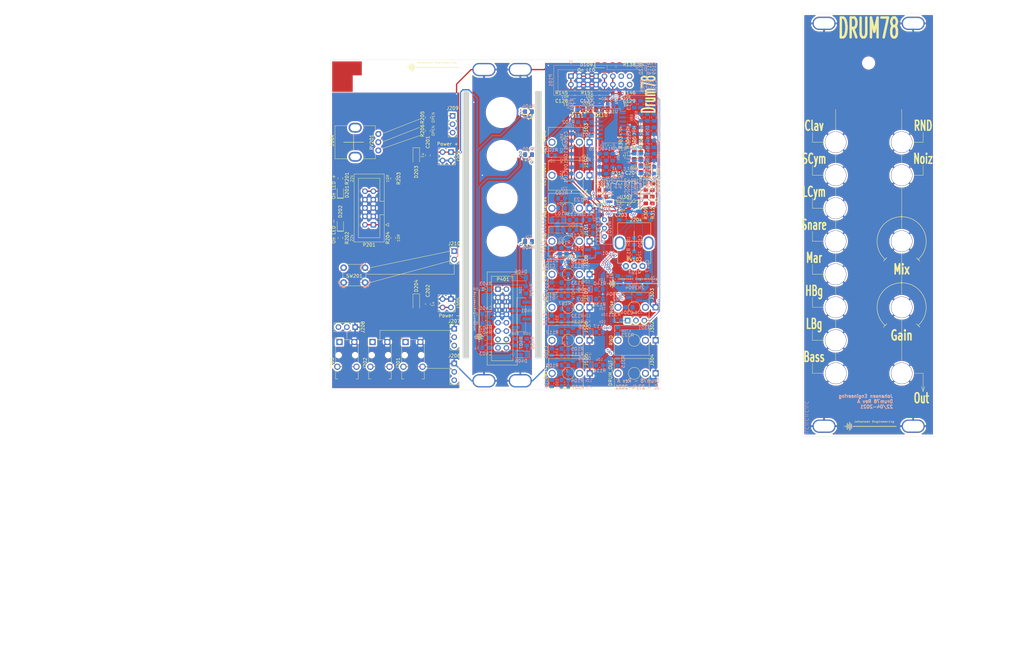
<source format=kicad_pcb>
(kicad_pcb (version 20171130) (host pcbnew "(5.1.9)-1")
  (layers (0 F.Cu signal hide) (31 B.Cu signal hide) (34 B.Paste user) (35 F.Paste user) (36 B.SilkS user) (37 F.SilkS user) (38 B.Mask user) (39 F.Mask user) (44 Edge.Cuts user))
  (net 0 "")
  (net 1 GND)
  (net 2 "Net-(C102-Pad1)")
  (net 3 LBongoTrig)
  (net 4 "Net-(C103-Pad2)")
  (net 5 "Net-(D103-Pad1)")
  (net 6 "Net-(D104-Pad1)")
  (net 7 "Net-(D104-Pad2)")
  (net 8 BassTrig)
  (net 9 "Net-(D105-Pad2)")
  (net 10 "Net-(D106-Pad2)")
  (net 11 "Net-(D107-Pad2)")
  (net 12 HBongoTrig)
  (net 13 ClavesTrig)
  (net 14 "Net-(D108-Pad2)")
  (net 15 "Net-(D109-Pad2)")
  (net 16 +12Vc)
  (net 17 -12Vc)
  (net 18 "Net-(D201-Pad2)")
  (net 19 "Net-(D202-Pad1)")
  (net 20 "Net-(J101-PadTN)")
  (net 21 "Net-(C101-Pad1)")
  (net 22 "Net-(J103-PadT)")
  (net 23 "Net-(C103-Pad1)")
  (net 24 "Net-(J104-PadTN)")
  (net 25 "Net-(C104-Pad1)")
  (net 26 "Net-(J105-PadTN)")
  (net 27 "Net-(J106-PadTN)")
  (net 28 "Net-(C105-Pad1)")
  (net 29 "Net-(J107-PadTN)")
  (net 30 "Net-(C118-Pad1)")
  (net 31 "Net-(J108-PadTN)")
  (net 32 "Net-(C119-Pad1)")
  (net 33 "Net-(J201-PadT)")
  (net 34 "Net-(J202-PadT)")
  (net 35 "Net-(J203-PadT)")
  (net 36 "Net-(J201-PadTN)")
  (net 37 "Net-(J202-PadTN)")
  (net 38 "Net-(J203-PadTN)")
  (net 39 "Net-(J209-Pad1)")
  (net 40 "Net-(J209-Pad2)")
  (net 41 "Net-(J209-Pad3)")
  (net 42 "Net-(J210-Pad1)")
  (net 43 "Net-(J210-Pad2)")
  (net 44 "Net-(J301-Pad3)")
  (net 45 "Net-(J301-Pad1)")
  (net 46 "Net-(J302-PadTN)")
  (net 47 "Net-(J302-PadT)")
  (net 48 "Net-(J303-PadTN)")
  (net 49 "Net-(J304-PadT)")
  (net 50 "Net-(J304-PadTN)")
  (net 51 "Net-(C117-Pad1)")
  (net 52 "Net-(C102-Pad2)")
  (net 53 +5V)
  (net 54 "Net-(Q102-Pad3)")
  (net 55 "Net-(Q102-Pad1)")
  (net 56 "Net-(C111-Pad2)")
  (net 57 "Net-(C112-Pad1)")
  (net 58 "Net-(C106-Pad1)")
  (net 59 "Net-(C104-Pad2)")
  (net 60 "Net-(C105-Pad2)")
  (net 61 "Net-(C107-Pad1)")
  (net 62 "Net-(C108-Pad1)")
  (net 63 "Net-(R119-Pad1)")
  (net 64 "Net-(C109-Pad2)")
  (net 65 "Net-(C113-Pad1)")
  (net 66 "Net-(R121-Pad1)")
  (net 67 "Net-(C110-Pad2)")
  (net 68 "Net-(C114-Pad1)")
  (net 69 BassOut)
  (net 70 LBongoOut)
  (net 71 "Net-(C120-Pad1)")
  (net 72 "Net-(R131-Pad2)")
  (net 73 "Net-(C118-Pad2)")
  (net 74 "Net-(C119-Pad2)")
  (net 75 "Net-(R141-Pad1)")
  (net 76 "Net-(C121-Pad2)")
  (net 77 "Net-(C123-Pad1)")
  (net 78 "Net-(C122-Pad2)")
  (net 79 "Net-(R143-Pad1)")
  (net 80 "Net-(C124-Pad1)")
  (net 81 HBongoOut)
  (net 82 ClavesOut)
  (net 83 "Net-(C301-Pad1)")
  (net 84 "Net-(C303-Pad2)")
  (net 85 "Net-(C302-Pad2)")
  (net 86 "Net-(R308-Pad1)")
  (net 87 "Net-(C303-Pad1)")
  (net 88 "Net-(R309-Pad1)")
  (net 89 NDrumsOut)
  (net 90 "Net-(R310-Pad1)")
  (net 91 NoiseOut)
  (net 92 "Net-(R313-Pad2)")
  (net 93 "Net-(R314-Pad1)")
  (net 94 "Net-(P101-Pad13)")
  (net 95 "Net-(P101-Pad15)")
  (net 96 "Net-(P101-Pad14)")
  (net 97 "Net-(P101-Pad16)")
  (net 98 /-12)
  (net 99 /+12)
  (net 100 /+5)
  (net 101 "Net-(C304-Pad1)")
  (net 102 "Net-(C304-Pad2)")
  (net 103 "Net-(L104-Pad2)")
  (net 104 "Net-(R315-Pad2)")
  (net 105 /Breadboard_extender/-12)
  (net 106 /Breadboard_extender/+12)
  (net 107 "Net-(R323-Pad2)")
  (net 108 "Net-(J102-PadTN)")
  (net 109 "Net-(D401-Pad1)")
  (net 110 "Net-(D402-Pad1)")
  (net 111 "Net-(D403-Pad2)")
  (net 112 /KicadJE_PDU_1/-12)
  (net 113 /KicadJE_PDU_1/+12)
  (net 114 /KicadJE_PDU_1/+5)
  (net 115 "Net-(P401-Pad13)")
  (net 116 "Net-(P401-Pad15)")
  (net 117 "Net-(P401-Pad14)")
  (net 118 "Net-(P401-Pad16)")
  (net 119 "Net-(J401-Pad1)")
  (net 120 "Net-(J401-Pad2)")
  (net 121 "Net-(J401-Pad4)")
  (module AJ:Johansen_engineering_logo_20mm (layer F.Cu) (at 95 127.5 90)
    (fp_text reference G*** hide)
    (fp_text value LOGO hide)
  )
  (module AJ:Johansen_engineering_logo_20mm (layer F.Cu) (at 141.75 117.75)
    (fp_text reference G*** hide)
    (fp_text value LOGO hide)
  )
  (module MountingHole:MountingHole_8.4mm_M8 (layer F.Cu) (at 101.75 66)
    (fp_text reference REF** hide)
    (fp_text value MountingHole_8.4mm_M8)
    (pad 1 np_thru_hole circle (at 0 0) (size 8.4 8.4) (drill 8.4) (layers *.Cu *.Mask))
  )
  (module MountingHole:MountingHole_8.4mm_M8 (layer F.Cu) (at 102 79)
    (fp_text reference REF** (at 0 -9.4) (layer F.SilkS))
    (fp_text value MountingHole_8.4mm_M8)
    (pad 1 np_thru_hole circle (at 0 0) (size 8.4 8.4) (drill 8.4) (layers *.Cu *.Mask))
  )
  (module MountingHole:MountingHole_8.4mm_M8 (layer F.Cu) (at 102 92)
    (fp_text reference REF** (at 0 -9.4) (layer F.SilkS))
    (fp_text value MountingHole_8.4mm_M8)
    (pad 1 np_thru_hole circle (at 0 0) (size 8.4 8.4) (drill 8.4) (layers *.Cu *.Mask))
  )
  (module MountingHole:MountingHole_8.4mm_M8 (layer F.Cu) (at 102 105)
    (fp_text reference REF** (at 0 -9.4) (layer F.SilkS))
    (fp_text value MountingHole_8.4mm_M8)
    (pad 1 np_thru_hole circle (at 0 0) (size 8.4 8.4) (drill 8.4) (layers *.Cu *.Mask))
  )
  (module AJ:MountingHole_Eurorack3 (layer B.Cu) (at 107.5 53)
    (fp_text reference H103)
    (fp_text value MountingHole_Pad)
    (pad 1 thru_hole oval (at 0 0) (size 7 4) (drill oval 6.2 3.2) (layers *.Cu *.Mask) (net 1 GND))
  )
  (module AJ:MountingHole_Eurorack3 (layer B.Cu) (at 96.5 53)
    (fp_text reference H103)
    (fp_text value MountingHole_Pad)
    (pad 1 thru_hole oval (at 0 0) (size 7 4) (drill oval 6.2 3.2) (layers *.Cu *.Mask) (net 1 GND))
  )
  (module AJ:MountingHole_Eurorack3 (layer B.Cu) (at 107.5 147.25)
    (fp_text reference H103)
    (fp_text value MountingHole_Pad)
    (pad 1 thru_hole oval (at 0 0) (size 7 4) (drill oval 6.2 3.2) (layers *.Cu *.Mask) (net 1 GND))
  )
  (module AJ:MountingHole_Eurorack3 (layer B.Cu) (at 96.5 147.25)
    (fp_text reference H103)
    (fp_text value MountingHole_Pad)
    (pad 1 thru_hole oval (at 0 0) (size 7 4) (drill oval 6.2 3.2) (layers *.Cu *.Mask) (net 1 GND))
  )
  (module AJ:Johansen_engineering_soldermask_20mm (layer F.Cu) (at 58.5 52.25)
    (fp_text reference G*** hide)
    (fp_text value LOGO hide)
  )
  (module AJ:Johansen_engineering_soldermask_20mm (layer F.Cu) (at 87.5 95 90)
    (fp_text reference G*** hide)
    (fp_text value LOGO hide)
  )
  (module AJ:Johansen_engineering_logo_20mm (layer F.Cu) (at 81 52.25)
    (fp_text reference G*** hide)
    (fp_text value LOGO hide)
  )
  (module AJ:Jack_6m3 (layer F.Cu) (at 223 75)
    (fp_text reference TP105 hide)
    (fp_text value In3)
    (pad 1 thru_hole circle (at 0 0) (size 6.5 6.5) (drill 6.3) (layers *.Cu *.Mask) (net 1 GND))
  )
  (module AJ:Jack_6m3 (layer F.Cu) (at 223 85)
    (fp_text reference TP105 hide)
    (fp_text value In3)
    (pad 1 thru_hole circle (at 0 0) (size 6.5 6.5) (drill 6.3) (layers *.Cu *.Mask) (net 1 GND))
  )
  (module AJ:Jack_6m3 (layer F.Cu) (at 203 75)
    (fp_text reference TP105 hide)
    (fp_text value In3)
    (pad 1 thru_hole circle (at 0 0) (size 6.5 6.5) (drill 6.3) (layers *.Cu *.Mask) (net 1 GND))
  )
  (module AJ:Jack_6m3 (layer F.Cu) (at 203 85)
    (fp_text reference TP105 hide)
    (fp_text value In3)
    (pad 1 thru_hole circle (at 0 0) (size 6.5 6.5) (drill 6.3) (layers *.Cu *.Mask) (net 1 GND))
  )
  (module AJ:Jack_6m3 (layer F.Cu) (at 203 95)
    (fp_text reference TP105 hide)
    (fp_text value In3)
    (pad 1 thru_hole circle (at 0 0) (size 6.5 6.5) (drill 6.3) (layers *.Cu *.Mask) (net 1 GND))
  )
  (module AJ:MountingHole_Eurorack3 (layer F.Cu) (at 226.5 39)
    (fp_text reference H104)
    (fp_text value MountingHole_Pad)
    (pad 1 thru_hole oval (at 0 0) (size 7 4) (drill oval 6.2 3.2) (layers *.Cu *.Mask) (net 1 GND))
  )
  (module AJ:Pot_6m3_scale1 (layer F.Cu) (at 223 125)
    (fp_text reference TP107 hide)
    (fp_text value OFF1)
    (pad 1 thru_hole circle (at 0 0) (size 6.5 6.5) (drill 6.3) (layers *.Cu *.Mask) (net 1 GND))
  )
  (module AJ:MountingHole_Eurorack3 (layer F.Cu) (at 199.5 39)
    (fp_text reference H102)
    (fp_text value MountingHole_Pad)
    (pad 1 thru_hole oval (at 0 0) (size 7 4) (drill oval 6.2 3.2) (layers *.Cu *.Mask) (net 1 GND))
  )
  (module AJ:MountingHole_Eurorack3 (layer B.Cu) (at 199.5 161)
    (fp_text reference H103)
    (fp_text value MountingHole_Pad)
    (pad 1 thru_hole oval (at 0 0) (size 7 4) (drill oval 6.2 3.2) (layers *.Cu *.Mask) (net 1 GND))
  )
  (module AJ:Jack_6m3 (layer F.Cu) (at 203 105)
    (fp_text reference TP107 hide)
    (fp_text value FM)
    (pad 1 thru_hole circle (at 0 0) (size 6.5 6.5) (drill 6.3) (layers *.Cu *.Mask) (net 1 GND))
  )
  (module AJ:LED_Hole_3mm (layer F.Cu) (at 213 51)
    (fp_text reference H101)
    (fp_text value ON)
    (pad "" np_thru_hole circle (at 0 0) (size 3 3) (drill 3) (layers *.Cu *.Mask))
  )
  (module AJ:MountingHole_Eurorack3 (layer B.Cu) (at 226.5 161)
    (fp_text reference H105)
    (fp_text value MountingHole_Pad)
    (pad 1 thru_hole oval (at 0 0) (size 7 4) (drill oval 6.2 3.2) (layers *.Cu *.Mask) (net 1 GND))
  )
  (module AJ:Jack_6m3 (layer F.Cu) (at 203 115)
    (fp_text reference TP102 hide)
    (fp_text value SQ)
    (pad 1 thru_hole circle (at 0 0) (size 6.5 6.5) (drill 6.3) (layers *.Cu *.Mask) (net 1 GND))
  )
  (module AJ:Jack_6m3 (layer F.Cu) (at 203.075001 145)
    (fp_text reference TP106 hide)
    (fp_text value HS)
    (pad 1 thru_hole circle (at 0 0) (size 6.5 6.5) (drill 6.3) (layers *.Cu *.Mask) (net 1 GND))
  )
  (module AJ:Jack_6m3 (layer F.Cu) (at 203 125)
    (fp_text reference TP108 hide)
    (fp_text value PWM)
    (pad 1 thru_hole circle (at 0 0) (size 6.5 6.5) (drill 6.3) (layers *.Cu *.Mask) (net 1 GND))
  )
  (module AJ:Pot_6m3_scale1 (layer F.Cu) (at 223 105)
    (fp_text reference TP112 hide)
    (fp_text value Fine)
    (pad 1 thru_hole circle (at 0 0) (size 6.5 6.5) (drill 6.3) (layers *.Cu *.Mask) (net 1 GND))
  )
  (module AJ:Jack_6m3 (layer F.Cu) (at 223 145)
    (fp_text reference TP105 hide)
    (fp_text value In3)
    (pad 1 thru_hole circle (at 0 0) (size 6.5 6.5) (drill 6.3) (layers *.Cu *.Mask) (net 1 GND))
  )
  (module AJ:Jack_6m3 (layer F.Cu) (at 203 135)
    (fp_text reference TP103 hide)
    (fp_text value In1)
    (pad 1 thru_hole circle (at 0 0) (size 6.5 6.5) (drill 6.3) (layers *.Cu *.Mask) (net 1 GND))
  )
  (module AJ:Johansen_engineering_logo_20mm (layer F.Cu) (at 213.5 161)
    (fp_text reference G*** hide)
    (fp_text value LOGO hide)
  )
  (module Diode_SMD:D_MiniMELF (layer B.Cu) (at 117.75 109 180)
    (fp_text reference D101 (at 0.55 -1.8) (layer B.SilkS) (effects (justify mirror)))
    (fp_text value 1N4148)
    (pad 2 smd rect (at 1.75 0 180) (size 1.3 1.7) (layers B.Cu B.Paste B.Mask) (net 2 "Net-(C102-Pad1)"))
    (pad 1 smd rect (at -1.75 0 180) (size 1.3 1.7) (layers B.Cu B.Paste B.Mask) (net 3 LBongoTrig))
  )
  (module Diode_SMD:D_MiniMELF (layer B.Cu) (at 118.75 101.5)
    (fp_text reference D102 (at -3.95 0.7 90) (layer B.SilkS) (effects (justify mirror)))
    (fp_text value 1N4148)
    (pad 2 smd rect (at 1.75 0) (size 1.3 1.7) (layers B.Cu B.Paste B.Mask) (net 1 GND))
    (pad 1 smd rect (at -1.75 0) (size 1.3 1.7) (layers B.Cu B.Paste B.Mask) (net 4 "Net-(C103-Pad2)"))
  )
  (module Diode_SMD:D_MiniMELF (layer B.Cu) (at 118.75 98.5 180)
    (fp_text reference D103 (at 3.95 0.3 90) (layer B.SilkS) (effects (justify mirror)))
    (fp_text value 1N4148)
    (pad 2 smd rect (at 1.75 0 180) (size 1.3 1.7) (layers B.Cu B.Paste B.Mask) (net 4 "Net-(C103-Pad2)"))
    (pad 1 smd rect (at -1.75 0 180) (size 1.3 1.7) (layers B.Cu B.Paste B.Mask) (net 5 "Net-(D103-Pad1)"))
  )
  (module Diode_SMD:D_MiniMELF (layer B.Cu) (at 123.25 109)
    (fp_text reference D104 (at 1.55 -1.8) (layer B.SilkS) (effects (justify mirror)))
    (fp_text value 1N4148)
    (pad 1 smd rect (at -1.75 0) (size 1.3 1.7) (layers B.Cu B.Paste B.Mask) (net 6 "Net-(D104-Pad1)"))
    (pad 2 smd rect (at 1.75 0) (size 1.3 1.7) (layers B.Cu B.Paste B.Mask) (net 7 "Net-(D104-Pad2)"))
  )
  (module Diode_SMD:D_MiniMELF (layer B.Cu) (at 127 142.5 180)
    (fp_text reference D105 (at 0 2) (layer B.SilkS) (effects (justify mirror)))
    (fp_text value 1N4148)
    (pad 1 smd rect (at -1.75 0 180) (size 1.3 1.7) (layers B.Cu B.Paste B.Mask) (net 8 BassTrig))
    (pad 2 smd rect (at 1.75 0 180) (size 1.3 1.7) (layers B.Cu B.Paste B.Mask) (net 9 "Net-(D105-Pad2)"))
  )
  (module Diode_SMD:D_MiniMELF (layer B.Cu) (at 127 132.5 180)
    (fp_text reference D106 (at 0 1.7) (layer B.SilkS) (effects (justify mirror)))
    (fp_text value 1N4148)
    (pad 1 smd rect (at -1.75 0 180) (size 1.3 1.7) (layers B.Cu B.Paste B.Mask) (net 3 LBongoTrig))
    (pad 2 smd rect (at 1.75 0 180) (size 1.3 1.7) (layers B.Cu B.Paste B.Mask) (net 10 "Net-(D106-Pad2)"))
  )
  (module Diode_SMD:D_MiniMELF (layer B.Cu) (at 126.75 122.5 180)
    (fp_text reference D107 (at 0.15 -0.1) (layer B.SilkS) (effects (justify mirror)))
    (fp_text value 1N4148)
    (pad 2 smd rect (at 1.75 0 180) (size 1.3 1.7) (layers B.Cu B.Paste B.Mask) (net 11 "Net-(D107-Pad2)"))
    (pad 1 smd rect (at -1.75 0 180) (size 1.3 1.7) (layers B.Cu B.Paste B.Mask) (net 12 HBongoTrig))
  )
  (module Diode_SMD:D_MiniMELF (layer B.Cu) (at 126.75 119.5 180)
    (fp_text reference D108 (at -0.05 -0.1) (layer B.SilkS) (effects (justify mirror)))
    (fp_text value 1N4148)
    (pad 1 smd rect (at -1.75 0 180) (size 1.3 1.7) (layers B.Cu B.Paste B.Mask) (net 13 ClavesTrig))
    (pad 2 smd rect (at 1.75 0 180) (size 1.3 1.7) (layers B.Cu B.Paste B.Mask) (net 14 "Net-(D108-Pad2)"))
  )
  (module AJ:D_0805_AJ (layer F.Cu) (at 132 51.5)
    (fp_text reference D109 (at -4.5 0) (layer F.SilkS))
    (fp_text value "On LED" (at -4.5 1.65) (layer F.SilkS))
    (pad 1 smd roundrect (at -1.025 0) (size 1.15 1.4) (layers F.Cu F.Paste F.Mask) (roundrect_rratio 0.217391) (net 98 /-12))
    (pad 2 smd roundrect (at 1.025 0) (size 1.15 1.4) (layers F.Cu F.Paste F.Mask) (roundrect_rratio 0.217391) (net 15 "Net-(D109-Pad2)"))
  )
  (module Diode_SMD:D_MiniMELF (layer F.Cu) (at 132.25 65)
    (fp_text reference D110 (at -0.25 1.8) (layer F.SilkS))
    (fp_text value 1N4007)
    (pad 1 smd rect (at -1.75 0) (size 1.3 1.7) (layers F.Cu F.Paste F.Mask) (net 16 +12Vc))
    (pad 2 smd rect (at 1.75 0) (size 1.3 1.7) (layers F.Cu F.Paste F.Mask) (net 1 GND))
  )
  (module Diode_SMD:D_MiniMELF (layer F.Cu) (at 124.75 65 180)
    (fp_text reference D111 (at 0 -2) (layer F.SilkS))
    (fp_text value 1N4007)
    (pad 2 smd rect (at 1.75 0 180) (size 1.3 1.7) (layers F.Cu F.Paste F.Mask) (net 17 -12Vc))
    (pad 1 smd rect (at -1.75 0 180) (size 1.3 1.7) (layers F.Cu F.Paste F.Mask) (net 1 GND))
  )
  (module AJ:D_0805_AJ (layer F.Cu) (at 53 90 90)
    (fp_text reference D201 (at 0 2 90) (layer F.SilkS))
    (fp_text value "On LED +" (at 1.5 -2 90) (layer F.SilkS))
    (pad 1 smd roundrect (at -1.025 0 90) (size 1.15 1.4) (layers F.Cu F.Paste F.Mask) (roundrect_rratio 0.217391) (net 1 GND))
    (pad 2 smd roundrect (at 1.025 0 90) (size 1.15 1.4) (layers F.Cu F.Paste F.Mask) (roundrect_rratio 0.217391) (net 18 "Net-(D201-Pad2)"))
  )
  (module AJ:D_0805_AJ (layer F.Cu) (at 53 100 90)
    (fp_text reference D202 (at 4 0 90) (layer F.SilkS))
    (fp_text value "On LED -" (at -2 -2 90) (layer F.SilkS))
    (pad 2 smd roundrect (at 1.025 0 90) (size 1.15 1.4) (layers F.Cu F.Paste F.Mask) (roundrect_rratio 0.217391) (net 1 GND))
    (pad 1 smd roundrect (at -1.025 0 90) (size 1.15 1.4) (layers F.Cu F.Paste F.Mask) (roundrect_rratio 0.217391) (net 19 "Net-(D202-Pad1)"))
  )
  (module Diode_SMD:D_MiniMELF (layer F.Cu) (at 76 79.25 270)
    (fp_text reference D203 (at 4.75 0 90) (layer F.SilkS))
    (fp_text value 1N4007)
    (pad 1 smd rect (at -1.75 0 270) (size 1.3 1.7) (layers F.Cu F.Paste F.Mask) (net 16 +12Vc))
    (pad 2 smd rect (at 1.75 0 270) (size 1.3 1.7) (layers F.Cu F.Paste F.Mask) (net 1 GND))
  )
  (module Diode_SMD:D_MiniMELF (layer F.Cu) (at 76 123.5 270)
    (fp_text reference D204 (at -5 0 90) (layer F.SilkS))
    (fp_text value 1N4007)
    (pad 2 smd rect (at 1.75 0 270) (size 1.3 1.7) (layers F.Cu F.Paste F.Mask) (net 17 -12Vc))
    (pad 1 smd rect (at -1.75 0 270) (size 1.3 1.7) (layers F.Cu F.Paste F.Mask) (net 1 GND))
  )
  (module Connector_Audio:Jack_3.5mm_QingPu_WQP-PJ398SM_Vertical_CircularHoles (layer F.Cu) (at 128.5 105 270)
    (fp_text reference J101 (at -3.5 1.08 270) (layer F.SilkS))
    (fp_text value Snare (at -0.3 13.6 270) (layer F.SilkS))
    (pad T thru_hole circle (at 0 11.4 90) (size 2.13 2.13) (drill 1.43) (layers *.Cu *.Mask) (net 2 "Net-(C102-Pad1)"))
    (pad S thru_hole rect (at 0 0 90) (size 1.93 1.83) (drill 1.22) (layers *.Cu *.Mask) (net 1 GND))
    (pad TN thru_hole circle (at 0 3.1 90) (size 2.13 2.13) (drill 1.42) (layers *.Cu *.Mask) (net 20 "Net-(J101-PadTN)"))
  )
  (module Connector_Audio:Jack_3.5mm_QingPu_WQP-PJ398SM_Vertical_CircularHoles (layer F.Cu) (at 128.5 85 270)
    (fp_text reference J102 (at -4.03 1.08 270) (layer F.SilkS))
    (fp_text value LCymbals (at -0.3 13.8 270) (layer F.SilkS))
    (pad TN thru_hole circle (at 0 3.1 90) (size 2.13 2.13) (drill 1.42) (layers *.Cu *.Mask) (net 108 "Net-(J102-PadTN)"))
    (pad S thru_hole rect (at 0 0 90) (size 1.93 1.83) (drill 1.22) (layers *.Cu *.Mask) (net 1 GND))
    (pad T thru_hole circle (at 0 11.4 90) (size 2.13 2.13) (drill 1.43) (layers *.Cu *.Mask) (net 21 "Net-(C101-Pad1)"))
  )
  (module Connector_Audio:Jack_3.5mm_QingPu_WQP-PJ398SM_Vertical_CircularHoles (layer F.Cu) (at 128.5 75 270)
    (fp_text reference J103 (at -4.03 1.08 270) (layer F.SilkS))
    (fp_text value SCymbals (at 0 13.8 270) (layer F.SilkS))
    (pad TN thru_hole circle (at 0 3.1 90) (size 2.13 2.13) (drill 1.42) (layers *.Cu *.Mask) (net 108 "Net-(J102-PadTN)"))
    (pad S thru_hole rect (at 0 0 90) (size 1.93 1.83) (drill 1.22) (layers *.Cu *.Mask) (net 1 GND))
    (pad T thru_hole circle (at 0 11.4 90) (size 2.13 2.13) (drill 1.43) (layers *.Cu *.Mask) (net 22 "Net-(J103-PadT)"))
  )
  (module Connector_Audio:Jack_3.5mm_QingPu_WQP-PJ398SM_Vertical_CircularHoles (layer F.Cu) (at 128.5 95 270)
    (fp_text reference J104 (at -4.03 1.08 270) (layer F.SilkS))
    (fp_text value Maracas (at -0.4 13.6 270) (layer F.SilkS))
    (pad T thru_hole circle (at 0 11.4 90) (size 2.13 2.13) (drill 1.43) (layers *.Cu *.Mask) (net 23 "Net-(C103-Pad1)"))
    (pad S thru_hole rect (at 0 0 90) (size 1.93 1.83) (drill 1.22) (layers *.Cu *.Mask) (net 1 GND))
    (pad TN thru_hole circle (at 0 3.1 90) (size 2.13 2.13) (drill 1.42) (layers *.Cu *.Mask) (net 24 "Net-(J104-PadTN)"))
  )
  (module Connector_Audio:Jack_3.5mm_QingPu_WQP-PJ398SM_Vertical_CircularHoles (layer F.Cu) (at 128.554999 145 270)
    (fp_text reference J105 (at -4.03 1.08 270) (layer F.SilkS))
    (fp_text value Bass (at 0.1 13.554999 270) (layer F.SilkS))
    (pad T thru_hole circle (at 0 11.4 90) (size 2.13 2.13) (drill 1.43) (layers *.Cu *.Mask) (net 25 "Net-(C104-Pad1)"))
    (pad S thru_hole rect (at 0 0 90) (size 1.93 1.83) (drill 1.22) (layers *.Cu *.Mask) (net 1 GND))
    (pad TN thru_hole circle (at 0 3.1 90) (size 2.13 2.13) (drill 1.42) (layers *.Cu *.Mask) (net 26 "Net-(J105-PadTN)"))
  )
  (module Connector_Audio:Jack_3.5mm_QingPu_WQP-PJ398SM_Vertical_CircularHoles (layer F.Cu) (at 128.5 135 270)
    (fp_text reference J106 (at -4.03 1.08 270) (layer F.SilkS))
    (fp_text value LBongo)
    (pad TN thru_hole circle (at 0 3.1 90) (size 2.13 2.13) (drill 1.42) (layers *.Cu *.Mask) (net 27 "Net-(J106-PadTN)"))
    (pad S thru_hole rect (at 0 0 90) (size 1.93 1.83) (drill 1.22) (layers *.Cu *.Mask) (net 1 GND))
    (pad T thru_hole circle (at 0 11.4 90) (size 2.13 2.13) (drill 1.43) (layers *.Cu *.Mask) (net 28 "Net-(C105-Pad1)"))
  )
  (module Connector_Audio:Jack_3.5mm_QingPu_WQP-PJ398SM_Vertical_CircularHoles (layer F.Cu) (at 128.5 125 270)
    (fp_text reference J107 (at -4.03 1.08 270) (layer F.SilkS))
    (fp_text value HBongo (at -0.3 13.5 270) (layer F.SilkS))
    (pad TN thru_hole circle (at 0 3.1 90) (size 2.13 2.13) (drill 1.42) (layers *.Cu *.Mask) (net 29 "Net-(J107-PadTN)"))
    (pad S thru_hole rect (at 0 0 90) (size 1.93 1.83) (drill 1.22) (layers *.Cu *.Mask) (net 1 GND))
    (pad T thru_hole circle (at 0 11.4 90) (size 2.13 2.13) (drill 1.43) (layers *.Cu *.Mask) (net 30 "Net-(C118-Pad1)"))
  )
  (module Connector_Audio:Jack_3.5mm_QingPu_WQP-PJ398SM_Vertical_CircularHoles (layer F.Cu) (at 128.5 115 270)
    (fp_text reference J108 (at -4.03 1.08 270) (layer F.SilkS))
    (fp_text value Claves (at -0.1 13.7 270) (layer F.SilkS))
    (pad TN thru_hole circle (at 0 3.1 90) (size 2.13 2.13) (drill 1.42) (layers *.Cu *.Mask) (net 31 "Net-(J108-PadTN)"))
    (pad S thru_hole rect (at 0 0 90) (size 1.93 1.83) (drill 1.22) (layers *.Cu *.Mask) (net 1 GND))
    (pad T thru_hole circle (at 0 11.4 90) (size 2.13 2.13) (drill 1.43) (layers *.Cu *.Mask) (net 32 "Net-(C119-Pad1)"))
  )
  (module Connector_Audio:Jack_3.5mm_Switronic_ST-005-G_horizontal (layer F.Cu) (at 75 142 90)
    (fp_text reference J201 (at 0 -4.5 90) (layer F.SilkS))
    (fp_text value AudioJack2_SwitchT)
    (pad T thru_hole circle (at -1 -2.9 90) (size 1.9 1.9) (drill 1.2) (layers *.Cu *.Mask) (net 33 "Net-(J201-PadT)"))
    (pad T thru_hole circle (at -1 2.9 90) (size 1.9 1.9) (drill 1.2) (layers *.Cu *.Mask) (net 33 "Net-(J201-PadT)"))
    (pad R thru_hole rect (at 6.5 -2.25 90) (size 1.9 1.9) (drill 1.2) (layers *.Cu *.Mask))
    (pad S thru_hole circle (at 6.5 2.25 90) (size 1.9 1.9) (drill 1.2) (layers *.Cu *.Mask) (net 1 GND))
    (pad "" np_thru_hole circle (at 2.5 2.5 90) (size 1 1) (drill 1) (layers *.Cu *.Mask))
    (pad "" np_thru_hole circle (at 2.5 -2.5 90) (size 1 1) (drill 1) (layers *.Cu *.Mask))
  )
  (module Connector_Audio:Jack_3.5mm_Switronic_ST-005-G_horizontal (layer F.Cu) (at 65 142 90)
    (fp_text reference J202 (at 0 -4.5 90) (layer F.SilkS))
    (fp_text value AudioJack2_SwitchT)
    (pad T thru_hole circle (at -1 -2.9 90) (size 1.9 1.9) (drill 1.2) (layers *.Cu *.Mask) (net 34 "Net-(J202-PadT)"))
    (pad T thru_hole circle (at -1 2.9 90) (size 1.9 1.9) (drill 1.2) (layers *.Cu *.Mask) (net 34 "Net-(J202-PadT)"))
    (pad R thru_hole rect (at 6.5 -2.25 90) (size 1.9 1.9) (drill 1.2) (layers *.Cu *.Mask))
    (pad S thru_hole circle (at 6.5 2.25 90) (size 1.9 1.9) (drill 1.2) (layers *.Cu *.Mask) (net 1 GND))
    (pad "" np_thru_hole circle (at 2.5 2.5 90) (size 1 1) (drill 1) (layers *.Cu *.Mask))
    (pad "" np_thru_hole circle (at 2.5 -2.5 90) (size 1 1) (drill 1) (layers *.Cu *.Mask))
  )
  (module Connector_Audio:Jack_3.5mm_Switronic_ST-005-G_horizontal (layer F.Cu) (at 55 142 90)
    (fp_text reference J203 (at 0 -4.5 90) (layer F.SilkS))
    (fp_text value AudioJack2_SwitchT)
    (pad "" np_thru_hole circle (at 2.5 -2.5 90) (size 1 1) (drill 1) (layers *.Cu *.Mask))
    (pad "" np_thru_hole circle (at 2.5 2.5 90) (size 1 1) (drill 1) (layers *.Cu *.Mask))
    (pad S thru_hole circle (at 6.5 2.25 90) (size 1.9 1.9) (drill 1.2) (layers *.Cu *.Mask) (net 1 GND))
    (pad R thru_hole rect (at 6.5 -2.25 90) (size 1.9 1.9) (drill 1.2) (layers *.Cu *.Mask))
    (pad T thru_hole circle (at -1 2.9 90) (size 1.9 1.9) (drill 1.2) (layers *.Cu *.Mask) (net 35 "Net-(J203-PadT)"))
    (pad T thru_hole circle (at -1 -2.9 90) (size 1.9 1.9) (drill 1.2) (layers *.Cu *.Mask) (net 35 "Net-(J203-PadT)"))
  )
  (module Connector_PinHeader_2.54mm:PinHeader_2x02_P2.54mm_Vertical (layer F.Cu) (at 86.5 78 270)
    (fp_text reference J204 (at 1.27 -2.33 90) (layer F.SilkS))
    (fp_text value "Power +" (at -2.5 1 180) (layer F.SilkS))
    (pad 4 thru_hole oval (at 2.54 2.54 270) (size 1.7 1.7) (drill 1) (layers *.Cu *.Mask) (net 1 GND))
    (pad 3 thru_hole oval (at 0 2.54 270) (size 1.7 1.7) (drill 1) (layers *.Cu *.Mask) (net 16 +12Vc))
    (pad 2 thru_hole oval (at 2.54 0 270) (size 1.7 1.7) (drill 1) (layers *.Cu *.Mask) (net 1 GND))
    (pad 1 thru_hole rect (at 0 0 270) (size 1.7 1.7) (drill 1) (layers *.Cu *.Mask) (net 16 +12Vc))
  )
  (module Connector_PinHeader_2.54mm:PinHeader_2x02_P2.54mm_Vertical (layer F.Cu) (at 86.5 122.5 270)
    (fp_text reference J205 (at 1.27 -2.33 90) (layer F.SilkS))
    (fp_text value "Power -" (at 5 0.5 180) (layer F.SilkS))
    (pad 1 thru_hole rect (at 0 0 270) (size 1.7 1.7) (drill 1) (layers *.Cu *.Mask) (net 1 GND))
    (pad 2 thru_hole oval (at 2.54 0 270) (size 1.7 1.7) (drill 1) (layers *.Cu *.Mask) (net 17 -12Vc))
    (pad 3 thru_hole oval (at 0 2.54 270) (size 1.7 1.7) (drill 1) (layers *.Cu *.Mask) (net 1 GND))
    (pad 4 thru_hole oval (at 2.54 2.54 270) (size 1.7 1.7) (drill 1) (layers *.Cu *.Mask) (net 17 -12Vc))
  )
  (module Connector_PinHeader_2.54mm:PinHeader_1x03_P2.54mm_Vertical (layer F.Cu) (at 87.5 142)
    (fp_text reference J206 (at 0 -2.33) (layer F.SilkS))
    (fp_text value Conn_01x03_Male)
    (pad 3 thru_hole oval (at 0 5.08) (size 1.7 1.7) (drill 1) (layers *.Cu *.Mask) (net 36 "Net-(J201-PadTN)"))
    (pad 2 thru_hole oval (at 0 2.54) (size 1.7 1.7) (drill 1) (layers *.Cu *.Mask) (net 33 "Net-(J201-PadT)"))
    (pad 1 thru_hole rect (at 0 0) (size 1.7 1.7) (drill 1) (layers *.Cu *.Mask) (net 1 GND))
  )
  (module Connector_PinHeader_2.54mm:PinHeader_1x03_P2.54mm_Vertical (layer F.Cu) (at 87.5 131.5)
    (fp_text reference J207 (at 0 -2.33) (layer F.SilkS))
    (fp_text value Conn_01x03_Male)
    (pad 3 thru_hole oval (at 0 5.08) (size 1.7 1.7) (drill 1) (layers *.Cu *.Mask) (net 37 "Net-(J202-PadTN)"))
    (pad 2 thru_hole oval (at 0 2.54) (size 1.7 1.7) (drill 1) (layers *.Cu *.Mask) (net 34 "Net-(J202-PadT)"))
    (pad 1 thru_hole rect (at 0 0) (size 1.7 1.7) (drill 1) (layers *.Cu *.Mask) (net 1 GND))
  )
  (module Connector_PinHeader_2.54mm:PinHeader_1x03_P2.54mm_Vertical (layer F.Cu) (at 57.5 131 270)
    (fp_text reference J208 (at 0 -2.33 90) (layer F.SilkS))
    (fp_text value Conn_01x03_Male)
    (pad 1 thru_hole rect (at 0 0 270) (size 1.7 1.7) (drill 1) (layers *.Cu *.Mask) (net 1 GND))
    (pad 2 thru_hole oval (at 0 2.54 270) (size 1.7 1.7) (drill 1) (layers *.Cu *.Mask) (net 35 "Net-(J203-PadT)"))
    (pad 3 thru_hole oval (at 0 5.08 270) (size 1.7 1.7) (drill 1) (layers *.Cu *.Mask) (net 38 "Net-(J203-PadTN)"))
  )
  (module Connector_PinHeader_2.54mm:PinHeader_1x03_P2.54mm_Vertical (layer F.Cu) (at 87 67)
    (fp_text reference J209 (at 0 -2.33) (layer F.SilkS))
    (fp_text value Conn_01x03_Male)
    (pad 1 thru_hole rect (at 0 0) (size 1.7 1.7) (drill 1) (layers *.Cu *.Mask) (net 39 "Net-(J209-Pad1)"))
    (pad 2 thru_hole oval (at 0 2.54) (size 1.7 1.7) (drill 1) (layers *.Cu *.Mask) (net 40 "Net-(J209-Pad2)"))
    (pad 3 thru_hole oval (at 0 5.08) (size 1.7 1.7) (drill 1) (layers *.Cu *.Mask) (net 41 "Net-(J209-Pad3)"))
  )
  (module Connector_PinHeader_2.54mm:PinHeader_1x02_P2.54mm_Vertical (layer F.Cu) (at 87.5 108)
    (fp_text reference J210 (at 0 -2.33) (layer F.SilkS))
    (fp_text value Conn_01x02_Male)
    (pad 1 thru_hole rect (at 0 0) (size 1.7 1.7) (drill 1) (layers *.Cu *.Mask) (net 42 "Net-(J210-Pad1)"))
    (pad 2 thru_hole oval (at 0 2.54) (size 1.7 1.7) (drill 1) (layers *.Cu *.Mask) (net 43 "Net-(J210-Pad2)"))
  )
  (module Connector_PinHeader_2.54mm:PinHeader_1x03_P2.54mm_Vertical (layer B.Cu) (at 140 129 270)
    (fp_text reference J301 (at 2.2 -5 180) (layer B.SilkS) (effects (justify mirror)))
    (fp_text value Tone/Noise)
    (pad 3 thru_hole oval (at 0 -5.08 270) (size 1.7 1.7) (drill 1) (layers *.Cu *.Mask) (net 44 "Net-(J301-Pad3)"))
    (pad 2 thru_hole oval (at 0 -2.54 270) (size 1.7 1.7) (drill 1) (layers *.Cu *.Mask) (net 102 "Net-(C304-Pad2)"))
    (pad 1 thru_hole rect (at 0 0 270) (size 1.7 1.7) (drill 1) (layers *.Cu *.Mask) (net 45 "Net-(J301-Pad1)"))
  )
  (module Connector_Audio:Jack_3.5mm_QingPu_WQP-PJ398SM_Vertical_CircularHoles (layer F.Cu) (at 148.5 135 270)
    (fp_text reference J302 (at -4.03 1.08 270) (layer F.SilkS))
    (fp_text value RND (at 0 13.5 270) (layer F.SilkS))
    (pad TN thru_hole circle (at 0 3.1 90) (size 2.13 2.13) (drill 1.42) (layers *.Cu *.Mask) (net 46 "Net-(J302-PadTN)"))
    (pad S thru_hole rect (at 0 0 90) (size 1.93 1.83) (drill 1.22) (layers *.Cu *.Mask) (net 1 GND))
    (pad T thru_hole circle (at 0 11.4 90) (size 2.13 2.13) (drill 1.43) (layers *.Cu *.Mask) (net 47 "Net-(J302-PadT)"))
  )
  (module Connector_Audio:Jack_3.5mm_QingPu_WQP-PJ398SM_Vertical_CircularHoles (layer F.Cu) (at 148.5 125 270)
    (fp_text reference J303 (at -4.03 1.08 270) (layer F.SilkS))
    (fp_text value Noise (at 0 13.4 270) (layer F.SilkS))
    (pad T thru_hole circle (at 0 11.4 90) (size 2.13 2.13) (drill 1.43) (layers *.Cu *.Mask) (net 101 "Net-(C304-Pad1)"))
    (pad S thru_hole rect (at 0 0 90) (size 1.93 1.83) (drill 1.22) (layers *.Cu *.Mask) (net 1 GND))
    (pad TN thru_hole circle (at 0 3.1 90) (size 2.13 2.13) (drill 1.42) (layers *.Cu *.Mask) (net 48 "Net-(J303-PadTN)"))
  )
  (module Connector_Audio:Jack_3.5mm_QingPu_WQP-PJ398SM_Vertical_CircularHoles (layer F.Cu) (at 148.5 145 270)
    (fp_text reference J304 (at -4.03 1.08 270) (layer F.SilkS))
    (fp_text value DRUM_OUT (at -0.1 13.7 270) (layer F.SilkS))
    (pad T thru_hole circle (at 0 11.4 90) (size 2.13 2.13) (drill 1.43) (layers *.Cu *.Mask) (net 49 "Net-(J304-PadT)"))
    (pad S thru_hole rect (at 0 0 90) (size 1.93 1.83) (drill 1.22) (layers *.Cu *.Mask) (net 1 GND))
    (pad TN thru_hole circle (at 0 3.1 90) (size 2.13 2.13) (drill 1.42) (layers *.Cu *.Mask) (net 50 "Net-(J304-PadTN)"))
  )
  (module Inductor_SMD:L_1206_3216Metric (layer B.Cu) (at 143.5 97.5 270)
    (fp_text reference L103 (at -4.5 -0.1 270) (layer B.SilkS) (effects (justify mirror)))
    (fp_text value 100mH)
    (pad 2 smd roundrect (at 1.575 0 270) (size 1.05 1.9) (layers B.Cu B.Paste B.Mask) (roundrect_rratio 0.238095) (net 51 "Net-(C117-Pad1)"))
    (pad 1 smd roundrect (at -1.575 0 270) (size 1.05 1.9) (layers B.Cu B.Paste B.Mask) (roundrect_rratio 0.238095) (net 16 +12Vc))
  )
  (module Inductor_SMD:L_1206_3216Metric (layer B.Cu) (at 140.5 97.5 270)
    (fp_text reference L104 (at -4.5 -0.1 90) (layer B.SilkS) (effects (justify mirror)))
    (fp_text value 100mH)
    (pad 1 smd roundrect (at -1.575 0 270) (size 1.05 1.9) (layers B.Cu B.Paste B.Mask) (roundrect_rratio 0.238095) (net 16 +12Vc))
    (pad 2 smd roundrect (at 1.575 0 270) (size 1.05 1.9) (layers B.Cu B.Paste B.Mask) (roundrect_rratio 0.238095) (net 103 "Net-(L104-Pad2)"))
  )
  (module Connector_IDC:IDC-Header_2x05_P2.54mm_Vertical (layer F.Cu) (at 63 100 180)
    (fp_text reference P201 (at 1.27 -6.1) (layer F.SilkS))
    (fp_text value HEADER_2x5_Doepfer)
    (pad 1 thru_hole roundrect (at 0 0 180) (size 1.7 1.7) (drill 1) (layers *.Cu *.Mask) (roundrect_rratio 0.147059) (net 105 /Breadboard_extender/-12))
    (pad 3 thru_hole circle (at 0 2.54 180) (size 1.7 1.7) (drill 1) (layers *.Cu *.Mask) (net 1 GND))
    (pad 5 thru_hole circle (at 0 5.08 180) (size 1.7 1.7) (drill 1) (layers *.Cu *.Mask) (net 1 GND))
    (pad 7 thru_hole circle (at 0 7.62 180) (size 1.7 1.7) (drill 1) (layers *.Cu *.Mask) (net 1 GND))
    (pad 9 thru_hole circle (at 0 10.16 180) (size 1.7 1.7) (drill 1) (layers *.Cu *.Mask) (net 106 /Breadboard_extender/+12))
    (pad 2 thru_hole circle (at 2.54 0 180) (size 1.7 1.7) (drill 1) (layers *.Cu *.Mask) (net 105 /Breadboard_extender/-12))
    (pad 4 thru_hole circle (at 2.54 2.54 180) (size 1.7 1.7) (drill 1) (layers *.Cu *.Mask) (net 1 GND))
    (pad 6 thru_hole circle (at 2.54 5.08 180) (size 1.7 1.7) (drill 1) (layers *.Cu *.Mask) (net 1 GND))
    (pad 8 thru_hole circle (at 2.54 7.62 180) (size 1.7 1.7) (drill 1) (layers *.Cu *.Mask) (net 1 GND))
    (pad 10 thru_hole circle (at 2.54 10.16 180) (size 1.7 1.7) (drill 1) (layers *.Cu *.Mask) (net 106 /Breadboard_extender/+12))
  )
  (module Package_TO_SOT_SMD:SOT-23_Handsoldering (layer B.Cu) (at 129.5 108.5)
    (fp_text reference Q101 (at 4.7 0.1) (layer B.SilkS) (effects (justify mirror)))
    (fp_text value 2N3904)
    (pad 1 smd rect (at -1.5 0.95) (size 1.9 0.8) (layers B.Cu B.Paste B.Mask) (net 7 "Net-(D104-Pad2)"))
    (pad 2 smd rect (at -1.5 -0.95) (size 1.9 0.8) (layers B.Cu B.Paste B.Mask) (net 52 "Net-(C102-Pad2)"))
    (pad 3 smd rect (at 1.5 0) (size 1.9 0.8) (layers B.Cu B.Paste B.Mask) (net 53 +5V))
  )
  (module Package_TO_SOT_SMD:SOT-23_Handsoldering (layer B.Cu) (at 142 122 180)
    (fp_text reference Q102 (at 4.6 -0.4) (layer B.SilkS) (effects (justify mirror)))
    (fp_text value 2N3904 (at 5.6 1) (layer B.SilkS) (effects (justify mirror)))
    (pad 3 smd rect (at 1.5 0 180) (size 1.9 0.8) (layers B.Cu B.Paste B.Mask) (net 54 "Net-(Q102-Pad3)"))
    (pad 2 smd rect (at -1.5 -0.95 180) (size 1.9 0.8) (layers B.Cu B.Paste B.Mask) (net 1 GND))
    (pad 1 smd rect (at -1.5 0.95 180) (size 1.9 0.8) (layers B.Cu B.Paste B.Mask) (net 55 "Net-(Q102-Pad1)"))
  )
  (module Package_TO_SOT_SMD:SOT-23_Handsoldering (layer B.Cu) (at 142 116.5)
    (fp_text reference Q103 (at 0.2 -2.3) (layer B.SilkS) (effects (justify mirror)))
    (fp_text value 2N3904 (at 0.2 2.5) (layer B.SilkS) (effects (justify mirror)))
    (pad 3 smd rect (at 1.5 0) (size 1.9 0.8) (layers B.Cu B.Paste B.Mask) (net 51 "Net-(C117-Pad1)"))
    (pad 2 smd rect (at -1.5 -0.95) (size 1.9 0.8) (layers B.Cu B.Paste B.Mask) (net 56 "Net-(C111-Pad2)"))
    (pad 1 smd rect (at -1.5 0.95) (size 1.9 0.8) (layers B.Cu B.Paste B.Mask) (net 1 GND))
  )
  (module Package_TO_SOT_SMD:SOT-23_Handsoldering (layer B.Cu) (at 133 93)
    (fp_text reference Q104 (at 0 2.5) (layer B.SilkS) (effects (justify mirror)))
    (fp_text value 2N3904 (at 0 -2.5) (layer B.SilkS) (effects (justify mirror)))
    (pad 1 smd rect (at -1.5 0.95) (size 1.9 0.8) (layers B.Cu B.Paste B.Mask) (net 1 GND))
    (pad 2 smd rect (at -1.5 -0.95) (size 1.9 0.8) (layers B.Cu B.Paste B.Mask) (net 57 "Net-(C112-Pad1)"))
    (pad 3 smd rect (at 1.5 0) (size 1.9 0.8) (layers B.Cu B.Paste B.Mask) (net 103 "Net-(L104-Pad2)"))
  )
  (module AJ:R_0805_AJ (layer B.Cu) (at 127 82 180)
    (fp_text reference R101 (at 0 1.65) (layer B.SilkS) (effects (justify mirror)))
    (fp_text value 10k (at 0 2.8) (layer B.SilkS) (effects (font (size 0.8 0.8) (thickness 0.1)) (justify mirror)))
    (pad 1 smd roundrect (at -1.025 0 180) (size 1.15 1.4) (layers B.Cu B.Paste B.Mask) (roundrect_rratio 0.217391) (net 1 GND))
    (pad 2 smd roundrect (at 1.025 0 180) (size 1.15 1.4) (layers B.Cu B.Paste B.Mask) (roundrect_rratio 0.217391) (net 108 "Net-(J102-PadTN)"))
  )
  (module AJ:R_0805_AJ (layer B.Cu) (at 119.975 92)
    (fp_text reference R102 (at 0.025 -1.6) (layer B.SilkS) (effects (justify mirror)))
    (fp_text value 22k (at 0.825 -3) (layer B.SilkS) (effects (font (size 0.8 0.8) (thickness 0.1)) (justify mirror)))
    (pad 2 smd roundrect (at 1.025 0) (size 1.15 1.4) (layers B.Cu B.Paste B.Mask) (roundrect_rratio 0.217391) (net 1 GND))
    (pad 1 smd roundrect (at -1.025 0) (size 1.15 1.4) (layers B.Cu B.Paste B.Mask) (roundrect_rratio 0.217391) (net 23 "Net-(C103-Pad1)"))
  )
  (module AJ:R_0805_AJ (layer B.Cu) (at 117 79 180)
    (fp_text reference R103 (at 0 1.65) (layer B.SilkS) (effects (justify mirror)))
    (fp_text value 10k (at 0 -1.65) (layer B.SilkS) (effects (font (size 0.8 0.8) (thickness 0.1)) (justify mirror)))
    (pad 1 smd roundrect (at -1.025 0 180) (size 1.15 1.4) (layers B.Cu B.Paste B.Mask) (roundrect_rratio 0.217391) (net 58 "Net-(C106-Pad1)"))
    (pad 2 smd roundrect (at 1.025 0 180) (size 1.15 1.4) (layers B.Cu B.Paste B.Mask) (roundrect_rratio 0.217391) (net 22 "Net-(J103-PadT)"))
  )
  (module AJ:R_0805_AJ (layer B.Cu) (at 120.975 147)
    (fp_text reference R104 (at 3.825 0.2) (layer B.SilkS) (effects (justify mirror)))
    (fp_text value 12k (at 7.225 0.2) (layer B.SilkS) (effects (font (size 0.8 0.8) (thickness 0.1)) (justify mirror)))
    (pad 1 smd roundrect (at -1.025 0) (size 1.15 1.4) (layers B.Cu B.Paste B.Mask) (roundrect_rratio 0.217391) (net 25 "Net-(C104-Pad1)"))
    (pad 2 smd roundrect (at 1.025 0) (size 1.15 1.4) (layers B.Cu B.Paste B.Mask) (roundrect_rratio 0.217391) (net 1 GND))
  )
  (module AJ:R_0805_AJ (layer B.Cu) (at 120.975 137.5)
    (fp_text reference R105 (at 3.825 0.1) (layer B.SilkS) (effects (justify mirror)))
    (fp_text value 12k (at 0 -1.65) (layer B.SilkS) (effects (font (size 0.8 0.8) (thickness 0.1)) (justify mirror)))
    (pad 2 smd roundrect (at 1.025 0) (size 1.15 1.4) (layers B.Cu B.Paste B.Mask) (roundrect_rratio 0.217391) (net 1 GND))
    (pad 1 smd roundrect (at -1.025 0) (size 1.15 1.4) (layers B.Cu B.Paste B.Mask) (roundrect_rratio 0.217391) (net 28 "Net-(C105-Pad1)"))
  )
  (module AJ:R_0805_AJ (layer B.Cu) (at 121 107)
    (fp_text reference R106 (at -0.2 -1.6) (layer B.SilkS) (effects (justify mirror)))
    (fp_text value 22k (at -1 -2.8) (layer B.SilkS) (effects (font (size 0.8 0.8) (thickness 0.1)) (justify mirror)))
    (pad 2 smd roundrect (at 1.025 0) (size 1.15 1.4) (layers B.Cu B.Paste B.Mask) (roundrect_rratio 0.217391) (net 1 GND))
    (pad 1 smd roundrect (at -1.025 0) (size 1.15 1.4) (layers B.Cu B.Paste B.Mask) (roundrect_rratio 0.217391) (net 52 "Net-(C102-Pad2)"))
  )
  (module AJ:R_0805_AJ (layer B.Cu) (at 121 149)
    (fp_text reference R107 (at 4 0.2) (layer B.SilkS) (effects (justify mirror)))
    (fp_text value 47k (at 7.4 0.2) (layer B.SilkS) (effects (font (size 0.8 0.8) (thickness 0.1)) (justify mirror)))
    (pad 2 smd roundrect (at 1.025 0) (size 1.15 1.4) (layers B.Cu B.Paste B.Mask) (roundrect_rratio 0.217391) (net 1 GND))
    (pad 1 smd roundrect (at -1.025 0) (size 1.15 1.4) (layers B.Cu B.Paste B.Mask) (roundrect_rratio 0.217391) (net 59 "Net-(C104-Pad2)"))
  )
  (module AJ:R_0805_AJ (layer B.Cu) (at 121 139.5)
    (fp_text reference R108 (at -3.8 3.1) (layer B.SilkS) (effects (justify mirror)))
    (fp_text value 47k (at 7 -0.3) (layer B.SilkS) (effects (font (size 0.8 0.8) (thickness 0.1)) (justify mirror)))
    (pad 1 smd roundrect (at -1.025 0) (size 1.15 1.4) (layers B.Cu B.Paste B.Mask) (roundrect_rratio 0.217391) (net 60 "Net-(C105-Pad2)"))
    (pad 2 smd roundrect (at 1.025 0) (size 1.15 1.4) (layers B.Cu B.Paste B.Mask) (roundrect_rratio 0.217391) (net 1 GND))
  )
  (module AJ:R_0805_AJ (layer B.Cu) (at 123 81.5 270)
    (fp_text reference R109 (at 0 1.65 90) (layer B.SilkS) (effects (justify mirror)))
    (fp_text value 1M (at -0.9 3 90) (layer B.SilkS) (effects (font (size 0.8 0.8) (thickness 0.1)) (justify mirror)))
    (pad 1 smd roundrect (at -1.025 0 270) (size 1.15 1.4) (layers B.Cu B.Paste B.Mask) (roundrect_rratio 0.217391) (net 57 "Net-(C112-Pad1)"))
    (pad 2 smd roundrect (at 1.025 0 270) (size 1.15 1.4) (layers B.Cu B.Paste B.Mask) (roundrect_rratio 0.217391) (net 21 "Net-(C101-Pad1)"))
  )
  (module AJ:R_0805_AJ (layer B.Cu) (at 123 77.5 90)
    (fp_text reference R110 (at 0 -1.7 90) (layer B.SilkS) (effects (justify mirror)))
    (fp_text value 1M (at 0 -3 90) (layer B.SilkS) (effects (font (size 0.8 0.8) (thickness 0.1)) (justify mirror)))
    (pad 2 smd roundrect (at 1.025 0 90) (size 1.15 1.4) (layers B.Cu B.Paste B.Mask) (roundrect_rratio 0.217391) (net 58 "Net-(C106-Pad1)"))
    (pad 1 smd roundrect (at -1.025 0 90) (size 1.15 1.4) (layers B.Cu B.Paste B.Mask) (roundrect_rratio 0.217391) (net 57 "Net-(C112-Pad1)"))
  )
  (module AJ:R_0805_AJ (layer B.Cu) (at 120.975 142.5 180)
    (fp_text reference R111 (at -3.825 3.3) (layer B.SilkS) (effects (justify mirror)))
    (fp_text value 27k (at 0 -1.65) (layer B.SilkS) (effects (font (size 0.8 0.8) (thickness 0.1)) (justify mirror)))
    (pad 2 smd roundrect (at 1.025 0 180) (size 1.15 1.4) (layers B.Cu B.Paste B.Mask) (roundrect_rratio 0.217391) (net 59 "Net-(C104-Pad2)"))
    (pad 1 smd roundrect (at -1.025 0 180) (size 1.15 1.4) (layers B.Cu B.Paste B.Mask) (roundrect_rratio 0.217391) (net 9 "Net-(D105-Pad2)"))
  )
  (module AJ:R_0805_AJ (layer B.Cu) (at 120.975 132.5 180)
    (fp_text reference R112 (at 3.775 -0.1) (layer B.SilkS) (effects (justify mirror)))
    (fp_text value 27k (at 0 -1.65) (layer B.SilkS) (effects (font (size 0.8 0.8) (thickness 0.1)) (justify mirror)))
    (pad 2 smd roundrect (at 1.025 0 180) (size 1.15 1.4) (layers B.Cu B.Paste B.Mask) (roundrect_rratio 0.217391) (net 60 "Net-(C105-Pad2)"))
    (pad 1 smd roundrect (at -1.025 0 180) (size 1.15 1.4) (layers B.Cu B.Paste B.Mask) (roundrect_rratio 0.217391) (net 10 "Net-(D106-Pad2)"))
  )
  (module AJ:R_0805_AJ (layer B.Cu) (at 123.5 98.5 180)
    (fp_text reference R113 (at -0.1 1.65) (layer B.SilkS) (effects (justify mirror)))
    (fp_text value 100k (at -0.1 3.9 90) (layer B.SilkS) (effects (font (size 0.8 0.8) (thickness 0.1)) (justify mirror)))
    (pad 2 smd roundrect (at 1.025 0 180) (size 1.15 1.4) (layers B.Cu B.Paste B.Mask) (roundrect_rratio 0.217391) (net 5 "Net-(D103-Pad1)"))
    (pad 1 smd roundrect (at -1.025 0 180) (size 1.15 1.4) (layers B.Cu B.Paste B.Mask) (roundrect_rratio 0.217391) (net 61 "Net-(C107-Pad1)"))
  )
  (module AJ:R_0805_AJ (layer B.Cu) (at 121 113)
    (fp_text reference R114 (at 3.8 -0.6) (layer B.SilkS) (effects (justify mirror)))
    (fp_text value 2k2 (at 6.6 -0.8) (layer B.SilkS) (effects (font (size 0.8 0.8) (thickness 0.1)) (justify mirror)))
    (pad 2 smd roundrect (at 1.025 0) (size 1.15 1.4) (layers B.Cu B.Paste B.Mask) (roundrect_rratio 0.217391) (net 6 "Net-(D104-Pad1)"))
    (pad 1 smd roundrect (at -1.025 0) (size 1.15 1.4) (layers B.Cu B.Paste B.Mask) (roundrect_rratio 0.217391) (net 62 "Net-(C108-Pad1)"))
  )
  (module AJ:R_0805_AJ (layer B.Cu) (at 127.5 98.5 180)
    (fp_text reference R115 (at 0 1.65) (layer B.SilkS) (effects (justify mirror)))
    (fp_text value 470k (at -2.3 0.9 270) (layer B.SilkS) (effects (font (size 0.8 0.8) (thickness 0.1)) (justify mirror)))
    (pad 1 smd roundrect (at -1.025 0 180) (size 1.15 1.4) (layers B.Cu B.Paste B.Mask) (roundrect_rratio 0.217391) (net 57 "Net-(C112-Pad1)"))
    (pad 2 smd roundrect (at 1.025 0 180) (size 1.15 1.4) (layers B.Cu B.Paste B.Mask) (roundrect_rratio 0.217391) (net 61 "Net-(C107-Pad1)"))
  )
  (module AJ:R_0805_AJ (layer B.Cu) (at 131.5 142.5)
    (fp_text reference R116 (at 0 1.65) (layer B.SilkS) (effects (justify mirror)))
    (fp_text value 10k (at 0 -1.65) (layer B.SilkS) (effects (font (size 0.8 0.8) (thickness 0.1)) (justify mirror)))
    (pad 2 smd roundrect (at 1.025 0) (size 1.15 1.4) (layers B.Cu B.Paste B.Mask) (roundrect_rratio 0.217391) (net 1 GND))
    (pad 1 smd roundrect (at -1.025 0) (size 1.15 1.4) (layers B.Cu B.Paste B.Mask) (roundrect_rratio 0.217391) (net 8 BassTrig))
  )
  (module AJ:R_0805_AJ (layer B.Cu) (at 131.5 132.5)
    (fp_text reference R117 (at 0.1 -1.7) (layer B.SilkS) (effects (justify mirror)))
    (fp_text value 10k (at 0.9 -3.1) (layer B.SilkS) (effects (font (size 0.8 0.8) (thickness 0.1)) (justify mirror)))
    (pad 1 smd roundrect (at -1.025 0) (size 1.15 1.4) (layers B.Cu B.Paste B.Mask) (roundrect_rratio 0.217391) (net 3 LBongoTrig))
    (pad 2 smd roundrect (at 1.025 0) (size 1.15 1.4) (layers B.Cu B.Paste B.Mask) (roundrect_rratio 0.217391) (net 1 GND))
  )
  (module AJ:R_0805_AJ (layer B.Cu) (at 120.975 111 180)
    (fp_text reference R118 (at -3.825 0) (layer B.SilkS) (effects (justify mirror)))
    (fp_text value 1M (at -6.425 0) (layer B.SilkS) (effects (font (size 0.8 0.8) (thickness 0.1)) (justify mirror)))
    (pad 1 smd roundrect (at -1.025 0 180) (size 1.15 1.4) (layers B.Cu B.Paste B.Mask) (roundrect_rratio 0.217391) (net 56 "Net-(C111-Pad2)"))
    (pad 2 smd roundrect (at 1.025 0 180) (size 1.15 1.4) (layers B.Cu B.Paste B.Mask) (roundrect_rratio 0.217391) (net 62 "Net-(C108-Pad1)"))
  )
  (module AJ:R_0805_AJ (layer B.Cu) (at 146 63.5 90)
    (fp_text reference R119 (at 10.9 0.6 270) (layer B.SilkS) (effects (justify mirror)))
    (fp_text value 150k (at 11.3 -0.6 90) (layer B.SilkS) (effects (font (size 0.8 0.8) (thickness 0.1)) (justify mirror)))
    (pad 1 smd roundrect (at -1.025 0 90) (size 1.15 1.4) (layers B.Cu B.Paste B.Mask) (roundrect_rratio 0.217391) (net 63 "Net-(R119-Pad1)"))
    (pad 2 smd roundrect (at 1.025 0 90) (size 1.15 1.4) (layers B.Cu B.Paste B.Mask) (roundrect_rratio 0.217391) (net 64 "Net-(C109-Pad2)"))
  )
  (module AJ:R_0805_AJ (layer B.Cu) (at 144 63.475 90)
    (fp_text reference R120 (at 10.875 0 270) (layer B.SilkS) (effects (justify mirror)))
    (fp_text value 68k (at 11.675 -1.2 90) (layer B.SilkS) (effects (font (size 0.8 0.8) (thickness 0.1)) (justify mirror)))
    (pad 1 smd roundrect (at -1.025 0 90) (size 1.15 1.4) (layers B.Cu B.Paste B.Mask) (roundrect_rratio 0.217391) (net 65 "Net-(C113-Pad1)"))
    (pad 2 smd roundrect (at 1.025 0 90) (size 1.15 1.4) (layers B.Cu B.Paste B.Mask) (roundrect_rratio 0.217391) (net 64 "Net-(C109-Pad2)"))
  )
  (module AJ:R_0805_AJ (layer B.Cu) (at 146 79.5 90)
    (fp_text reference R121 (at -9.5 -1.6 180) (layer B.SilkS) (effects (justify mirror)))
    (fp_text value 150k (at -0.1 0 90) (layer B.SilkS) (effects (font (size 0.8 0.8) (thickness 0.1)) (justify mirror)))
    (pad 1 smd roundrect (at -1.025 0 90) (size 1.15 1.4) (layers B.Cu B.Paste B.Mask) (roundrect_rratio 0.217391) (net 66 "Net-(R121-Pad1)"))
    (pad 2 smd roundrect (at 1.025 0 90) (size 1.15 1.4) (layers B.Cu B.Paste B.Mask) (roundrect_rratio 0.217391) (net 67 "Net-(C110-Pad2)"))
  )
  (module AJ:R_0805_AJ (layer B.Cu) (at 144 79.475 90)
    (fp_text reference R122 (at -9.525 -3.2 180) (layer B.SilkS) (effects (justify mirror)))
    (fp_text value 68k (at -3.525 -2.6 90) (layer B.SilkS) (effects (font (size 0.8 0.8) (thickness 0.1)) (justify mirror)))
    (pad 2 smd roundrect (at 1.025 0 90) (size 1.15 1.4) (layers B.Cu B.Paste B.Mask) (roundrect_rratio 0.217391) (net 67 "Net-(C110-Pad2)"))
    (pad 1 smd roundrect (at -1.025 0 90) (size 1.15 1.4) (layers B.Cu B.Paste B.Mask) (roundrect_rratio 0.217391) (net 68 "Net-(C114-Pad1)"))
  )
  (module AJ:R_0805_AJ (layer B.Cu) (at 128.5 93 90)
    (fp_text reference R123 (at 0.6 -2.9 180) (layer B.SilkS) (effects (justify mirror)))
    (fp_text value 1M (at 2 -2.1 180) (layer B.SilkS) (effects (font (size 0.8 0.8) (thickness 0.1)) (justify mirror)))
    (pad 2 smd roundrect (at 1.025 0 90) (size 1.15 1.4) (layers B.Cu B.Paste B.Mask) (roundrect_rratio 0.217391) (net 57 "Net-(C112-Pad1)"))
    (pad 1 smd roundrect (at -1.025 0 90) (size 1.15 1.4) (layers B.Cu B.Paste B.Mask) (roundrect_rratio 0.217391) (net 1 GND))
  )
  (module AJ:R_0805_AJ (layer B.Cu) (at 146 67.475 90)
    (fp_text reference R124 (at 9.475 0.8 90) (layer B.SilkS) (effects (justify mirror)))
    (fp_text value 0-470k (at 9.075 -0.4 90) (layer B.SilkS) (effects (font (size 0.8 0.8) (thickness 0.1)) (justify mirror)))
    (pad 2 smd roundrect (at 1.025 0 90) (size 1.15 1.4) (layers B.Cu B.Paste B.Mask) (roundrect_rratio 0.217391) (net 63 "Net-(R119-Pad1)"))
    (pad 1 smd roundrect (at -1.025 0 90) (size 1.15 1.4) (layers B.Cu B.Paste B.Mask) (roundrect_rratio 0.217391) (net 69 BassOut))
  )
  (module AJ:R_0805_AJ (layer B.Cu) (at 144 67.475 90)
    (fp_text reference R125 (at 9.475 0.4 270) (layer B.SilkS) (effects (justify mirror)))
    (fp_text value 68k (at 0.875 -1.4 90) (layer B.SilkS) (effects (font (size 0.8 0.8) (thickness 0.1)) (justify mirror)))
    (pad 2 smd roundrect (at 1.025 0 90) (size 1.15 1.4) (layers B.Cu B.Paste B.Mask) (roundrect_rratio 0.217391) (net 65 "Net-(C113-Pad1)"))
    (pad 1 smd roundrect (at -1.025 0 90) (size 1.15 1.4) (layers B.Cu B.Paste B.Mask) (roundrect_rratio 0.217391) (net 69 BassOut))
  )
  (module AJ:R_0805_AJ (layer B.Cu) (at 146 83.475 90)
    (fp_text reference R126 (at -6.925 -1.6 180) (layer B.SilkS) (effects (justify mirror)))
    (fp_text value 0-470k (at 0.275 0 90) (layer B.SilkS) (effects (font (size 0.8 0.8) (thickness 0.1)) (justify mirror)))
    (pad 2 smd roundrect (at 1.025 0 90) (size 1.15 1.4) (layers B.Cu B.Paste B.Mask) (roundrect_rratio 0.217391) (net 66 "Net-(R121-Pad1)"))
    (pad 1 smd roundrect (at -1.025 0 90) (size 1.15 1.4) (layers B.Cu B.Paste B.Mask) (roundrect_rratio 0.217391) (net 70 LBongoOut))
  )
  (module AJ:R_0805_AJ (layer B.Cu) (at 144 83.414999 90)
    (fp_text reference R127 (at -6.985001 -3.2 180) (layer B.SilkS) (effects (justify mirror)))
    (fp_text value 68k (at 0.414999 -1.4 90) (layer B.SilkS) (effects (font (size 0.8 0.8) (thickness 0.1)) (justify mirror)))
    (pad 1 smd roundrect (at -1.025 0 90) (size 1.15 1.4) (layers B.Cu B.Paste B.Mask) (roundrect_rratio 0.217391) (net 70 LBongoOut))
    (pad 2 smd roundrect (at 1.025 0 90) (size 1.15 1.4) (layers B.Cu B.Paste B.Mask) (roundrect_rratio 0.217391) (net 68 "Net-(C114-Pad1)"))
  )
  (module AJ:R_0805_AJ (layer B.Cu) (at 137 116.525 90)
    (fp_text reference R128 (at 0 -1.8 90) (layer B.SilkS) (effects (justify mirror)))
    (fp_text value 1M (at 1.325 -3 90) (layer B.SilkS) (effects (font (size 0.8 0.8) (thickness 0.1)) (justify mirror)))
    (pad 1 smd roundrect (at -1.025 0 90) (size 1.15 1.4) (layers B.Cu B.Paste B.Mask) (roundrect_rratio 0.217391) (net 1 GND))
    (pad 2 smd roundrect (at 1.025 0 90) (size 1.15 1.4) (layers B.Cu B.Paste B.Mask) (roundrect_rratio 0.217391) (net 56 "Net-(C111-Pad2)"))
  )
  (module AJ:R_0805_AJ (layer B.Cu) (at 147 97.5 90)
    (fp_text reference R129 (at 4.3 0.2 270) (layer B.SilkS) (effects (justify mirror)))
    (fp_text value 4k7 (at 3.7 1.8 270) (layer B.SilkS) (effects (font (size 0.8 0.8) (thickness 0.1)) (justify mirror)))
    (pad 2 smd roundrect (at 1.025 0 90) (size 1.15 1.4) (layers B.Cu B.Paste B.Mask) (roundrect_rratio 0.217391) (net 16 +12Vc))
    (pad 1 smd roundrect (at -1.025 0 90) (size 1.15 1.4) (layers B.Cu B.Paste B.Mask) (roundrect_rratio 0.217391) (net 51 "Net-(C117-Pad1)"))
  )
  (module AJ:R_0805_AJ (layer B.Cu) (at 137.5 97.5 90)
    (fp_text reference R130 (at 4.3 -0.1 270) (layer B.SilkS) (effects (justify mirror)))
    (fp_text value 4k7 (at 4.3 1.1 270) (layer B.SilkS) (effects (font (size 0.8 0.8) (thickness 0.1)) (justify mirror)))
    (pad 2 smd roundrect (at 1.025 0 90) (size 1.15 1.4) (layers B.Cu B.Paste B.Mask) (roundrect_rratio 0.217391) (net 16 +12Vc))
    (pad 1 smd roundrect (at -1.025 0 90) (size 1.15 1.4) (layers B.Cu B.Paste B.Mask) (roundrect_rratio 0.217391) (net 103 "Net-(L104-Pad2)"))
  )
  (module AJ:R_0805_AJ (layer B.Cu) (at 142 109 270)
    (fp_text reference R131 (at 0 1.65 90) (layer B.SilkS) (effects (justify mirror)))
    (fp_text value 22k (at 0 -1.65 90) (layer B.SilkS) (effects (font (size 0.8 0.8) (thickness 0.1)) (justify mirror)))
    (pad 1 smd roundrect (at -1.025 0 270) (size 1.15 1.4) (layers B.Cu B.Paste B.Mask) (roundrect_rratio 0.217391) (net 71 "Net-(C120-Pad1)"))
    (pad 2 smd roundrect (at 1.025 0 270) (size 1.15 1.4) (layers B.Cu B.Paste B.Mask) (roundrect_rratio 0.217391) (net 72 "Net-(R131-Pad2)"))
  )
  (module AJ:R_0805_AJ (layer B.Cu) (at 120.975 127.5)
    (fp_text reference R132 (at 3.825 0.1) (layer B.SilkS) (effects (justify mirror)))
    (fp_text value 12k (at 6.825 0.1) (layer B.SilkS) (effects (font (size 0.8 0.8) (thickness 0.1)) (justify mirror)))
    (pad 2 smd roundrect (at 1.025 0) (size 1.15 1.4) (layers B.Cu B.Paste B.Mask) (roundrect_rratio 0.217391) (net 1 GND))
    (pad 1 smd roundrect (at -1.025 0) (size 1.15 1.4) (layers B.Cu B.Paste B.Mask) (roundrect_rratio 0.217391) (net 30 "Net-(C118-Pad1)"))
  )
  (module AJ:R_0805_AJ (layer B.Cu) (at 121.025 117.5)
    (fp_text reference R133 (at 3.775 0.1) (layer B.SilkS) (effects (justify mirror)))
    (fp_text value 12k (at 6.575 -0.3) (layer B.SilkS) (effects (font (size 0.8 0.8) (thickness 0.1)) (justify mirror)))
    (pad 2 smd roundrect (at 1.025 0) (size 1.15 1.4) (layers B.Cu B.Paste B.Mask) (roundrect_rratio 0.217391) (net 1 GND))
    (pad 1 smd roundrect (at -1.025 0) (size 1.15 1.4) (layers B.Cu B.Paste B.Mask) (roundrect_rratio 0.217391) (net 32 "Net-(C119-Pad1)"))
  )
  (module AJ:R_0805_AJ (layer B.Cu) (at 121 129.5)
    (fp_text reference R134 (at 3.8 -0.1) (layer B.SilkS) (effects (justify mirror)))
    (fp_text value 47k (at 6.8 -0.3) (layer B.SilkS) (effects (font (size 0.8 0.8) (thickness 0.1)) (justify mirror)))
    (pad 1 smd roundrect (at -1.025 0) (size 1.15 1.4) (layers B.Cu B.Paste B.Mask) (roundrect_rratio 0.217391) (net 73 "Net-(C118-Pad2)"))
    (pad 2 smd roundrect (at 1.025 0) (size 1.15 1.4) (layers B.Cu B.Paste B.Mask) (roundrect_rratio 0.217391) (net 1 GND))
  )
  (module AJ:R_0805_AJ (layer B.Cu) (at 120.975 119.5)
    (fp_text reference R135 (at -4.775 1.7) (layer B.SilkS) (effects (justify mirror)))
    (fp_text value 47k (at 2.625 -0.1 90) (layer B.SilkS) (effects (font (size 0.8 0.8) (thickness 0.1)) (justify mirror)))
    (pad 1 smd roundrect (at -1.025 0) (size 1.15 1.4) (layers B.Cu B.Paste B.Mask) (roundrect_rratio 0.217391) (net 74 "Net-(C119-Pad2)"))
    (pad 2 smd roundrect (at 1.025 0) (size 1.15 1.4) (layers B.Cu B.Paste B.Mask) (roundrect_rratio 0.217391) (net 1 GND))
  )
  (module AJ:R_0805_AJ (layer B.Cu) (at 120.975 121.5 180)
    (fp_text reference R136 (at 4.775 -0.9) (layer B.SilkS) (effects (justify mirror)))
    (fp_text value 27k (at -2.625 -0.1 90) (layer B.SilkS) (effects (font (size 0.8 0.8) (thickness 0.1)) (justify mirror)))
    (pad 2 smd roundrect (at 1.025 0 180) (size 1.15 1.4) (layers B.Cu B.Paste B.Mask) (roundrect_rratio 0.217391) (net 74 "Net-(C119-Pad2)"))
    (pad 1 smd roundrect (at -1.025 0 180) (size 1.15 1.4) (layers B.Cu B.Paste B.Mask) (roundrect_rratio 0.217391) (net 14 "Net-(D108-Pad2)"))
  )
  (module AJ:R_0805_AJ (layer B.Cu) (at 121.025 125.5 180)
    (fp_text reference R137 (at 0 1.65) (layer B.SilkS) (effects (justify mirror)))
    (fp_text value 27k (at -2.575 0.3 90) (layer B.SilkS) (effects (font (size 0.8 0.8) (thickness 0.1)) (justify mirror)))
    (pad 1 smd roundrect (at -1.025 0 180) (size 1.15 1.4) (layers B.Cu B.Paste B.Mask) (roundrect_rratio 0.217391) (net 11 "Net-(D107-Pad2)"))
    (pad 2 smd roundrect (at 1.025 0 180) (size 1.15 1.4) (layers B.Cu B.Paste B.Mask) (roundrect_rratio 0.217391) (net 73 "Net-(C118-Pad2)"))
  )
  (module AJ:R_0805_AJ (layer F.Cu) (at 136.5 51.5 180)
    (fp_text reference R138 (at -4 0) (layer F.SilkS))
    (fp_text value 22k (at -7.5 0) (layer F.SilkS) (effects (font (size 0.8 0.8) (thickness 0.1))))
    (pad 1 smd roundrect (at -1.025 0 180) (size 1.15 1.4) (layers F.Cu F.Paste F.Mask) (roundrect_rratio 0.217391) (net 1 GND))
    (pad 2 smd roundrect (at 1.025 0 180) (size 1.15 1.4) (layers F.Cu F.Paste F.Mask) (roundrect_rratio 0.217391) (net 15 "Net-(D109-Pad2)"))
  )
  (module AJ:R_0805_AJ (layer B.Cu) (at 131.5 122.5)
    (fp_text reference R139 (at 0 1.65) (layer B.SilkS) (effects (justify mirror)))
    (fp_text value 10k (at 0.9 2.9) (layer B.SilkS) (effects (font (size 0.8 0.8) (thickness 0.1)) (justify mirror)))
    (pad 1 smd roundrect (at -1.025 0) (size 1.15 1.4) (layers B.Cu B.Paste B.Mask) (roundrect_rratio 0.217391) (net 12 HBongoTrig))
    (pad 2 smd roundrect (at 1.025 0) (size 1.15 1.4) (layers B.Cu B.Paste B.Mask) (roundrect_rratio 0.217391) (net 1 GND))
  )
  (module AJ:R_0805_AJ (layer B.Cu) (at 131.475 119.5)
    (fp_text reference R140 (at 0.125 -1.7) (layer B.SilkS) (effects (justify mirror)))
    (fp_text value 10k (at 0.725 -2.9) (layer B.SilkS) (effects (font (size 0.8 0.8) (thickness 0.1)) (justify mirror)))
    (pad 1 smd roundrect (at -1.025 0) (size 1.15 1.4) (layers B.Cu B.Paste B.Mask) (roundrect_rratio 0.217391) (net 13 ClavesTrig))
    (pad 2 smd roundrect (at 1.025 0) (size 1.15 1.4) (layers B.Cu B.Paste B.Mask) (roundrect_rratio 0.217391) (net 1 GND))
  )
  (module AJ:R_0805_AJ (layer B.Cu) (at 146 71.5 90)
    (fp_text reference R141 (at -15.1 -1.6 180) (layer B.SilkS) (effects (justify mirror)))
    (fp_text value 150k (at 0.1 0 90) (layer B.SilkS) (effects (font (size 0.8 0.8) (thickness 0.1)) (justify mirror)))
    (pad 1 smd roundrect (at -1.025 0 90) (size 1.15 1.4) (layers B.Cu B.Paste B.Mask) (roundrect_rratio 0.217391) (net 75 "Net-(R141-Pad1)"))
    (pad 2 smd roundrect (at 1.025 0 90) (size 1.15 1.4) (layers B.Cu B.Paste B.Mask) (roundrect_rratio 0.217391) (net 76 "Net-(C121-Pad2)"))
  )
  (module AJ:R_0805_AJ (layer B.Cu) (at 144 71.5 90)
    (fp_text reference R142 (at -15.1 -3.2 180) (layer B.SilkS) (effects (justify mirror)))
    (fp_text value 68k (at 3.9 -2.8 90) (layer B.SilkS) (effects (font (size 0.8 0.8) (thickness 0.1)) (justify mirror)))
    (pad 1 smd roundrect (at -1.025 0 90) (size 1.15 1.4) (layers B.Cu B.Paste B.Mask) (roundrect_rratio 0.217391) (net 77 "Net-(C123-Pad1)"))
    (pad 2 smd roundrect (at 1.025 0 90) (size 1.15 1.4) (layers B.Cu B.Paste B.Mask) (roundrect_rratio 0.217391) (net 76 "Net-(C121-Pad2)"))
  )
  (module AJ:R_0805_AJ (layer B.Cu) (at 133.5 83.5 270)
    (fp_text reference R143 (at 3.7 -0.6 90) (layer B.SilkS) (effects (justify mirror)))
    (fp_text value 150k (at 3.3 0.7 90) (layer B.SilkS) (effects (font (size 0.8 0.8) (thickness 0.1)) (justify mirror)))
    (pad 2 smd roundrect (at 1.025 0 270) (size 1.15 1.4) (layers B.Cu B.Paste B.Mask) (roundrect_rratio 0.217391) (net 78 "Net-(C122-Pad2)"))
    (pad 1 smd roundrect (at -1.025 0 270) (size 1.15 1.4) (layers B.Cu B.Paste B.Mask) (roundrect_rratio 0.217391) (net 79 "Net-(R143-Pad1)"))
  )
  (module AJ:R_0805_AJ (layer B.Cu) (at 135.5 83.5 270)
    (fp_text reference R144 (at 3.7 -0.9 90) (layer B.SilkS) (effects (justify mirror)))
    (fp_text value 68k (at 2.9 0.2 90) (layer B.SilkS) (effects (font (size 0.8 0.8) (thickness 0.1)) (justify mirror)))
    (pad 1 smd roundrect (at -1.025 0 270) (size 1.15 1.4) (layers B.Cu B.Paste B.Mask) (roundrect_rratio 0.217391) (net 80 "Net-(C124-Pad1)"))
    (pad 2 smd roundrect (at 1.025 0 270) (size 1.15 1.4) (layers B.Cu B.Paste B.Mask) (roundrect_rratio 0.217391) (net 78 "Net-(C122-Pad2)"))
  )
  (module AJ:R_0805_AJ (layer F.Cu) (at 124 60 180)
    (fp_text reference R145 (at 4 0) (layer F.SilkS))
    (fp_text value 10R (at 3 -1.2) (layer F.SilkS) (effects (font (size 0.8 0.8) (thickness 0.1))))
    (pad 1 smd roundrect (at -1.025 0 180) (size 1.15 1.4) (layers F.Cu F.Paste F.Mask) (roundrect_rratio 0.217391) (net 17 -12Vc))
    (pad 2 smd roundrect (at 1.025 0 180) (size 1.15 1.4) (layers F.Cu F.Paste F.Mask) (roundrect_rratio 0.217391) (net 98 /-12))
  )
  (module AJ:R_0805_AJ (layer F.Cu) (at 136.525 60 180)
    (fp_text reference R146 (at -4 0) (layer F.SilkS))
    (fp_text value 10R (at -3.275 -1.2) (layer F.SilkS) (effects (font (size 0.8 0.8) (thickness 0.1))))
    (pad 2 smd roundrect (at 1.025 0 180) (size 1.15 1.4) (layers F.Cu F.Paste F.Mask) (roundrect_rratio 0.217391) (net 100 /+5))
    (pad 1 smd roundrect (at -1.025 0 180) (size 1.15 1.4) (layers F.Cu F.Paste F.Mask) (roundrect_rratio 0.217391) (net 53 +5V))
  )
  (module AJ:R_0805_AJ (layer B.Cu) (at 146 75.5 90)
    (fp_text reference R147 (at -12.3 -1.6 180) (layer B.SilkS) (effects (justify mirror)))
    (fp_text value 0-470k (at -0.1 0.2 90) (layer B.SilkS) (effects (font (size 0.8 0.8) (thickness 0.1)) (justify mirror)))
    (pad 2 smd roundrect (at 1.025 0 90) (size 1.15 1.4) (layers B.Cu B.Paste B.Mask) (roundrect_rratio 0.217391) (net 75 "Net-(R141-Pad1)"))
    (pad 1 smd roundrect (at -1.025 0 90) (size 1.15 1.4) (layers B.Cu B.Paste B.Mask) (roundrect_rratio 0.217391) (net 81 HBongoOut))
  )
  (module AJ:R_0805_AJ (layer B.Cu) (at 144 75.5 90)
    (fp_text reference R148 (at -12.3 -3.2 180) (layer B.SilkS) (effects (justify mirror)))
    (fp_text value 68k (at 0.7 -1.6 90) (layer B.SilkS) (effects (font (size 0.8 0.8) (thickness 0.1)) (justify mirror)))
    (pad 2 smd roundrect (at 1.025 0 90) (size 1.15 1.4) (layers B.Cu B.Paste B.Mask) (roundrect_rratio 0.217391) (net 77 "Net-(C123-Pad1)"))
    (pad 1 smd roundrect (at -1.025 0 90) (size 1.15 1.4) (layers B.Cu B.Paste B.Mask) (roundrect_rratio 0.217391) (net 81 HBongoOut))
  )
  (module AJ:R_0805_AJ (layer B.Cu) (at 133.5 79.5 270)
    (fp_text reference R149 (at -2.5 -0.5 180) (layer B.SilkS) (effects (justify mirror)))
    (fp_text value 0-470k (at -3.6 -0.4 180) (layer B.SilkS) (effects (font (size 0.8 0.8) (thickness 0.1)) (justify mirror)))
    (pad 1 smd roundrect (at -1.025 0 270) (size 1.15 1.4) (layers B.Cu B.Paste B.Mask) (roundrect_rratio 0.217391) (net 82 ClavesOut))
    (pad 2 smd roundrect (at 1.025 0 270) (size 1.15 1.4) (layers B.Cu B.Paste B.Mask) (roundrect_rratio 0.217391) (net 79 "Net-(R143-Pad1)"))
  )
  (module AJ:R_0805_AJ (layer B.Cu) (at 135.5 79.5 270)
    (fp_text reference R150 (at -2.5 -2.3 180) (layer B.SilkS) (effects (justify mirror)))
    (fp_text value 68k (at 0 -1.65 90) (layer B.SilkS) (effects (font (size 0.8 0.8) (thickness 0.1)) (justify mirror)))
    (pad 1 smd roundrect (at -1.025 0 270) (size 1.15 1.4) (layers B.Cu B.Paste B.Mask) (roundrect_rratio 0.217391) (net 82 ClavesOut))
    (pad 2 smd roundrect (at 1.025 0 270) (size 1.15 1.4) (layers B.Cu B.Paste B.Mask) (roundrect_rratio 0.217391) (net 80 "Net-(C124-Pad1)"))
  )
  (module AJ:R_0805_AJ (layer F.Cu) (at 131.5 60)
    (fp_text reference R151 (at -3.75 0) (layer F.SilkS))
    (fp_text value 10R (at -3.1 1.2) (layer F.SilkS) (effects (font (size 0.8 0.8) (thickness 0.1))))
    (pad 2 smd roundrect (at 1.025 0) (size 1.15 1.4) (layers F.Cu F.Paste F.Mask) (roundrect_rratio 0.217391) (net 99 /+12))
    (pad 1 smd roundrect (at -1.025 0) (size 1.15 1.4) (layers F.Cu F.Paste F.Mask) (roundrect_rratio 0.217391) (net 16 +12Vc))
  )
  (module AJ:R_0805_AJ (layer F.Cu) (at 53 85.975 270)
    (fp_text reference R201 (at 0.025 -2 90) (layer F.SilkS))
    (fp_text value 22k (at 0.025 -3.5 90) (layer F.SilkS) (effects (font (size 0.8 0.8) (thickness 0.1))))
    (pad 1 smd roundrect (at -1.025 0 270) (size 1.15 1.4) (layers F.Cu F.Paste F.Mask) (roundrect_rratio 0.217391) (net 106 /Breadboard_extender/+12))
    (pad 2 smd roundrect (at 1.025 0 270) (size 1.15 1.4) (layers F.Cu F.Paste F.Mask) (roundrect_rratio 0.217391) (net 18 "Net-(D201-Pad2)"))
  )
  (module AJ:R_0805_AJ (layer F.Cu) (at 53 104 90)
    (fp_text reference R202 (at 0 2 90) (layer F.SilkS))
    (fp_text value 22k (at 0.025 3.5 90) (layer F.SilkS) (effects (font (size 0.8 0.8) (thickness 0.1))))
    (pad 2 smd roundrect (at 1.025 0 90) (size 1.15 1.4) (layers F.Cu F.Paste F.Mask) (roundrect_rratio 0.217391) (net 19 "Net-(D202-Pad1)"))
    (pad 1 smd roundrect (at -1.025 0 90) (size 1.15 1.4) (layers F.Cu F.Paste F.Mask) (roundrect_rratio 0.217391) (net 105 /Breadboard_extender/-12))
  )
  (module AJ:R_0805_AJ (layer F.Cu) (at 69 85.975 270)
    (fp_text reference R203 (at 0 -1.65 90) (layer F.SilkS))
    (fp_text value 10R (at 0 1.65 90) (layer F.SilkS) (effects (font (size 0.8 0.8) (thickness 0.1))))
    (pad 2 smd roundrect (at 1.025 0 270) (size 1.15 1.4) (layers F.Cu F.Paste F.Mask) (roundrect_rratio 0.217391) (net 106 /Breadboard_extender/+12))
    (pad 1 smd roundrect (at -1.025 0 270) (size 1.15 1.4) (layers F.Cu F.Paste F.Mask) (roundrect_rratio 0.217391) (net 16 +12Vc))
  )
  (module AJ:R_0805_AJ (layer F.Cu) (at 69 104 90)
    (fp_text reference R204 (at 0 -1.65 90) (layer F.SilkS))
    (fp_text value 10R (at 0 1.65 90) (layer F.SilkS) (effects (font (size 0.8 0.8) (thickness 0.1))))
    (pad 1 smd roundrect (at -1.025 0 90) (size 1.15 1.4) (layers F.Cu F.Paste F.Mask) (roundrect_rratio 0.217391) (net 17 -12Vc))
    (pad 2 smd roundrect (at 1.025 0 90) (size 1.15 1.4) (layers F.Cu F.Paste F.Mask) (roundrect_rratio 0.217391) (net 105 /Breadboard_extender/-12))
  )
  (module AJ:R_0805_AJ (layer F.Cu) (at 79.5 67.5 90)
    (fp_text reference R205 (at 0 -1.65 90) (layer F.SilkS))
    (fp_text value OPEN (at 0 1.65 90) (layer F.SilkS) (effects (font (size 0.8 0.8) (thickness 0.1))))
    (pad 1 smd roundrect (at -1.025 0 90) (size 1.15 1.4) (layers F.Cu F.Paste F.Mask) (roundrect_rratio 0.217391) (net 40 "Net-(J209-Pad2)"))
    (pad 2 smd roundrect (at 1.025 0 90) (size 1.15 1.4) (layers F.Cu F.Paste F.Mask) (roundrect_rratio 0.217391) (net 39 "Net-(J209-Pad1)"))
  )
  (module AJ:R_0805_AJ (layer F.Cu) (at 79.5 71.525 90)
    (fp_text reference R206 (at 0 -1.65 90) (layer F.SilkS))
    (fp_text value OPEN (at 0 1.65 90) (layer F.SilkS) (effects (font (size 0.8 0.8) (thickness 0.1))))
    (pad 1 smd roundrect (at -1.025 0 90) (size 1.15 1.4) (layers F.Cu F.Paste F.Mask) (roundrect_rratio 0.217391) (net 41 "Net-(J209-Pad3)"))
    (pad 2 smd roundrect (at 1.025 0 90) (size 1.15 1.4) (layers F.Cu F.Paste F.Mask) (roundrect_rratio 0.217391) (net 40 "Net-(J209-Pad2)"))
  )
  (module AJ:R_0805_AJ (layer B.Cu) (at 125 66 270)
    (fp_text reference R301 (at -2.4 1.8 90) (layer B.SilkS) (effects (justify mirror)))
    (fp_text value 100k (at -2.5 3 90) (layer B.SilkS) (effects (font (size 0.8 0.8) (thickness 0.1)) (justify mirror)))
    (pad 1 smd roundrect (at -1.025 0 270) (size 1.15 1.4) (layers B.Cu B.Paste B.Mask) (roundrect_rratio 0.217391) (net 53 +5V))
    (pad 2 smd roundrect (at 1.025 0 270) (size 1.15 1.4) (layers B.Cu B.Paste B.Mask) (roundrect_rratio 0.217391) (net 83 "Net-(C301-Pad1)"))
  )
  (module AJ:R_0805_AJ (layer B.Cu) (at 125 69.975 270)
    (fp_text reference R302 (at -1.075 2.9 180) (layer B.SilkS) (effects (justify mirror)))
    (fp_text value 100k (at 0.125 2.5 180) (layer B.SilkS) (effects (font (size 0.8 0.8) (thickness 0.1)) (justify mirror)))
    (pad 2 smd roundrect (at 1.025 0 270) (size 1.15 1.4) (layers B.Cu B.Paste B.Mask) (roundrect_rratio 0.217391) (net 1 GND))
    (pad 1 smd roundrect (at -1.025 0 270) (size 1.15 1.4) (layers B.Cu B.Paste B.Mask) (roundrect_rratio 0.217391) (net 83 "Net-(C301-Pad1)"))
  )
  (module AJ:R_0805_AJ (layer F.Cu) (at 138 79 90)
    (fp_text reference R303 (at 3.9 -0.1 -90) (layer F.SilkS))
    (fp_text value 470k (at 7.4 -0.1 -90) (layer F.SilkS) (effects (font (size 0.8 0.8) (thickness 0.1))))
    (pad 1 smd roundrect (at -1.025 0 90) (size 1.15 1.4) (layers F.Cu F.Paste F.Mask) (roundrect_rratio 0.217391) (net 84 "Net-(C303-Pad2)"))
    (pad 2 smd roundrect (at 1.025 0 90) (size 1.15 1.4) (layers F.Cu F.Paste F.Mask) (roundrect_rratio 0.217391) (net 82 ClavesOut))
  )
  (module AJ:R_0805_AJ (layer F.Cu) (at 140 79.025 90)
    (fp_text reference R304 (at 3.925 0 90) (layer F.SilkS))
    (fp_text value 390k (at 7.525 0 90) (layer F.SilkS) (effects (font (size 0.8 0.8) (thickness 0.1))))
    (pad 2 smd roundrect (at 1.025 0 90) (size 1.15 1.4) (layers F.Cu F.Paste F.Mask) (roundrect_rratio 0.217391) (net 81 HBongoOut))
    (pad 1 smd roundrect (at -1.025 0 90) (size 1.15 1.4) (layers F.Cu F.Paste F.Mask) (roundrect_rratio 0.217391) (net 84 "Net-(C303-Pad2)"))
  )
  (module AJ:R_0805_AJ (layer F.Cu) (at 142 79 90)
    (fp_text reference R305 (at 3.9 0 90) (layer F.SilkS))
    (fp_text value 390k (at 7.6 0 90) (layer F.SilkS) (effects (font (size 0.8 0.8) (thickness 0.1))))
    (pad 1 smd roundrect (at -1.025 0 90) (size 1.15 1.4) (layers F.Cu F.Paste F.Mask) (roundrect_rratio 0.217391) (net 84 "Net-(C303-Pad2)"))
    (pad 2 smd roundrect (at 1.025 0 90) (size 1.15 1.4) (layers F.Cu F.Paste F.Mask) (roundrect_rratio 0.217391) (net 70 LBongoOut))
  )
  (module AJ:R_0805_AJ (layer F.Cu) (at 144 79 90)
    (fp_text reference R306 (at 3.9 0.1 90) (layer F.SilkS))
    (fp_text value 390k (at 7.5 0.3 90) (layer F.SilkS) (effects (font (size 0.8 0.8) (thickness 0.1))))
    (pad 2 smd roundrect (at 1.025 0 90) (size 1.15 1.4) (layers F.Cu F.Paste F.Mask) (roundrect_rratio 0.217391) (net 69 BassOut))
    (pad 1 smd roundrect (at -1.025 0 90) (size 1.15 1.4) (layers F.Cu F.Paste F.Mask) (roundrect_rratio 0.217391) (net 84 "Net-(C303-Pad2)"))
  )
  (module AJ:R_0805_AJ (layer B.Cu) (at 128 69 180)
    (fp_text reference R307 (at 0 3.5) (layer B.SilkS) (effects (justify mirror)))
    (fp_text value 100k (at -0.5 4.7) (layer B.SilkS) (effects (font (size 0.8 0.8) (thickness 0.1)) (justify mirror)))
    (pad 1 smd roundrect (at -1.025 0 180) (size 1.15 1.4) (layers B.Cu B.Paste B.Mask) (roundrect_rratio 0.217391) (net 44 "Net-(J301-Pad3)"))
    (pad 2 smd roundrect (at 1.025 0 180) (size 1.15 1.4) (layers B.Cu B.Paste B.Mask) (roundrect_rratio 0.217391) (net 85 "Net-(C302-Pad2)"))
  )
  (module AJ:R_0805_AJ (layer F.Cu) (at 145.5 88.5 90)
    (fp_text reference R308 (at 2.7 -0.1 180) (layer F.SilkS))
    (fp_text value 10k (at 0 1.65 90) (layer F.SilkS) (effects (font (size 0.8 0.8) (thickness 0.1))))
    (pad 1 smd roundrect (at -1.025 0 90) (size 1.15 1.4) (layers F.Cu F.Paste F.Mask) (roundrect_rratio 0.217391) (net 86 "Net-(R308-Pad1)"))
    (pad 2 smd roundrect (at 1.025 0 90) (size 1.15 1.4) (layers F.Cu F.Paste F.Mask) (roundrect_rratio 0.217391) (net 87 "Net-(C303-Pad1)"))
  )
  (module AJ:R_0805_AJ (layer F.Cu) (at 145.5 92.5 270)
    (fp_text reference R309 (at 4 0 90) (layer F.SilkS))
    (fp_text value 10k (at 1.9 1.8 90) (layer F.SilkS) (effects (font (size 0.8 0.8) (thickness 0.1))))
    (pad 1 smd roundrect (at -1.025 0 270) (size 1.15 1.4) (layers F.Cu F.Paste F.Mask) (roundrect_rratio 0.217391) (net 88 "Net-(R309-Pad1)"))
    (pad 2 smd roundrect (at 1.025 0 270) (size 1.15 1.4) (layers F.Cu F.Paste F.Mask) (roundrect_rratio 0.217391) (net 89 NDrumsOut))
  )
  (module AJ:R_0805_AJ (layer F.Cu) (at 147.5 88.525 90)
    (fp_text reference R310 (at 3.725 1.6 90) (layer F.SilkS))
    (fp_text value OPEN (at 0 1.65 90) (layer F.SilkS) (effects (font (size 0.8 0.8) (thickness 0.1))))
    (pad 2 smd roundrect (at 1.025 0 90) (size 1.15 1.4) (layers F.Cu F.Paste F.Mask) (roundrect_rratio 0.217391) (net 1 GND))
    (pad 1 smd roundrect (at -1.025 0 90) (size 1.15 1.4) (layers F.Cu F.Paste F.Mask) (roundrect_rratio 0.217391) (net 90 "Net-(R310-Pad1)"))
  )
  (module AJ:R_0805_AJ (layer B.Cu) (at 136.975 129)
    (fp_text reference R311 (at -0.975 -1.8) (layer B.SilkS) (effects (justify mirror)))
    (fp_text value 10k (at -3.975 -1.8) (layer B.SilkS) (effects (font (size 0.8 0.8) (thickness 0.1)) (justify mirror)))
    (pad 2 smd roundrect (at 1.025 0) (size 1.15 1.4) (layers B.Cu B.Paste B.Mask) (roundrect_rratio 0.217391) (net 45 "Net-(J301-Pad1)"))
    (pad 1 smd roundrect (at -1.025 0) (size 1.15 1.4) (layers B.Cu B.Paste B.Mask) (roundrect_rratio 0.217391) (net 91 NoiseOut))
  )
  (module AJ:R_0805_AJ (layer F.Cu) (at 147.5 92.5 90)
    (fp_text reference R312 (at -3.9 0.1 90) (layer F.SilkS))
    (fp_text value 0R (at 0 1.65 90) (layer F.SilkS) (effects (font (size 0.8 0.8) (thickness 0.1))))
    (pad 2 smd roundrect (at 1.025 0 90) (size 1.15 1.4) (layers F.Cu F.Paste F.Mask) (roundrect_rratio 0.217391) (net 90 "Net-(R310-Pad1)"))
    (pad 1 smd roundrect (at -1.025 0 90) (size 1.15 1.4) (layers F.Cu F.Paste F.Mask) (roundrect_rratio 0.217391) (net 88 "Net-(R309-Pad1)"))
  )
  (module AJ:R_0805_AJ (layer F.Cu) (at 132.475 89.5)
    (fp_text reference R313 (at 0 -1.65 180) (layer F.SilkS))
    (fp_text value 22k (at 0.525 -2.9 180) (layer F.SilkS) (effects (font (size 0.8 0.8) (thickness 0.1))))
    (pad 1 smd roundrect (at -1.025 0) (size 1.15 1.4) (layers F.Cu F.Paste F.Mask) (roundrect_rratio 0.217391) (net 1 GND))
    (pad 2 smd roundrect (at 1.025 0) (size 1.15 1.4) (layers F.Cu F.Paste F.Mask) (roundrect_rratio 0.217391) (net 92 "Net-(R313-Pad2)"))
  )
  (module AJ:R_0805_AJ (layer F.Cu) (at 137.025 86)
    (fp_text reference R314 (at 0 -1.65 180) (layer F.SilkS))
    (fp_text value 1k (at -1.025 -3 180) (layer F.SilkS) (effects (font (size 0.8 0.8) (thickness 0.1))))
    (pad 2 smd roundrect (at 1.025 0) (size 1.15 1.4) (layers F.Cu F.Paste F.Mask) (roundrect_rratio 0.217391) (net 88 "Net-(R309-Pad1)"))
    (pad 1 smd roundrect (at -1.025 0) (size 1.15 1.4) (layers F.Cu F.Paste F.Mask) (roundrect_rratio 0.217391) (net 93 "Net-(R314-Pad1)"))
  )
  (module AJ:R_0805_AJ (layer F.Cu) (at 132.5 91.5)
    (fp_text reference R316 (at 0 2.9 180) (layer F.SilkS))
    (fp_text value 22k (at 0 1.65 180) (layer F.SilkS) (effects (font (size 0.8 0.8) (thickness 0.1))))
    (pad 2 smd roundrect (at 1.025 0) (size 1.15 1.4) (layers F.Cu F.Paste F.Mask) (roundrect_rratio 0.217391) (net 104 "Net-(R315-Pad2)"))
    (pad 1 smd roundrect (at -1.025 0) (size 1.15 1.4) (layers F.Cu F.Paste F.Mask) (roundrect_rratio 0.217391) (net 92 "Net-(R313-Pad2)"))
  )
  (module Potentiometer_THT:Potentiometer_Bourns_3296W_Vertical (layer B.Cu) (at 133 98.5 90)
    (fp_text reference RV101 (at -2.7 1.6 90) (layer B.SilkS) (effects (justify mirror)))
    (fp_text value R_POT_TRIM)
    (pad 1 thru_hole circle (at 0 0 90) (size 1.44 1.44) (drill 0.8) (layers *.Cu *.Mask) (net 16 +12Vc))
    (pad 2 thru_hole circle (at -2.54 0 90) (size 1.44 1.44) (drill 0.8) (layers *.Cu *.Mask) (net 91 NoiseOut))
    (pad 3 thru_hole circle (at -5.08 0 90) (size 1.44 1.44) (drill 0.8) (layers *.Cu *.Mask) (net 55 "Net-(Q102-Pad1)"))
  )
  (module AJ:Potentiometer_China_RK09_Single_Vertical_AJ (layer F.Cu) (at 144.5 112.5 90)
    (fp_text reference RV102 (at 2 -2.5) (layer F.SilkS))
    (fp_text value 220k (at 14 -2) (layer F.SilkS))
    (pad 3 thru_hole circle (at 0 -5 90) (size 1.8 1.8) (drill 1) (layers *.Cu *.Mask) (net 103 "Net-(L104-Pad2)"))
    (pad 2 thru_hole circle (at 0 -2.5 90) (size 1.8 1.8) (drill 1) (layers *.Cu *.Mask) (net 72 "Net-(R131-Pad2)"))
    (pad 1 thru_hole circle (at 0 0 90) (size 1.8 1.8) (drill 1) (layers *.Cu *.Mask) (net 51 "Net-(C117-Pad1)"))
    (pad "" np_thru_hole oval (at 7 -6.9 90) (size 4 3) (drill oval 3 2) (layers *.Cu *.Mask))
    (pad "" np_thru_hole oval (at 7 1.9 90) (size 4 3) (drill oval 3 2) (layers *.Cu *.Mask))
  )
  (module AJ:Potentiometer_China_RK09_Single_Vertical_AJ (layer F.Cu) (at 64.5 72.5 180)
    (fp_text reference RV201 (at 2 -2.5 90) (layer F.SilkS))
    (fp_text value 100k (at 14 -2 90) (layer F.SilkS))
    (pad "" np_thru_hole oval (at 7 1.9 180) (size 4 3) (drill oval 3 2) (layers *.Cu *.Mask))
    (pad "" np_thru_hole oval (at 7 -6.9 180) (size 4 3) (drill oval 3 2) (layers *.Cu *.Mask))
    (pad 1 thru_hole circle (at 0 0 180) (size 1.8 1.8) (drill 1) (layers *.Cu *.Mask) (net 39 "Net-(J209-Pad1)"))
    (pad 2 thru_hole circle (at 0 -2.5 180) (size 1.8 1.8) (drill 1) (layers *.Cu *.Mask) (net 40 "Net-(J209-Pad2)"))
    (pad 3 thru_hole circle (at 0 -5 180) (size 1.8 1.8) (drill 1) (layers *.Cu *.Mask) (net 41 "Net-(J209-Pad3)"))
  )
  (module Button_Switch_THT:SW_PUSH_6mm_H8mm (layer F.Cu) (at 54 113)
    (fp_text reference SW201 (at 3.25 2.5) (layer F.SilkS))
    (fp_text value SW_SPDT)
    (pad 2 thru_hole circle (at 0 4.5 90) (size 2 2) (drill 1.1) (layers *.Cu *.Mask) (net 43 "Net-(J210-Pad2)"))
    (pad 1 thru_hole circle (at 0 0 90) (size 2 2) (drill 1.1) (layers *.Cu *.Mask) (net 42 "Net-(J210-Pad1)"))
    (pad 2 thru_hole circle (at 6.5 4.5 90) (size 2 2) (drill 1.1) (layers *.Cu *.Mask) (net 43 "Net-(J210-Pad2)"))
    (pad 1 thru_hole circle (at 6.5 0 90) (size 2 2) (drill 1.1) (layers *.Cu *.Mask) (net 42 "Net-(J210-Pad1)"))
  )
  (module Connector_IDC:IDC-Header_2x08_P2.54mm_Vertical (layer B.Cu) (at 122.84 55 270)
    (fp_text reference P101 (at 1.27 6.1 270) (layer B.SilkS) (effects (justify mirror)))
    (fp_text value HEADER_2x8_Doepfer)
    (pad 1 thru_hole roundrect (at 0 0 270) (size 1.7 1.7) (drill 1) (layers *.Cu *.Mask) (roundrect_rratio 0.147059) (net 98 /-12))
    (pad 3 thru_hole circle (at 0 -2.54 270) (size 1.7 1.7) (drill 1) (layers *.Cu *.Mask) (net 1 GND))
    (pad 5 thru_hole circle (at 0 -5.08 270) (size 1.7 1.7) (drill 1) (layers *.Cu *.Mask) (net 1 GND))
    (pad 7 thru_hole circle (at 0 -7.62 270) (size 1.7 1.7) (drill 1) (layers *.Cu *.Mask) (net 1 GND))
    (pad 9 thru_hole circle (at 0 -10.16 270) (size 1.7 1.7) (drill 1) (layers *.Cu *.Mask) (net 99 /+12))
    (pad 11 thru_hole circle (at 0 -12.7 270) (size 1.7 1.7) (drill 1) (layers *.Cu *.Mask) (net 100 /+5))
    (pad 13 thru_hole circle (at 0 -15.24 270) (size 1.7 1.7) (drill 1) (layers *.Cu *.Mask) (net 94 "Net-(P101-Pad13)"))
    (pad 15 thru_hole circle (at 0 -17.78 270) (size 1.7 1.7) (drill 1) (layers *.Cu *.Mask) (net 95 "Net-(P101-Pad15)"))
    (pad 2 thru_hole circle (at 2.54 0 270) (size 1.7 1.7) (drill 1) (layers *.Cu *.Mask) (net 98 /-12))
    (pad 4 thru_hole circle (at 2.54 -2.54 270) (size 1.7 1.7) (drill 1) (layers *.Cu *.Mask) (net 1 GND))
    (pad 6 thru_hole circle (at 2.54 -5.08 270) (size 1.7 1.7) (drill 1) (layers *.Cu *.Mask) (net 1 GND))
    (pad 8 thru_hole circle (at 2.54 -7.62 270) (size 1.7 1.7) (drill 1) (layers *.Cu *.Mask) (net 1 GND))
    (pad 10 thru_hole circle (at 2.54 -10.16 270) (size 1.7 1.7) (drill 1) (layers *.Cu *.Mask) (net 99 /+12))
    (pad 12 thru_hole circle (at 2.54 -12.7 270) (size 1.7 1.7) (drill 1) (layers *.Cu *.Mask) (net 100 /+5))
    (pad 14 thru_hole circle (at 2.54 -15.24 270) (size 1.7 1.7) (drill 1) (layers *.Cu *.Mask) (net 96 "Net-(P101-Pad14)"))
    (pad 16 thru_hole circle (at 2.54 -17.78 270) (size 1.7 1.7) (drill 1) (layers *.Cu *.Mask) (net 97 "Net-(P101-Pad16)"))
  )
  (module Package_SO:SO-14_5.3x10.2mm_P1.27mm (layer B.Cu) (at 135 70 180)
    (fp_text reference U101 (at -0.2 4.3) (layer B.SilkS) (effects (justify mirror)))
    (fp_text value 74HC04)
    (pad 1 smd roundrect (at -3.4625 3.81 180) (size 1.975 0.6) (layers B.Cu B.Paste B.Mask) (net 64 "Net-(C109-Pad2)"))
    (pad 2 smd roundrect (at -3.4625 2.54 180) (size 1.975 0.6) (layers B.Cu B.Paste B.Mask) (net 69 BassOut))
    (pad 3 smd roundrect (at -3.4625 1.27 180) (size 1.975 0.6) (layers B.Cu B.Paste B.Mask) (net 76 "Net-(C121-Pad2)"))
    (pad 4 smd roundrect (at -3.4625 0 180) (size 1.975 0.6) (layers B.Cu B.Paste B.Mask) (net 81 HBongoOut))
    (pad 5 smd roundrect (at -3.4625 -1.27 180) (size 1.975 0.6) (layers B.Cu B.Paste B.Mask) (net 67 "Net-(C110-Pad2)"))
    (pad 6 smd roundrect (at -3.4625 -2.54 180) (size 1.975 0.6) (layers B.Cu B.Paste B.Mask) (net 70 LBongoOut))
    (pad 7 smd roundrect (at -3.4625 -3.81 180) (size 1.975 0.6) (layers B.Cu B.Paste B.Mask) (net 1 GND))
    (pad 8 smd roundrect (at 3.4625 -3.81 180) (size 1.975 0.6) (layers B.Cu B.Paste B.Mask) (net 82 ClavesOut))
    (pad 9 smd roundrect (at 3.4625 -2.54 180) (size 1.975 0.6) (layers B.Cu B.Paste B.Mask) (net 78 "Net-(C122-Pad2)"))
    (pad 10 smd roundrect (at 3.4625 -1.27 180) (size 1.975 0.6) (layers B.Cu B.Paste B.Mask) (net 107 "Net-(R323-Pad2)"))
    (pad 11 smd roundrect (at 3.4625 0 180) (size 1.975 0.6) (layers B.Cu B.Paste B.Mask) (net 83 "Net-(C301-Pad1)"))
    (pad 12 smd roundrect (at 3.4625 1.27 180) (size 1.975 0.6) (layers B.Cu B.Paste B.Mask) (net 44 "Net-(J301-Pad3)"))
    (pad 13 smd roundrect (at 3.4625 2.54 180) (size 1.975 0.6) (layers B.Cu B.Paste B.Mask) (net 85 "Net-(C302-Pad2)"))
    (pad 14 smd roundrect (at 3.4625 3.81 180) (size 1.975 0.6) (layers B.Cu B.Paste B.Mask) (net 53 +5V))
  )
  (module AJ:C_0805_AJ (layer B.Cu) (at 123 85.5 270)
    (fp_text reference C101 (at 0 1.7 90) (layer B.SilkS) (effects (justify mirror)))
    (fp_text value 330n (at -0.6 3 90) (layer B.SilkS) (effects (font (size 0.8 0.8) (thickness 0.1)) (justify mirror)))
    (pad 2 smd roundrect (at 1.025 0 270) (size 1.15 1.4) (layers B.Cu B.Paste B.Mask) (roundrect_rratio 0.217391) (net 1 GND))
    (pad 1 smd roundrect (at -1.025 0 270) (size 1.15 1.4) (layers B.Cu B.Paste B.Mask) (roundrect_rratio 0.217391) (net 21 "Net-(C101-Pad1)"))
  )
  (module AJ:C_0805_AJ (layer B.Cu) (at 116.975 107)
    (fp_text reference C102 (at -2.375 -0.2 90) (layer B.SilkS) (effects (justify mirror)))
    (fp_text value 100n (at -2.375 3.2 90) (layer B.SilkS) (effects (font (size 0.8 0.8) (thickness 0.1)) (justify mirror)))
    (pad 2 smd roundrect (at 1.025 0) (size 1.15 1.4) (layers B.Cu B.Paste B.Mask) (roundrect_rratio 0.217391) (net 52 "Net-(C102-Pad2)"))
    (pad 1 smd roundrect (at -1.025 0) (size 1.15 1.4) (layers B.Cu B.Paste B.Mask) (roundrect_rratio 0.217391) (net 2 "Net-(C102-Pad1)"))
  )
  (module AJ:C_0805_AJ (layer B.Cu) (at 120 95)
    (fp_text reference C103 (at -0.2 1.6) (layer B.SilkS) (effects (justify mirror)))
    (fp_text value 220n (at 0 -1.4) (layer B.SilkS) (effects (font (size 0.8 0.8) (thickness 0.1)) (justify mirror)))
    (pad 2 smd roundrect (at 1.025 0) (size 1.15 1.4) (layers B.Cu B.Paste B.Mask) (roundrect_rratio 0.217391) (net 4 "Net-(C103-Pad2)"))
    (pad 1 smd roundrect (at -1.025 0) (size 1.15 1.4) (layers B.Cu B.Paste B.Mask) (roundrect_rratio 0.217391) (net 23 "Net-(C103-Pad1)"))
  )
  (module AJ:C_0805_AJ (layer B.Cu) (at 117 148 270)
    (fp_text reference C104 (at -0.2 1.6 90) (layer B.SilkS) (effects (justify mirror)))
    (fp_text value 150n (at 0 -1.65 90) (layer B.SilkS) (effects (font (size 0.8 0.8) (thickness 0.1)) (justify mirror)))
    (pad 2 smd roundrect (at 1.025 0 270) (size 1.15 1.4) (layers B.Cu B.Paste B.Mask) (roundrect_rratio 0.217391) (net 59 "Net-(C104-Pad2)"))
    (pad 1 smd roundrect (at -1.025 0 270) (size 1.15 1.4) (layers B.Cu B.Paste B.Mask) (roundrect_rratio 0.217391) (net 25 "Net-(C104-Pad1)"))
  )
  (module AJ:C_0805_AJ (layer B.Cu) (at 117 138.5 270)
    (fp_text reference C105 (at 0.1 1.6 90) (layer B.SilkS) (effects (justify mirror)))
    (fp_text value 47n (at 0 -1.65 90) (layer B.SilkS) (effects (font (size 0.8 0.8) (thickness 0.1)) (justify mirror)))
    (pad 2 smd roundrect (at 1.025 0 270) (size 1.15 1.4) (layers B.Cu B.Paste B.Mask) (roundrect_rratio 0.217391) (net 60 "Net-(C105-Pad2)"))
    (pad 1 smd roundrect (at -1.025 0 270) (size 1.15 1.4) (layers B.Cu B.Paste B.Mask) (roundrect_rratio 0.217391) (net 28 "Net-(C105-Pad1)"))
  )
  (module AJ:C_0805_AJ (layer B.Cu) (at 123 73.5 90)
    (fp_text reference C106 (at -0.1 -1.6 90) (layer B.SilkS) (effects (justify mirror)))
    (fp_text value 68n (at 0 -3 90) (layer B.SilkS) (effects (font (size 0.8 0.8) (thickness 0.1)) (justify mirror)))
    (pad 1 smd roundrect (at -1.025 0 90) (size 1.15 1.4) (layers B.Cu B.Paste B.Mask) (roundrect_rratio 0.217391) (net 58 "Net-(C106-Pad1)"))
    (pad 2 smd roundrect (at 1.025 0 90) (size 1.15 1.4) (layers B.Cu B.Paste B.Mask) (roundrect_rratio 0.217391) (net 1 GND))
  )
  (module AJ:C_0805_AJ (layer B.Cu) (at 123.5 101.5)
    (fp_text reference C107 (at 0.1 1.7) (layer B.SilkS) (effects (justify mirror)))
    (fp_text value 100n (at 0 -1.5) (layer B.SilkS) (effects (font (size 0.8 0.8) (thickness 0.1)) (justify mirror)))
    (pad 2 smd roundrect (at 1.025 0) (size 1.15 1.4) (layers B.Cu B.Paste B.Mask) (roundrect_rratio 0.217391) (net 1 GND))
    (pad 1 smd roundrect (at -1.025 0) (size 1.15 1.4) (layers B.Cu B.Paste B.Mask) (roundrect_rratio 0.217391) (net 61 "Net-(C107-Pad1)"))
  )
  (module AJ:C_0805_AJ (layer B.Cu) (at 121 115)
    (fp_text reference C108 (at -4.8 -2.6 180) (layer B.SilkS) (effects (justify mirror)))
    (fp_text value 68n (at -5.8 -1.4) (layer B.SilkS) (effects (font (size 0.8 0.8) (thickness 0.1)) (justify mirror)))
    (pad 1 smd roundrect (at -1.025 0) (size 1.15 1.4) (layers B.Cu B.Paste B.Mask) (roundrect_rratio 0.217391) (net 62 "Net-(C108-Pad1)"))
    (pad 2 smd roundrect (at 1.025 0) (size 1.15 1.4) (layers B.Cu B.Paste B.Mask) (roundrect_rratio 0.217391) (net 1 GND))
  )
  (module AJ:C_0805_AJ (layer B.Cu) (at 148 63.475 90)
    (fp_text reference C109 (at 10.875 0 270) (layer B.SilkS) (effects (justify mirror)))
    (fp_text value 47n (at 0.875 1.4 270) (layer B.SilkS) (effects (font (size 0.8 0.8) (thickness 0.1)) (justify mirror)))
    (pad 1 smd roundrect (at -1.025 0 90) (size 1.15 1.4) (layers B.Cu B.Paste B.Mask) (roundrect_rratio 0.217391) (net 8 BassTrig))
    (pad 2 smd roundrect (at 1.025 0 90) (size 1.15 1.4) (layers B.Cu B.Paste B.Mask) (roundrect_rratio 0.217391) (net 64 "Net-(C109-Pad2)"))
  )
  (module AJ:C_0805_AJ (layer B.Cu) (at 148 79.5 90)
    (fp_text reference C110 (at -9.5 0 180) (layer B.SilkS) (effects (justify mirror)))
    (fp_text value 15n (at 0.7 1.4 90) (layer B.SilkS) (effects (font (size 0.8 0.8) (thickness 0.1)) (justify mirror)))
    (pad 2 smd roundrect (at 1.025 0 90) (size 1.15 1.4) (layers B.Cu B.Paste B.Mask) (roundrect_rratio 0.217391) (net 67 "Net-(C110-Pad2)"))
    (pad 1 smd roundrect (at -1.025 0 90) (size 1.15 1.4) (layers B.Cu B.Paste B.Mask) (roundrect_rratio 0.217391) (net 3 LBongoTrig))
  )
  (module AJ:C_0805_AJ (layer B.Cu) (at 128.5 102.5 180)
    (fp_text reference C111 (at -2.7 -1.1 90) (layer B.SilkS) (effects (justify mirror)))
    (fp_text value 4n7 (at 2.5 -0.3 90) (layer B.SilkS) (effects (font (size 0.8 0.8) (thickness 0.1)) (justify mirror)))
    (pad 1 smd roundrect (at -1.025 0 180) (size 1.15 1.4) (layers B.Cu B.Paste B.Mask) (roundrect_rratio 0.217391) (net 91 NoiseOut))
    (pad 2 smd roundrect (at 1.025 0 180) (size 1.15 1.4) (layers B.Cu B.Paste B.Mask) (roundrect_rratio 0.217391) (net 56 "Net-(C111-Pad2)"))
  )
  (module AJ:C_0805_AJ (layer B.Cu) (at 128.5 100.5)
    (fp_text reference C112 (at 2.7 -0.9 270) (layer B.SilkS) (effects (justify mirror)))
    (fp_text value 4n7 (at -2.5 0.1 90) (layer B.SilkS) (effects (font (size 0.8 0.8) (thickness 0.1)) (justify mirror)))
    (pad 2 smd roundrect (at 1.025 0) (size 1.15 1.4) (layers B.Cu B.Paste B.Mask) (roundrect_rratio 0.217391) (net 91 NoiseOut))
    (pad 1 smd roundrect (at -1.025 0) (size 1.15 1.4) (layers B.Cu B.Paste B.Mask) (roundrect_rratio 0.217391) (net 57 "Net-(C112-Pad1)"))
  )
  (module AJ:C_0805_AJ (layer B.Cu) (at 142 63.5 90)
    (fp_text reference C113 (at 0.1 -1.6 90) (layer B.SilkS) (effects (justify mirror)))
    (fp_text value 150n (at 0.7 -2.8 90) (layer B.SilkS) (effects (font (size 0.8 0.8) (thickness 0.1)) (justify mirror)))
    (pad 2 smd roundrect (at 1.025 0 90) (size 1.15 1.4) (layers B.Cu B.Paste B.Mask) (roundrect_rratio 0.217391) (net 1 GND))
    (pad 1 smd roundrect (at -1.025 0 90) (size 1.15 1.4) (layers B.Cu B.Paste B.Mask) (roundrect_rratio 0.217391) (net 65 "Net-(C113-Pad1)"))
  )
  (module AJ:C_0805_AJ (layer B.Cu) (at 142 79.475 90)
    (fp_text reference C114 (at -0.125 -1.6 90) (layer B.SilkS) (effects (justify mirror)))
    (fp_text value 47n (at 0.475 -2.8 90) (layer B.SilkS) (effects (font (size 0.8 0.8) (thickness 0.1)) (justify mirror)))
    (pad 1 smd roundrect (at -1.025 0 90) (size 1.15 1.4) (layers B.Cu B.Paste B.Mask) (roundrect_rratio 0.217391) (net 68 "Net-(C114-Pad1)"))
    (pad 2 smd roundrect (at 1.025 0 90) (size 1.15 1.4) (layers B.Cu B.Paste B.Mask) (roundrect_rratio 0.217391) (net 1 GND))
  )
  (module AJ:C_0805_AJ (layer B.Cu) (at 148 67.475 90)
    (fp_text reference C115 (at 9.475 0.2 90) (layer B.SilkS) (effects (justify mirror)))
    (fp_text value 47n (at 0.675 1.4 90) (layer B.SilkS) (effects (font (size 0.8 0.8) (thickness 0.1)) (justify mirror)))
    (pad 2 smd roundrect (at 1.025 0 90) (size 1.15 1.4) (layers B.Cu B.Paste B.Mask) (roundrect_rratio 0.217391) (net 8 BassTrig))
    (pad 1 smd roundrect (at -1.025 0 90) (size 1.15 1.4) (layers B.Cu B.Paste B.Mask) (roundrect_rratio 0.217391) (net 69 BassOut))
  )
  (module AJ:C_0805_AJ (layer B.Cu) (at 148 83.5 90)
    (fp_text reference C116 (at -6.9 0 180) (layer B.SilkS) (effects (justify mirror)))
    (fp_text value 15n (at 0.5 1.4 90) (layer B.SilkS) (effects (font (size 0.8 0.8) (thickness 0.1)) (justify mirror)))
    (pad 1 smd roundrect (at -1.025 0 90) (size 1.15 1.4) (layers B.Cu B.Paste B.Mask) (roundrect_rratio 0.217391) (net 70 LBongoOut))
    (pad 2 smd roundrect (at 1.025 0 90) (size 1.15 1.4) (layers B.Cu B.Paste B.Mask) (roundrect_rratio 0.217391) (net 3 LBongoTrig))
  )
  (module AJ:C_0805_AJ (layer B.Cu) (at 146 116.5 270)
    (fp_text reference C117 (at -3.975 0 90) (layer B.SilkS) (effects (justify mirror)))
    (fp_text value 22n (at 0 -1.65 90) (layer B.SilkS) (effects (font (size 0.8 0.8) (thickness 0.1)) (justify mirror)))
    (pad 1 smd roundrect (at -1.025 0 270) (size 1.15 1.4) (layers B.Cu B.Paste B.Mask) (roundrect_rratio 0.217391) (net 51 "Net-(C117-Pad1)"))
    (pad 2 smd roundrect (at 1.025 0 270) (size 1.15 1.4) (layers B.Cu B.Paste B.Mask) (roundrect_rratio 0.217391) (net 1 GND))
  )
  (module AJ:C_0805_AJ (layer B.Cu) (at 117 128.5 270)
    (fp_text reference C118 (at 0.1 2 90) (layer B.SilkS) (effects (justify mirror)))
    (fp_text value 33n (at 0 -1.65 90) (layer B.SilkS) (effects (font (size 0.8 0.8) (thickness 0.1)) (justify mirror)))
    (pad 1 smd roundrect (at -1.025 0 270) (size 1.15 1.4) (layers B.Cu B.Paste B.Mask) (roundrect_rratio 0.217391) (net 30 "Net-(C118-Pad1)"))
    (pad 2 smd roundrect (at 1.025 0 270) (size 1.15 1.4) (layers B.Cu B.Paste B.Mask) (roundrect_rratio 0.217391) (net 73 "Net-(C118-Pad2)"))
  )
  (module AJ:C_0805_AJ (layer B.Cu) (at 117 118.5 270)
    (fp_text reference C119 (at -0.1 1.6 90) (layer B.SilkS) (effects (justify mirror)))
    (fp_text value 4n7 (at -3.1 1.8 90) (layer B.SilkS) (effects (font (size 0.8 0.8) (thickness 0.1)) (justify mirror)))
    (pad 2 smd roundrect (at 1.025 0 270) (size 1.15 1.4) (layers B.Cu B.Paste B.Mask) (roundrect_rratio 0.217391) (net 74 "Net-(C119-Pad2)"))
    (pad 1 smd roundrect (at -1.025 0 270) (size 1.15 1.4) (layers B.Cu B.Paste B.Mask) (roundrect_rratio 0.217391) (net 32 "Net-(C119-Pad1)"))
  )
  (module AJ:C_0805_AJ (layer B.Cu) (at 142 105 90)
    (fp_text reference C120 (at 0 1.8 90) (layer B.SilkS) (effects (justify mirror)))
    (fp_text value 100n (at 0 -1.65 90) (layer B.SilkS) (effects (font (size 0.8 0.8) (thickness 0.1)) (justify mirror)))
    (pad 2 smd roundrect (at 1.025 0 90) (size 1.15 1.4) (layers B.Cu B.Paste B.Mask) (roundrect_rratio 0.217391) (net 89 NDrumsOut))
    (pad 1 smd roundrect (at -1.025 0 90) (size 1.15 1.4) (layers B.Cu B.Paste B.Mask) (roundrect_rratio 0.217391) (net 71 "Net-(C120-Pad1)"))
  )
  (module AJ:C_0805_AJ (layer B.Cu) (at 148 71.5 90)
    (fp_text reference C121 (at -15.1 0 180) (layer B.SilkS) (effects (justify mirror)))
    (fp_text value 10n (at 0.5 1.4 90) (layer B.SilkS) (effects (font (size 0.8 0.8) (thickness 0.1)) (justify mirror)))
    (pad 2 smd roundrect (at 1.025 0 90) (size 1.15 1.4) (layers B.Cu B.Paste B.Mask) (roundrect_rratio 0.217391) (net 76 "Net-(C121-Pad2)"))
    (pad 1 smd roundrect (at -1.025 0 90) (size 1.15 1.4) (layers B.Cu B.Paste B.Mask) (roundrect_rratio 0.217391) (net 12 HBongoTrig))
  )
  (module AJ:C_0805_AJ (layer B.Cu) (at 131.5 83.5 270)
    (fp_text reference C122 (at 3.8 -0.2 90) (layer B.SilkS) (effects (justify mirror)))
    (fp_text value 1n5 (at 3.1 1.1 90) (layer B.SilkS) (effects (font (size 0.8 0.8) (thickness 0.1)) (justify mirror)))
    (pad 1 smd roundrect (at -1.025 0 270) (size 1.15 1.4) (layers B.Cu B.Paste B.Mask) (roundrect_rratio 0.217391) (net 13 ClavesTrig))
    (pad 2 smd roundrect (at 1.025 0 270) (size 1.15 1.4) (layers B.Cu B.Paste B.Mask) (roundrect_rratio 0.217391) (net 78 "Net-(C122-Pad2)"))
  )
  (module AJ:C_0805_AJ (layer B.Cu) (at 142 71.5 90)
    (fp_text reference C123 (at -1.9 -1.6 90) (layer B.SilkS) (effects (justify mirror)))
    (fp_text value 33n (at 1.1 -1.6 90) (layer B.SilkS) (effects (font (size 0.8 0.8) (thickness 0.1)) (justify mirror)))
    (pad 1 smd roundrect (at -1.025 0 90) (size 1.15 1.4) (layers B.Cu B.Paste B.Mask) (roundrect_rratio 0.217391) (net 77 "Net-(C123-Pad1)"))
    (pad 2 smd roundrect (at 1.025 0 90) (size 1.15 1.4) (layers B.Cu B.Paste B.Mask) (roundrect_rratio 0.217391) (net 1 GND))
  )
  (module AJ:C_0805_AJ (layer B.Cu) (at 137.5 83.5 270)
    (fp_text reference C124 (at 3.7 -0.3 90) (layer B.SilkS) (effects (justify mirror)))
    (fp_text value 4n7 (at 0 -1.65 90) (layer B.SilkS) (effects (font (size 0.8 0.8) (thickness 0.1)) (justify mirror)))
    (pad 1 smd roundrect (at -1.025 0 270) (size 1.15 1.4) (layers B.Cu B.Paste B.Mask) (roundrect_rratio 0.217391) (net 80 "Net-(C124-Pad1)"))
    (pad 2 smd roundrect (at 1.025 0 270) (size 1.15 1.4) (layers B.Cu B.Paste B.Mask) (roundrect_rratio 0.217391) (net 1 GND))
  )
  (module AJ:C_0805_AJ (layer B.Cu) (at 148 75.5 90)
    (fp_text reference C125 (at -12.3 0 180) (layer B.SilkS) (effects (justify mirror)))
    (fp_text value 10n (at 0.9 1.4 90) (layer B.SilkS) (effects (font (size 0.8 0.8) (thickness 0.1)) (justify mirror)))
    (pad 1 smd roundrect (at -1.025 0 90) (size 1.15 1.4) (layers B.Cu B.Paste B.Mask) (roundrect_rratio 0.217391) (net 81 HBongoOut))
    (pad 2 smd roundrect (at 1.025 0 90) (size 1.15 1.4) (layers B.Cu B.Paste B.Mask) (roundrect_rratio 0.217391) (net 12 HBongoTrig))
  )
  (module AJ:C_0805_AJ (layer B.Cu) (at 131.5 79.5 270)
    (fp_text reference C126 (at -2.5 1.3 180) (layer B.SilkS) (effects (justify mirror)))
    (fp_text value 1n5 (at 0.1 1.5 270) (layer B.SilkS) (effects (font (size 0.8 0.8) (thickness 0.1)) (justify mirror)))
    (pad 2 smd roundrect (at 1.025 0 270) (size 1.15 1.4) (layers B.Cu B.Paste B.Mask) (roundrect_rratio 0.217391) (net 13 ClavesTrig))
    (pad 1 smd roundrect (at -1.025 0 270) (size 1.15 1.4) (layers B.Cu B.Paste B.Mask) (roundrect_rratio 0.217391) (net 82 ClavesOut))
  )
  (module AJ:C_0805_AJ (layer F.Cu) (at 131.5 62.5)
    (fp_text reference C127 (at -3.975 0) (layer F.SilkS))
    (fp_text value 1u (at -2.6 1) (layer F.SilkS) (effects (font (size 0.8 0.8) (thickness 0.1))))
    (pad 1 smd roundrect (at -1.025 0) (size 1.15 1.4) (layers F.Cu F.Paste F.Mask) (roundrect_rratio 0.217391) (net 16 +12Vc))
    (pad 2 smd roundrect (at 1.025 0) (size 1.15 1.4) (layers F.Cu F.Paste F.Mask) (roundrect_rratio 0.217391) (net 1 GND))
  )
  (module AJ:C_0805_AJ (layer F.Cu) (at 123.975 62.5 180)
    (fp_text reference C128 (at 3.975 0) (layer F.SilkS))
    (fp_text value 1u (at 2.775 -1) (layer F.SilkS) (effects (font (size 0.8 0.8) (thickness 0.1))))
    (pad 2 smd roundrect (at 1.025 0 180) (size 1.15 1.4) (layers F.Cu F.Paste F.Mask) (roundrect_rratio 0.217391) (net 17 -12Vc))
    (pad 1 smd roundrect (at -1.025 0 180) (size 1.15 1.4) (layers F.Cu F.Paste F.Mask) (roundrect_rratio 0.217391) (net 1 GND))
  )
  (module AJ:C_0805_AJ (layer F.Cu) (at 136.5 62.5 180)
    (fp_text reference C129 (at -3.975 0) (layer F.SilkS))
    (fp_text value 1u (at -3 -1.2) (layer F.SilkS) (effects (font (size 0.8 0.8) (thickness 0.1))))
    (pad 1 smd roundrect (at -1.025 0 180) (size 1.15 1.4) (layers F.Cu F.Paste F.Mask) (roundrect_rratio 0.217391) (net 53 +5V))
    (pad 2 smd roundrect (at 1.025 0 180) (size 1.15 1.4) (layers F.Cu F.Paste F.Mask) (roundrect_rratio 0.217391) (net 1 GND))
  )
  (module AJ:C_0805_AJ (layer B.Cu) (at 135 63.5)
    (fp_text reference C130 (at 1.3 -1.6) (layer B.SilkS) (effects (justify mirror)))
    (fp_text value 100n (at -2.2 -1.65) (layer B.SilkS) (effects (font (size 0.8 0.8) (thickness 0.1)) (justify mirror)))
    (pad 2 smd roundrect (at 1.025 0) (size 1.15 1.4) (layers B.Cu B.Paste B.Mask) (roundrect_rratio 0.217391) (net 1 GND))
    (pad 1 smd roundrect (at -1.025 0) (size 1.15 1.4) (layers B.Cu B.Paste B.Mask) (roundrect_rratio 0.217391) (net 53 +5V))
  )
  (module AJ:C_0805_AJ (layer F.Cu) (at 79.5 78.975 270)
    (fp_text reference C201 (at -3.975 0 90) (layer F.SilkS))
    (fp_text value 1u (at 0 1.65 90) (layer F.SilkS) (effects (font (size 0.8 0.8) (thickness 0.1))))
    (pad 2 smd roundrect (at 1.025 0 270) (size 1.15 1.4) (layers F.Cu F.Paste F.Mask) (roundrect_rratio 0.217391) (net 1 GND))
    (pad 1 smd roundrect (at -1.025 0 270) (size 1.15 1.4) (layers F.Cu F.Paste F.Mask) (roundrect_rratio 0.217391) (net 16 +12Vc))
  )
  (module AJ:C_0805_AJ (layer F.Cu) (at 79.5 124 270)
    (fp_text reference C202 (at -3.975 0 90) (layer F.SilkS))
    (fp_text value 1u (at 0 -1.5 90) (layer F.SilkS) (effects (font (size 0.8 0.8) (thickness 0.1))))
    (pad 1 smd roundrect (at -1.025 0 270) (size 1.15 1.4) (layers F.Cu F.Paste F.Mask) (roundrect_rratio 0.217391) (net 1 GND))
    (pad 2 smd roundrect (at 1.025 0 270) (size 1.15 1.4) (layers F.Cu F.Paste F.Mask) (roundrect_rratio 0.217391) (net 17 -12Vc))
  )
  (module AJ:C_0805_AJ (layer B.Cu) (at 128.025 71 180)
    (fp_text reference C301 (at -0.075 -1.7) (layer B.SilkS) (effects (justify mirror)))
    (fp_text value 4n7 (at 2.825 -1.8) (layer B.SilkS) (effects (font (size 0.8 0.8) (thickness 0.1)) (justify mirror)))
    (pad 1 smd roundrect (at -1.025 0 180) (size 1.15 1.4) (layers B.Cu B.Paste B.Mask) (roundrect_rratio 0.217391) (net 83 "Net-(C301-Pad1)"))
    (pad 2 smd roundrect (at 1.025 0 180) (size 1.15 1.4) (layers B.Cu B.Paste B.Mask) (roundrect_rratio 0.217391) (net 91 NoiseOut))
  )
  (module AJ:C_0805_AJ (layer B.Cu) (at 128 67)
    (fp_text reference C302 (at 0.1 -3.9) (layer B.SilkS) (effects (justify mirror)))
    (fp_text value 4n7 (at 0.8 -5.1) (layer B.SilkS) (effects (font (size 0.8 0.8) (thickness 0.1)) (justify mirror)))
    (pad 1 smd roundrect (at -1.025 0) (size 1.15 1.4) (layers B.Cu B.Paste B.Mask) (roundrect_rratio 0.217391) (net 1 GND))
    (pad 2 smd roundrect (at 1.025 0) (size 1.15 1.4) (layers B.Cu B.Paste B.Mask) (roundrect_rratio 0.217391) (net 85 "Net-(C302-Pad2)"))
  )
  (module AJ:C_0805_AJ (layer F.Cu) (at 144 82.975 90)
    (fp_text reference C303 (at -0.025 3 90) (layer F.SilkS))
    (fp_text value 220n (at 0 1.65 90) (layer F.SilkS) (effects (font (size 0.8 0.8) (thickness 0.1))))
    (pad 1 smd roundrect (at -1.025 0 90) (size 1.15 1.4) (layers F.Cu F.Paste F.Mask) (roundrect_rratio 0.217391) (net 87 "Net-(C303-Pad1)"))
    (pad 2 smd roundrect (at 1.025 0 90) (size 1.15 1.4) (layers F.Cu F.Paste F.Mask) (roundrect_rratio 0.217391) (net 84 "Net-(C303-Pad2)"))
  )
  (module AJ:C_0805_AJ (layer B.Cu) (at 140.5 125)
    (fp_text reference C304 (at -0.7 1.6) (layer B.SilkS) (effects (justify mirror)))
    (fp_text value 220n (at 2.5 1.6) (layer B.SilkS) (effects (font (size 0.8 0.8) (thickness 0.1)) (justify mirror)))
    (pad 1 smd roundrect (at -1.025 0) (size 1.15 1.4) (layers B.Cu B.Paste B.Mask) (roundrect_rratio 0.217391) (net 101 "Net-(C304-Pad1)"))
    (pad 2 smd roundrect (at 1.025 0) (size 1.15 1.4) (layers B.Cu B.Paste B.Mask) (roundrect_rratio 0.217391) (net 102 "Net-(C304-Pad2)"))
  )
  (module AJ:AJ_SO-8_5.3x6.2mm_P1.27mm (layer F.Cu) (at 139.5 90 180)
    (fp_text reference U302 (at 0 -1.6 180) (layer F.SilkS))
    (fp_text value TL072)
    (fp_text user * (at -3.81 -3.048 180) (layer F.SilkS))
    (pad 8 smd rect (at 3.3 -1.905 180) (size 2 0.55) (layers F.Cu F.Paste F.Mask) (net 16 +12Vc))
    (pad 7 smd rect (at 3.3 -0.635 180) (size 2 0.55) (layers F.Cu F.Paste F.Mask) (net 104 "Net-(R315-Pad2)"))
    (pad 6 smd rect (at 3.3 0.635 180) (size 2 0.55) (layers F.Cu F.Paste F.Mask) (net 92 "Net-(R313-Pad2)"))
    (pad 5 smd rect (at 3.3 1.905 180) (size 2 0.55) (layers F.Cu F.Paste F.Mask) (net 93 "Net-(R314-Pad1)"))
    (pad 4 smd rect (at -3.3 1.905 180) (size 2 0.55) (layers F.Cu F.Paste F.Mask) (net 17 -12Vc))
    (pad 3 smd rect (at -3.3 0.635 180) (size 2 0.55) (layers F.Cu F.Paste F.Mask) (net 86 "Net-(R308-Pad1)"))
    (pad 2 smd rect (at -3.3 -0.635 180) (size 2 0.55) (layers F.Cu F.Paste F.Mask) (net 90 "Net-(R310-Pad1)"))
    (pad 1 smd rect (at -3.3 -1.905 180) (size 2 0.55) (layers F.Cu F.Paste F.Mask) (net 88 "Net-(R309-Pad1)"))
  )
  (module AJ:R_0805_AJ (layer B.Cu) (at 137 141.5 90)
    (fp_text reference R315 (at 0 1.65 90) (layer B.SilkS) (effects (justify mirror)))
    (fp_text value 470r (at 0 -1.65 90) (layer B.SilkS) (effects (font (size 0.8 0.8) (thickness 0.1)) (justify mirror)))
    (pad 1 smd roundrect (at -1.025 0 90) (size 1.15 1.4) (layers B.Cu B.Paste B.Mask) (roundrect_rratio 0.217391) (net 49 "Net-(J304-PadT)"))
    (pad 2 smd roundrect (at 1.025 0 90) (size 1.15 1.4) (layers B.Cu B.Paste B.Mask) (roundrect_rratio 0.217391) (net 104 "Net-(R315-Pad2)"))
  )
  (module AJ:C_0805_AJ (layer F.Cu) (at 137.875001 93.975001)
    (fp_text reference C203 (at 0.124999 3.024999) (layer F.SilkS))
    (fp_text value 100n (at 0 1.65) (layer F.SilkS) (effects (font (size 0.8 0.8) (thickness 0.1))))
    (pad 1 smd roundrect (at -1.025 0) (size 1.15 1.4) (layers F.Cu F.Paste F.Mask) (roundrect_rratio 0.217391) (net 16 +12Vc))
    (pad 2 smd roundrect (at 1.025 0) (size 1.15 1.4) (layers F.Cu F.Paste F.Mask) (roundrect_rratio 0.217391) (net 1 GND))
  )
  (module AJ:C_0805_AJ (layer F.Cu) (at 141.475 86)
    (fp_text reference C204 (at -0.275 -1.7) (layer F.SilkS))
    (fp_text value 100n (at -0.075 -3.1) (layer F.SilkS) (effects (font (size 0.8 0.8) (thickness 0.1))))
    (pad 2 smd roundrect (at 1.025 0) (size 1.15 1.4) (layers F.Cu F.Paste F.Mask) (roundrect_rratio 0.217391) (net 17 -12Vc))
    (pad 1 smd roundrect (at -1.025 0) (size 1.15 1.4) (layers F.Cu F.Paste F.Mask) (roundrect_rratio 0.217391) (net 1 GND))
  )
  (module AJ:R_0805_AJ (layer B.Cu) (at 137 132 90)
    (fp_text reference R323 (at -1.4 3 180) (layer B.SilkS) (effects (justify mirror)))
    (fp_text value 470R (at -0.2 2.6 180) (layer B.SilkS) (effects (font (size 0.8 0.8) (thickness 0.1)) (justify mirror)))
    (pad 1 smd roundrect (at -1.025 0 90) (size 1.15 1.4) (layers B.Cu B.Paste B.Mask) (roundrect_rratio 0.217391) (net 47 "Net-(J302-PadT)"))
    (pad 2 smd roundrect (at 1.025 0 90) (size 1.15 1.4) (layers B.Cu B.Paste B.Mask) (roundrect_rratio 0.217391) (net 107 "Net-(R323-Pad2)"))
  )
  (module AJ:C_0805_AJ (layer B.Cu) (at 97 127)
    (fp_text reference C401 (at 0 -1.75) (layer B.SilkS) (effects (justify mirror)))
    (fp_text value 1u (at -3 0) (layer B.SilkS) (effects (font (size 0.8 0.8) (thickness 0.1)) (justify mirror)))
    (pad 2 smd roundrect (at 1.025 0) (size 1.15 1.4) (layers B.Cu B.Paste B.Mask) (roundrect_rratio 0.217391) (net 1 GND))
    (pad 1 smd roundrect (at -1.025 0) (size 1.15 1.4) (layers B.Cu B.Paste B.Mask) (roundrect_rratio 0.217391) (net 16 +12Vc))
  )
  (module AJ:C_0805_AJ (layer B.Cu) (at 97 137.25)
    (fp_text reference C403 (at 0 1.75) (layer B.SilkS) (effects (justify mirror)))
    (fp_text value 1u (at -2.75 0) (layer B.SilkS) (effects (font (size 0.8 0.8) (thickness 0.1)) (justify mirror)))
    (pad 2 smd roundrect (at 1.025 0) (size 1.15 1.4) (layers B.Cu B.Paste B.Mask) (roundrect_rratio 0.217391) (net 1 GND))
    (pad 1 smd roundrect (at -1.025 0) (size 1.15 1.4) (layers B.Cu B.Paste B.Mask) (roundrect_rratio 0.217391) (net 53 +5V))
  )
  (module AJ:D_0805_AJ (layer F.Cu) (at 109.975 65.75)
    (fp_text reference D401 hide)
    (fp_text value +12V (at 0 1.65) (layer F.SilkS))
    (pad 1 smd roundrect (at -1.025 0) (size 1.15 1.4) (layers F.Cu F.Paste F.Mask) (roundrect_rratio 0.217391) (net 109 "Net-(D401-Pad1)"))
    (pad 2 smd roundrect (at 1.025 0) (size 1.15 1.4) (layers F.Cu F.Paste F.Mask) (roundrect_rratio 0.217391) (net 16 +12Vc))
  )
  (module AJ:D_0805_AJ (layer F.Cu) (at 110 78.75)
    (fp_text reference D402 hide)
    (fp_text value +5V (at 0 1.65) (layer F.SilkS))
    (pad 2 smd roundrect (at 1.025 0) (size 1.15 1.4) (layers F.Cu F.Paste F.Mask) (roundrect_rratio 0.217391) (net 53 +5V))
    (pad 1 smd roundrect (at -1.025 0) (size 1.15 1.4) (layers F.Cu F.Paste F.Mask) (roundrect_rratio 0.217391) (net 110 "Net-(D402-Pad1)"))
  )
  (module AJ:D_0805_AJ (layer F.Cu) (at 110 105)
    (fp_text reference D403 hide)
    (fp_text value -12v (at 0 1.65) (layer F.SilkS))
    (pad 1 smd roundrect (at -1.025 0) (size 1.15 1.4) (layers F.Cu F.Paste F.Mask) (roundrect_rratio 0.217391) (net 17 -12Vc))
    (pad 2 smd roundrect (at 1.025 0) (size 1.15 1.4) (layers F.Cu F.Paste F.Mask) (roundrect_rratio 0.217391) (net 111 "Net-(D403-Pad2)"))
  )
  (module Diode_SMD:D_MiniMELF (layer B.Cu) (at 107.75 139.25 180)
    (fp_text reference D404 (at 0 -2) (layer B.SilkS) (effects (justify mirror)))
    (fp_text value 1N4007)
    (pad 2 smd rect (at 1.75 0 180) (size 1.3 1.7) (layers B.Cu B.Paste B.Mask) (net 1 GND))
    (pad 1 smd rect (at -1.75 0 180) (size 1.3 1.7) (layers B.Cu B.Paste B.Mask) (net 16 +12Vc))
  )
  (module Diode_SMD:D_MiniMELF (layer B.Cu) (at 107.5 116)
    (fp_text reference D405 (at 0.25 -1.75) (layer B.SilkS) (effects (justify mirror)))
    (fp_text value 1N4007)
    (pad 1 smd rect (at -1.75 0) (size 1.3 1.7) (layers B.Cu B.Paste B.Mask) (net 1 GND))
    (pad 2 smd rect (at 1.75 0) (size 1.3 1.7) (layers B.Cu B.Paste B.Mask) (net 17 -12Vc))
  )
  (module Connector_PinHeader_2.54mm:PinHeader_1x04_P2.54mm_Vertical_SMD_Pin1Left (layer B.Cu) (at 107.75 127.25)
    (fp_text reference J401 (at 1.75 -1.25) (layer B.SilkS) (effects (justify mirror)))
    (fp_text value Tone/Noise)
    (pad 1 smd rect (at -1.655 3.81) (size 2.51 1) (layers B.Cu B.Paste B.Mask) (net 119 "Net-(J401-Pad1)"))
    (pad 3 smd rect (at -1.655 -1.27) (size 2.51 1) (layers B.Cu B.Paste B.Mask) (net 1 GND))
    (pad 2 smd rect (at 1.655 1.27) (size 2.51 1) (layers B.Cu B.Paste B.Mask) (net 120 "Net-(J401-Pad2)"))
    (pad 4 smd rect (at 1.655 -3.81) (size 2.51 1) (layers B.Cu B.Paste B.Mask) (net 121 "Net-(J401-Pad4)"))
  )
  (module Connector_IDC:IDC-Header_2x08_P2.54mm_Vertical (layer F.Cu) (at 100.75 119.5)
    (fp_text reference P401 (at 1.5 -3) (layer F.SilkS))
    (fp_text value HEADER_2x8_Doepfer)
    (pad 1 thru_hole roundrect (at 0 0) (size 1.7 1.7) (drill 1) (layers *.Cu *.Mask) (roundrect_rratio 0.147059) (net 112 /KicadJE_PDU_1/-12))
    (pad 3 thru_hole circle (at 0 2.54) (size 1.7 1.7) (drill 1) (layers *.Cu *.Mask) (net 1 GND))
    (pad 5 thru_hole circle (at 0 5.08) (size 1.7 1.7) (drill 1) (layers *.Cu *.Mask) (net 1 GND))
    (pad 7 thru_hole circle (at 0 7.62) (size 1.7 1.7) (drill 1) (layers *.Cu *.Mask) (net 1 GND))
    (pad 9 thru_hole circle (at 0 10.16) (size 1.7 1.7) (drill 1) (layers *.Cu *.Mask) (net 113 /KicadJE_PDU_1/+12))
    (pad 11 thru_hole circle (at 0 12.7) (size 1.7 1.7) (drill 1) (layers *.Cu *.Mask) (net 114 /KicadJE_PDU_1/+5))
    (pad 13 thru_hole circle (at 0 15.24) (size 1.7 1.7) (drill 1) (layers *.Cu *.Mask) (net 115 "Net-(P401-Pad13)"))
    (pad 15 thru_hole circle (at 0 17.78) (size 1.7 1.7) (drill 1) (layers *.Cu *.Mask) (net 116 "Net-(P401-Pad15)"))
    (pad 2 thru_hole circle (at 2.54 0) (size 1.7 1.7) (drill 1) (layers *.Cu *.Mask) (net 112 /KicadJE_PDU_1/-12))
    (pad 4 thru_hole circle (at 2.54 2.54) (size 1.7 1.7) (drill 1) (layers *.Cu *.Mask) (net 1 GND))
    (pad 6 thru_hole circle (at 2.54 5.08) (size 1.7 1.7) (drill 1) (layers *.Cu *.Mask) (net 1 GND))
    (pad 8 thru_hole circle (at 2.54 7.62) (size 1.7 1.7) (drill 1) (layers *.Cu *.Mask) (net 1 GND))
    (pad 10 thru_hole circle (at 2.54 10.16) (size 1.7 1.7) (drill 1) (layers *.Cu *.Mask) (net 113 /KicadJE_PDU_1/+12))
    (pad 12 thru_hole circle (at 2.54 12.7) (size 1.7 1.7) (drill 1) (layers *.Cu *.Mask) (net 114 /KicadJE_PDU_1/+5))
    (pad 14 thru_hole circle (at 2.54 15.24) (size 1.7 1.7) (drill 1) (layers *.Cu *.Mask) (net 117 "Net-(P401-Pad14)"))
    (pad 16 thru_hole circle (at 2.54 17.78) (size 1.7 1.7) (drill 1) (layers *.Cu *.Mask) (net 118 "Net-(P401-Pad16)"))
  )
  (module AJ:R_0805_AJ (layer B.Cu) (at 96.975 134.25 180)
    (fp_text reference R401 (at 0 1.65) (layer B.SilkS) (effects (justify mirror)))
    (fp_text value 0R (at 2.725 0) (layer B.SilkS) (effects (font (size 0.8 0.8) (thickness 0.1)) (justify mirror)))
    (pad 1 smd roundrect (at -1.025 0 180) (size 1.15 1.4) (layers B.Cu B.Paste B.Mask) (roundrect_rratio 0.217391) (net 114 /KicadJE_PDU_1/+5))
    (pad 2 smd roundrect (at 1.025 0 180) (size 1.15 1.4) (layers B.Cu B.Paste B.Mask) (roundrect_rratio 0.217391) (net 53 +5V))
  )
  (module AJ:R_0805_AJ (layer B.Cu) (at 97.025 129.75 180)
    (fp_text reference R402 (at 0 -1.5) (layer B.SilkS) (effects (justify mirror)))
    (fp_text value 0R (at 3.025 0) (layer B.SilkS) (effects (font (size 0.8 0.8) (thickness 0.1)) (justify mirror)))
    (pad 2 smd roundrect (at 1.025 0 180) (size 1.15 1.4) (layers B.Cu B.Paste B.Mask) (roundrect_rratio 0.217391) (net 16 +12Vc))
    (pad 1 smd roundrect (at -1.025 0 180) (size 1.15 1.4) (layers B.Cu B.Paste B.Mask) (roundrect_rratio 0.217391) (net 113 /KicadJE_PDU_1/+12))
  )
  (module AJ:R_0805_AJ (layer B.Cu) (at 97.025 119.5 180)
    (fp_text reference R403 (at 0 1.65) (layer B.SilkS) (effects (justify mirror)))
    (fp_text value 0R (at 3.025 0) (layer B.SilkS) (effects (font (size 0.8 0.8) (thickness 0.1)) (justify mirror)))
    (pad 2 smd roundrect (at 1.025 0 180) (size 1.15 1.4) (layers B.Cu B.Paste B.Mask) (roundrect_rratio 0.217391) (net 17 -12Vc))
    (pad 1 smd roundrect (at -1.025 0 180) (size 1.15 1.4) (layers B.Cu B.Paste B.Mask) (roundrect_rratio 0.217391) (net 112 /KicadJE_PDU_1/-12))
  )
  (module AJ:R_0805_AJ (layer B.Cu) (at 110 65.75 180)
    (fp_text reference R404 (at 0 1.65) (layer B.SilkS) (effects (justify mirror)))
    (fp_text value 22k (at 0 -1.65) (layer B.SilkS) (effects (font (size 0.8 0.8) (thickness 0.1)) (justify mirror)))
    (pad 2 smd roundrect (at 1.025 0 180) (size 1.15 1.4) (layers B.Cu B.Paste B.Mask) (roundrect_rratio 0.217391) (net 109 "Net-(D401-Pad1)"))
    (pad 1 smd roundrect (at -1.025 0 180) (size 1.15 1.4) (layers B.Cu B.Paste B.Mask) (roundrect_rratio 0.217391) (net 1 GND))
  )
  (module AJ:R_0805_AJ (layer B.Cu) (at 110.025 78.75 180)
    (fp_text reference R405 (at 0 1.65) (layer B.SilkS) (effects (justify mirror)))
    (fp_text value 10k (at 0 -1.65) (layer B.SilkS) (effects (font (size 0.8 0.8) (thickness 0.1)) (justify mirror)))
    (pad 1 smd roundrect (at -1.025 0 180) (size 1.15 1.4) (layers B.Cu B.Paste B.Mask) (roundrect_rratio 0.217391) (net 1 GND))
    (pad 2 smd roundrect (at 1.025 0 180) (size 1.15 1.4) (layers B.Cu B.Paste B.Mask) (roundrect_rratio 0.217391) (net 110 "Net-(D402-Pad1)"))
  )
  (module AJ:R_0805_AJ (layer B.Cu) (at 110 105.25)
    (fp_text reference R406 (at 0 1.65) (layer B.SilkS) (effects (justify mirror)))
    (fp_text value 22k (at 0 -1.65) (layer B.SilkS) (effects (font (size 0.8 0.8) (thickness 0.1)) (justify mirror)))
    (pad 1 smd roundrect (at -1.025 0) (size 1.15 1.4) (layers B.Cu B.Paste B.Mask) (roundrect_rratio 0.217391) (net 1 GND))
    (pad 2 smd roundrect (at 1.025 0) (size 1.15 1.4) (layers B.Cu B.Paste B.Mask) (roundrect_rratio 0.217391) (net 111 "Net-(D403-Pad2)"))
  )
  (module AJ:R_0805_AJ (layer B.Cu) (at 106 135.525 270)
    (fp_text reference R407 (at 0.225 -1.75 90) (layer B.SilkS) (effects (justify mirror)))
    (fp_text value 10R (at -2.525 0 180) (layer B.SilkS) (effects (font (size 0.8 0.8) (thickness 0.1)) (justify mirror)))
    (pad 1 smd roundrect (at -1.025 0 270) (size 1.15 1.4) (layers B.Cu B.Paste B.Mask) (roundrect_rratio 0.217391) (net 119 "Net-(J401-Pad1)"))
    (pad 2 smd roundrect (at 1.025 0 270) (size 1.15 1.4) (layers B.Cu B.Paste B.Mask) (roundrect_rratio 0.217391) (net 53 +5V))
  )
  (module AJ:R_0805_AJ (layer B.Cu) (at 109.5 135.525 270)
    (fp_text reference R408 (at 0.225 -1.75 90) (layer B.SilkS) (effects (justify mirror)))
    (fp_text value 10R (at -2.525 0 180) (layer B.SilkS) (effects (font (size 0.8 0.8) (thickness 0.1)) (justify mirror)))
    (pad 2 smd roundrect (at 1.025 0 270) (size 1.15 1.4) (layers B.Cu B.Paste B.Mask) (roundrect_rratio 0.217391) (net 16 +12Vc))
    (pad 1 smd roundrect (at -1.025 0 270) (size 1.15 1.4) (layers B.Cu B.Paste B.Mask) (roundrect_rratio 0.217391) (net 120 "Net-(J401-Pad2)"))
  )
  (module AJ:R_0805_AJ (layer B.Cu) (at 109.25 119.725 90)
    (fp_text reference R409 (at 0 1.65 90) (layer B.SilkS) (effects (justify mirror)))
    (fp_text value 10R (at 0 -1.65 90) (layer B.SilkS) (effects (font (size 0.8 0.8) (thickness 0.1)) (justify mirror)))
    (pad 1 smd roundrect (at -1.025 0 90) (size 1.15 1.4) (layers B.Cu B.Paste B.Mask) (roundrect_rratio 0.217391) (net 121 "Net-(J401-Pad4)"))
    (pad 2 smd roundrect (at 1.025 0 90) (size 1.15 1.4) (layers B.Cu B.Paste B.Mask) (roundrect_rratio 0.217391) (net 17 -12Vc))
  )
  (gr_text "Drum78 - Rev A\nJE - 27/4-2021 " (at 149.8 148.2) (layer B.SilkS) (effects (font (size 1.2 1) (thickness 0.2)) (justify left mirror)))
  (gr_text "Drum78\n" (at 146.4 66.6 90) (layer F.SilkS) (effects (font (size 4 2) (thickness 0.5)) (justify left)))
  (gr_line (start 141.8 68) (end 143.2 69.8) (layer B.SilkS) (width 0.12))
  (gr_line (start 141.8 82) (end 143.4 81) (layer B.SilkS) (width 0.12))
  (gr_line (start 119 121.6) (end 119.2 121.6) (layer B.SilkS) (width 0.12))
  (gr_line (start 118.2 122.2) (end 119 121.6) (layer B.SilkS) (width 0.12))
  (gr_line (start 119 119.8) (end 119.2 119.8) (layer B.SilkS) (width 0.12))
  (gr_line (start 118.2 121.2) (end 119 119.8) (layer B.SilkS) (width 0.12))
  (gr_line (start 128 111.6) (end 122.8 111.6) (layer B.SilkS) (width 0.12))
  (gr_line (start 128.2 113) (end 122.8 113) (layer B.SilkS) (width 0.12))
  (gr_line (start 118 113.2) (end 119.2 114.8) (layer B.SilkS) (width 0.12))
  (gr_line (start 116.6 113.2) (end 118 113.2) (layer B.SilkS) (width 0.12))
  (gr_line (start 79 143.5) (end 86 143.5) (layer F.SilkS) (width 0.12))
  (gr_line (start 62 117.5) (end 86 111) (layer F.SilkS) (width 0.12))
  (gr_line (start 62 113) (end 86.17 108) (layer F.SilkS) (width 0.12))
  (gr_line (start 65.5 77) (end 77 73) (layer F.SilkS) (width 0.12))
  (gr_line (start 65.5 75) (end 77 70.5) (layer F.SilkS) (width 0.12))
  (gr_line (start 65.5 72.5) (end 77 68) (layer F.SilkS) (width 0.12))
  (gr_line (start 87.5 115) (end 87.5 112) (layer F.SilkS) (width 0.12))
  (gr_line (start 61 115) (end 87.5 115) (layer F.SilkS) (width 0.12))
  (gr_line (start 55 135) (end 55 132.5) (layer F.SilkS) (width 0.12))
  (gr_line (start 65 132) (end 86.5 132) (layer F.SilkS) (width 0.12))
  (gr_line (start 65 135) (end 65 132) (layer F.SilkS) (width 0.12))
  (gr_line (start 229.5 150.5) (end 229 149) (layer F.SilkS) (width 0.12))
  (gr_line (start 229.5 150.5) (end 230 149) (layer F.SilkS) (width 0.12))
  (gr_line (start 229.5 75) (end 229.5 72) (layer F.SilkS) (width 0.12))
  (gr_line (start 223 75) (end 229.5 75) (layer F.SilkS) (width 0.12))
  (gr_text RND (at 229.5 70) (layer F.SilkS) (effects (font (size 3 1.8) (thickness 0.45))))
  (gr_line (start 229.5 85) (end 229.5 82) (layer F.SilkS) (width 0.12))
  (gr_line (start 223 85) (end 229.5 85) (layer F.SilkS) (width 0.12))
  (gr_text Noiz (at 229.5 80) (layer F.SilkS) (effects (font (size 3 1.8) (thickness 0.45))))
  (gr_text Clav (at 196.5 70) (layer F.SilkS) (effects (font (size 3 1.8) (thickness 0.45))))
  (gr_text Mar (at 196.5 110) (layer F.SilkS) (effects (font (size 3 1.8) (thickness 0.45))))
  (gr_text HBg (at 196.5 120) (layer F.SilkS) (effects (font (size 3 1.8) (thickness 0.45))))
  (gr_line (start 196 75) (end 196 72) (layer F.SilkS) (width 0.12))
  (gr_line (start 203 75) (end 196 75) (layer F.SilkS) (width 0.12))
  (gr_text SCym (at 196.5 80) (layer F.SilkS) (effects (font (size 3 1.8) (thickness 0.45))))
  (gr_line (start 203 85) (end 196 85) (layer F.SilkS) (width 0.12))
  (gr_line (start 196 85) (end 196 82) (layer F.SilkS) (width 0.12))
  (gr_text LCym (at 196.5 90) (layer F.SilkS) (effects (font (size 3 1.8) (thickness 0.45))))
  (gr_line (start 203 95) (end 196 95) (layer F.SilkS) (width 0.12))
  (gr_line (start 196 95) (end 196 92) (layer F.SilkS) (width 0.12))
  (gr_text Snare (at 196.5 100) (layer F.SilkS) (effects (font (size 3 1.8) (thickness 0.45))))
  (gr_line (start 203 105) (end 196 105) (layer F.SilkS) (width 0.12))
  (gr_line (start 196 105) (end 196 102) (layer F.SilkS) (width 0.12))
  (gr_line (start 196 135) (end 196 132) (layer F.SilkS) (width 0.12))
  (gr_line (start 203 135) (end 196 135) (layer F.SilkS) (width 0.12))
  (gr_text LBg (at 196.5 130) (layer F.SilkS) (effects (font (size 3 1.8) (thickness 0.45))))
  (gr_text JLCJLCJLCJLC (at 194.25 158.5 270) (layer B.SilkS) (effects (font (size 1 1) (thickness 0.1)) (justify mirror)))
  (gr_text "Johansen Engineering \nDrum78 Rev A\n22/04-2021" (at 220.5 153.5) (layer B.SilkS) (effects (font (size 1 1) (thickness 0.25)) (justify left mirror)))
  (gr_text Out (at 229 152.5) (layer F.SilkS) (effects (font (size 3 1.8) (thickness 0.45))))
  (gr_text Bass (at 196.5 140) (layer F.SilkS) (effects (font (size 3 1.8) (thickness 0.45))))
  (gr_text Gain (at 223 133.5) (layer F.SilkS) (effects (font (size 3 2) (thickness 0.5))))
  (gr_text Mix (at 223 113.5) (layer F.SilkS) (effects (font (size 3 2) (thickness 0.5))))
  (gr_text DRUM78 (at 213 40.5) (layer F.SilkS) (effects (font (size 6 3) (thickness 0.75))))
  (gr_line (start 233 36) (end 233 164) (layer Edge.Cuts) (width 0.05))
  (gr_line (start 203 145) (end 196 145) (layer F.SilkS) (width 0.12))
  (gr_line (start 223 145) (end 229.5 145) (layer F.SilkS) (width 0.12))
  (gr_line (start 193 36) (end 233 36) (layer Edge.Cuts) (width 0.05))
  (gr_line (start 203 125) (end 196 125) (layer F.SilkS) (width 0.12))
  (gr_line (start 196 145) (end 196 142) (layer F.SilkS) (width 0.12))
  (gr_line (start 233 164) (end 193 164) (layer Edge.Cuts) (width 0.05))
  (gr_line (start 193 164) (end 193 36) (layer Edge.Cuts) (width 0.05))
  (gr_line (start 203 115) (end 196 115) (layer F.SilkS) (width 0.12))
  (gr_line (start 196 115) (end 196 112) (layer F.SilkS) (width 0.12))
  (gr_line (start 196 125) (end 196 122) (layer F.SilkS) (width 0.12))
  (gr_line (start 229.5 150.5) (end 229.5 145) (layer F.SilkS) (width 0.12))
  (gr_line (start 203 145) (end 203 65) (layer F.SilkS) (width 0.12))
  (gr_line (start 223 65) (end 223 145) (layer F.SilkS) (width 0.12))
  (gr_line (start 112.5 60) (end 112.5 140) (layer Edge.Cuts) (width 1))
  (gr_line (start 113.5 60) (end 113.5 140) (layer Edge.Cuts) (width 1))
  (gr_line (start 112.5 140) (end 113.5 140) (layer Edge.Cuts) (width 1))
  (gr_line (start 112.5 60) (end 113.5 60) (layer Edge.Cuts) (width 1))
  (gr_line (start 90.5 60) (end 91.5 60) (layer Edge.Cuts) (width 1))
  (gr_line (start 90.5 140) (end 91.5 140) (layer Edge.Cuts) (width 1))
  (gr_line (start 91.5 60) (end 91.5 140) (layer Edge.Cuts) (width 1))
  (gr_line (start 90.5 60) (end 90.5 140) (layer Edge.Cuts) (width 1))
  (gr_line (start 50 150) (end 50 50) (layer Edge.Cuts) (width 0.05))
  (gr_line (start 150 150) (end 50 150) (layer Edge.Cuts) (width 0.05))
  (gr_line (start 150 50) (end 150 150) (layer Edge.Cuts) (width 0.05))
  (gr_line (start 50 50) (end 150 50) (layer Edge.Cuts) (width 0.05))
  (segment (start 72.75 135.5) (end 72.5 135.5) (width 0.15) (layer F.Cu) (net 0))
  (via (at 111 77) (size 0.8) (drill 0.4) (layers F.Cu B.Cu) (net 0))
  (via (at 111 81) (size 0.8) (drill 0.4) (layers F.Cu B.Cu) (net 0))
  (via (at 140.75 69.75) (size 0.8) (drill 0.4) (layers F.Cu B.Cu) (net 1))
  (segment (start 141.475 70.475) (end 140.75 69.75) (width 0.4) (layer B.Cu) (net 1))
  (segment (start 142 70.475) (end 141.475 70.475) (width 0.4) (layer B.Cu) (net 1))
  (via (at 137 73.5) (size 0.8) (drill 0.4) (layers F.Cu B.Cu) (net 1))
  (segment (start 137.31 73.81) (end 137 73.5) (width 0.4) (layer B.Cu) (net 1))
  (segment (start 138.4625 73.81) (end 137.31 73.81) (width 0.4) (layer B.Cu) (net 1))
  (segment (start 125.38 55) (end 130.46 55) (width 0.4) (layer F.Cu) (net 1))
  (segment (start 125.38 57.54) (end 130.46 57.54) (width 0.4) (layer F.Cu) (net 1))
  (segment (start 135.275001 53.749999) (end 137.525 51.5) (width 0.4) (layer F.Cu) (net 1))
  (segment (start 131.710001 53.749999) (end 135.275001 53.749999) (width 0.4) (layer F.Cu) (net 1))
  (segment (start 130.46 55) (end 131.710001 53.749999) (width 0.4) (layer F.Cu) (net 1))
  (segment (start 137.05 62.475) (end 142 62.475) (width 0.4) (layer B.Cu) (net 1))
  (segment (start 136.025 63.5) (end 137.05 62.475) (width 0.4) (layer B.Cu) (net 1))
  (via (at 128 65.775) (size 0.8) (drill 0.4) (layers F.Cu B.Cu) (net 1))
  (segment (start 126.975 66.8) (end 128 65.775) (width 0.4) (layer B.Cu) (net 1))
  (segment (start 126.975 67) (end 126.975 66.8) (width 0.4) (layer B.Cu) (net 1))
  (segment (start 127.275 65.775) (end 126.5 65) (width 0.4) (layer F.Cu) (net 1))
  (segment (start 128 65.775) (end 127.275 65.775) (width 0.4) (layer F.Cu) (net 1))
  (segment (start 125 63.5) (end 126.5 65) (width 0.4) (layer F.Cu) (net 1))
  (segment (start 125 62.5) (end 125 63.5) (width 0.4) (layer F.Cu) (net 1))
  (segment (start 122.025 127.525) (end 122 127.5) (width 0.4) (layer B.Cu) (net 1))
  (segment (start 122.025 129.5) (end 122.025 127.525) (width 0.4) (layer B.Cu) (net 1))
  (segment (start 122.025 137.525) (end 122 137.5) (width 0.4) (layer B.Cu) (net 1))
  (segment (start 122.025 139.5) (end 122.025 137.525) (width 0.4) (layer B.Cu) (net 1))
  (segment (start 122 117.55) (end 122.05 117.5) (width 0.4) (layer B.Cu) (net 1))
  (segment (start 122 119.5) (end 122 117.55) (width 0.4) (layer B.Cu) (net 1))
  (segment (start 122.025 147.025) (end 122 147) (width 0.4) (layer B.Cu) (net 1))
  (segment (start 122.025 149) (end 122.025 147.025) (width 0.4) (layer B.Cu) (net 1))
  (segment (start 135.79999 62.17501) (end 136.268659 62.17501) (width 0.4) (layer F.Cu) (net 1))
  (segment (start 135.475 62.5) (end 135.79999 62.17501) (width 0.4) (layer F.Cu) (net 1))
  (segment (start 136.025 62.418669) (end 136.268659 62.17501) (width 0.4) (layer B.Cu) (net 1))
  (segment (start 136.025 63.5) (end 136.025 62.418669) (width 0.4) (layer B.Cu) (net 1))
  (via (at 136.268659 62.17501) (size 0.8) (drill 0.4) (layers F.Cu B.Cu) (net 1))
  (segment (start 147.568202 125) (end 148.5 125) (width 0.4) (layer B.Cu) (net 1))
  (segment (start 145.518202 122.95) (end 147.568202 125) (width 0.4) (layer B.Cu) (net 1))
  (segment (start 143.5 122.95) (end 145.518202 122.95) (width 0.4) (layer B.Cu) (net 1))
  (segment (start 140.4 117.55) (end 140.5 117.45) (width 0.4) (layer B.Cu) (net 1))
  (via (at 138.75 117.5) (size 0.8) (drill 0.4) (layers F.Cu B.Cu) (net 1))
  (segment (start 138.7 117.55) (end 138.75 117.5) (width 0.4) (layer B.Cu) (net 1))
  (segment (start 137 117.55) (end 138.7 117.55) (width 0.4) (layer B.Cu) (net 1))
  (segment (start 138.7 117.55) (end 140.4 117.55) (width 0.4) (layer B.Cu) (net 1))
  (segment (start 132.525 119.525) (end 132.5 119.5) (width 0.4) (layer B.Cu) (net 1))
  (via (at 132.5 121) (size 0.8) (drill 0.4) (layers F.Cu B.Cu) (net 1))
  (segment (start 132.525 120.975) (end 132.5 121) (width 0.4) (layer B.Cu) (net 1))
  (segment (start 132.525 122.5) (end 132.525 120.975) (width 0.4) (layer B.Cu) (net 1))
  (segment (start 132.525 120.975) (end 132.525 119.525) (width 0.4) (layer B.Cu) (net 1))
  (segment (start 122.025 117.475) (end 122.05 117.5) (width 0.4) (layer B.Cu) (net 1))
  (via (at 122.025 116.225) (size 0.8) (drill 0.4) (layers F.Cu B.Cu) (net 1))
  (segment (start 122.025 115) (end 122.025 116.225) (width 0.4) (layer B.Cu) (net 1))
  (segment (start 122.025 116.225) (end 122.025 117.475) (width 0.4) (layer B.Cu) (net 1))
  (segment (start 123.42499 102.60001) (end 121.60001 102.60001) (width 0.4) (layer B.Cu) (net 1))
  (segment (start 124.525 101.5) (end 123.42499 102.60001) (width 0.4) (layer B.Cu) (net 1))
  (via (at 123.25 107) (size 0.8) (drill 0.4) (layers F.Cu B.Cu) (net 1))
  (segment (start 122.025 107) (end 123.25 107) (width 0.4) (layer B.Cu) (net 1))
  (via (at 121.60001 102.60001) (size 0.8) (drill 0.4) (layers F.Cu B.Cu) (net 1))
  (segment (start 120.5 101.5) (end 121.60001 102.60001) (width 0.4) (layer B.Cu) (net 1))
  (segment (start 140.45 87.2) (end 140.5 87.25) (width 0.4) (layer F.Cu) (net 1))
  (via (at 140.5 87.25) (size 0.8) (drill 0.4) (layers F.Cu B.Cu) (net 1))
  (segment (start 140.45 86) (end 140.45 87.2) (width 0.4) (layer F.Cu) (net 1))
  (via (at 146.5 86.25) (size 0.8) (drill 0.4) (layers F.Cu B.Cu) (net 1))
  (segment (start 146.5 86.5) (end 146.5 86.25) (width 0.4) (layer F.Cu) (net 1))
  (segment (start 147.5 87.5) (end 146.5 86.5) (width 0.4) (layer F.Cu) (net 1))
  (via (at 140 94) (size 0.8) (drill 0.4) (layers F.Cu B.Cu) (net 1))
  (segment (start 139.975001 93.975001) (end 140 94) (width 0.4) (layer F.Cu) (net 1))
  (segment (start 138.900001 93.975001) (end 139.975001 93.975001) (width 0.4) (layer F.Cu) (net 1))
  (via (at 130.5 95.25) (size 0.8) (drill 0.4) (layers F.Cu B.Cu) (net 1))
  (segment (start 131.5 94.25) (end 130.5 95.25) (width 0.4) (layer B.Cu) (net 1))
  (segment (start 131.5 93.95) (end 131.5 94.25) (width 0.4) (layer B.Cu) (net 1))
  (segment (start 123 86.525) (end 123 90) (width 0.4) (layer B.Cu) (net 1))
  (via (at 123 90) (size 0.8) (drill 0.4) (layers F.Cu B.Cu) (net 1))
  (segment (start 121 92) (end 123 90) (width 0.4) (layer B.Cu) (net 1))
  (via (at 124 72) (size 0.8) (drill 0.4) (layers F.Cu B.Cu) (net 1))
  (segment (start 123.525 72.475) (end 124 72) (width 0.4) (layer B.Cu) (net 1))
  (segment (start 123 72.475) (end 123.525 72.475) (width 0.4) (layer B.Cu) (net 1))
  (segment (start 124 72) (end 125 71) (width 0.4) (layer B.Cu) (net 1))
  (via (at 144.5 118) (size 0.8) (drill 0.4) (layers F.Cu B.Cu) (net 1))
  (segment (start 144.975 117.525) (end 144.5 118) (width 0.4) (layer B.Cu) (net 1))
  (segment (start 146 117.525) (end 144.975 117.525) (width 0.4) (layer B.Cu) (net 1))
  (segment (start 103.17 127) (end 103.29 127.12) (width 0.4) (layer B.Cu) (net 1))
  (segment (start 98.025 127) (end 103.17 127) (width 0.4) (layer B.Cu) (net 1))
  (segment (start 104.43 125.98) (end 103.29 127.12) (width 0.4) (layer B.Cu) (net 1))
  (segment (start 106.095 125.98) (end 104.43 125.98) (width 0.4) (layer B.Cu) (net 1))
  (segment (start 103.29 122.04) (end 103.29 127.12) (width 0.4) (layer B.Cu) (net 1))
  (segment (start 100.75 122.04) (end 100.75 127.12) (width 0.4) (layer B.Cu) (net 1))
  (via (at 116 51.75) (size 0.8) (drill 0.4) (layers F.Cu B.Cu) (net 1))
  (segment (start 114.75 53) (end 116 51.75) (width 0.4) (layer F.Cu) (net 1))
  (segment (start 107.5 53) (end 114.75 53) (width 0.4) (layer F.Cu) (net 1))
  (segment (start 92.75 147.25) (end 87.5 142) (width 0.4) (layer B.Cu) (net 1))
  (segment (start 96.5 147.25) (end 92.75 147.25) (width 0.4) (layer B.Cu) (net 1))
  (via (at 115.5 143) (size 0.8) (drill 0.4) (layers F.Cu B.Cu) (net 1))
  (segment (start 111.25 147.25) (end 115.5 143) (width 0.4) (layer B.Cu) (net 1))
  (segment (start 107.5 147.25) (end 111.25 147.25) (width 0.4) (layer B.Cu) (net 1))
  (segment (start 107.5 140.75) (end 106 139.25) (width 0.4) (layer B.Cu) (net 1))
  (segment (start 107.5 147.25) (end 107.5 140.75) (width 0.4) (layer B.Cu) (net 1))
  (via (at 96 85) (size 0.8) (drill 0.4) (layers F.Cu B.Cu) (net 1))
  (via (at 110 68) (size 0.8) (drill 0.4) (layers F.Cu B.Cu) (net 1))
  (segment (start 111.025 66.975) (end 110 68) (width 0.4) (layer B.Cu) (net 1))
  (segment (start 111.025 65.75) (end 111.025 66.975) (width 0.4) (layer B.Cu) (net 1))
  (segment (start 110 55.5) (end 107.5 53) (width 0.4) (layer B.Cu) (net 1))
  (segment (start 110 64.725) (end 110 55.5) (width 0.4) (layer B.Cu) (net 1))
  (segment (start 111.025 65.75) (end 110 64.725) (width 0.4) (layer B.Cu) (net 1))
  (via (at 93.4 62.9) (size 0.8) (drill 0.4) (layers F.Cu B.Cu) (net 1))
  (via (at 88.2 60.4) (size 0.8) (drill 0.4) (layers F.Cu B.Cu) (net 1))
  (segment (start 96.5 53) (end 92.6 53) (width 0.4) (layer F.Cu) (net 1))
  (segment (start 88.2 57.4) (end 88.2 60.4) (width 0.4) (layer F.Cu) (net 1))
  (segment (start 92.6 53) (end 88.2 57.4) (width 0.4) (layer F.Cu) (net 1))
  (segment (start 116 107.05) (end 115.95 107) (width 0.15) (layer B.Cu) (net 2))
  (segment (start 116 109) (end 116 107.05) (width 0.15) (layer B.Cu) (net 2))
  (segment (start 115.95 106.15) (end 117.1 105) (width 0.15) (layer B.Cu) (net 2))
  (segment (start 115.95 107) (end 115.95 106.15) (width 0.15) (layer B.Cu) (net 2))
  (segment (start 128.75 132.5) (end 130.475 132.5) (width 0.15) (layer B.Cu) (net 3))
  (segment (start 120.75001 111.196778) (end 120.75001 110.25001) (width 0.15) (layer B.Cu) (net 3))
  (segment (start 121.478242 111.92501) (end 120.75001 111.196778) (width 0.15) (layer B.Cu) (net 3))
  (segment (start 122.87501 112.37501) (end 122.42501 111.92501) (width 0.15) (layer B.Cu) (net 3))
  (segment (start 122.87501 114.384212) (end 122.87501 112.37501) (width 0.15) (layer B.Cu) (net 3))
  (segment (start 120.75001 110.25001) (end 119.5 109) (width 0.15) (layer B.Cu) (net 3))
  (segment (start 122.42501 111.92501) (end 121.478242 111.92501) (width 0.15) (layer B.Cu) (net 3))
  (segment (start 126.690001 118.199203) (end 122.87501 114.384212) (width 0.15) (layer B.Cu) (net 3))
  (segment (start 126.690001 130.440001) (end 126.690001 118.199203) (width 0.15) (layer B.Cu) (net 3))
  (segment (start 128.75 132.5) (end 126.690001 130.440001) (width 0.15) (layer B.Cu) (net 3))
  (segment (start 148 82.475) (end 148 81.5) (width 0.15) (layer B.Cu) (net 3))
  (via (at 148 81.5) (size 0.7) (drill 0.4) (layers F.Cu B.Cu) (net 3))
  (segment (start 148 81.5) (end 148 80.525) (width 0.15) (layer B.Cu) (net 3))
  (via (at 147.648958 86.351042) (size 0.7) (drill 0.4) (layers F.Cu B.Cu) (net 3))
  (segment (start 147.648958 81.851042) (end 147.648958 86.351042) (width 0.15) (layer F.Cu) (net 3))
  (segment (start 148 81.5) (end 147.648958 81.851042) (width 0.15) (layer F.Cu) (net 3))
  (segment (start 147.16747 95.12499) (end 148.25 96.20752) (width 0.15) (layer B.Cu) (net 3))
  (segment (start 143.674999 95.12499) (end 147.16747 95.12499) (width 0.15) (layer B.Cu) (net 3))
  (segment (start 143.674999 90.325001) (end 143.674999 95.12499) (width 0.15) (layer B.Cu) (net 3))
  (segment (start 147.648958 86.351042) (end 143.674999 90.325001) (width 0.15) (layer B.Cu) (net 3))
  (segment (start 134.75 124.575722) (end 134.75 131) (width 0.15) (layer B.Cu) (net 3))
  (segment (start 138.375731 120.949991) (end 134.75 124.575722) (width 0.15) (layer B.Cu) (net 3))
  (segment (start 141.624268 120.94999) (end 138.375731 120.949991) (width 0.15) (layer B.Cu) (net 3))
  (segment (start 142.624268 121.94999) (end 141.624268 120.94999) (width 0.15) (layer B.Cu) (net 3))
  (segment (start 144.355012 121.94999) (end 142.624268 121.94999) (width 0.15) (layer B.Cu) (net 3))
  (segment (start 148.25 118.055002) (end 144.355012 121.94999) (width 0.15) (layer B.Cu) (net 3))
  (segment (start 148.25 96.20752) (end 148.25 118.055002) (width 0.15) (layer B.Cu) (net 3))
  (via (at 134.5 131.25) (size 0.7) (drill 0.4) (layers F.Cu B.Cu) (net 3))
  (segment (start 134.75 131) (end 134.5 131.25) (width 0.15) (layer B.Cu) (net 3))
  (via (at 133.175 131.25) (size 0.7) (drill 0.4) (layers F.Cu B.Cu) (net 3))
  (segment (start 134.5 131.25) (end 133.175 131.25) (width 0.15) (layer F.Cu) (net 3))
  (segment (start 131.725 131.25) (end 130.475 132.5) (width 0.15) (layer B.Cu) (net 3))
  (segment (start 133.175 131.25) (end 131.725 131.25) (width 0.15) (layer B.Cu) (net 3))
  (segment (start 117 101.5) (end 117 98.5) (width 0.15) (layer B.Cu) (net 4))
  (segment (start 117 98.5) (end 118 98.5) (width 0.15) (layer B.Cu) (net 4))
  (segment (start 121.025 95.475) (end 121.025 95) (width 0.15) (layer B.Cu) (net 4))
  (segment (start 118 98.5) (end 121.025 95.475) (width 0.15) (layer B.Cu) (net 4))
  (segment (start 120.5 98.5) (end 122.475 98.5) (width 0.15) (layer B.Cu) (net 5))
  (via (at 122.718413 109.468413) (size 0.7) (drill 0.4) (layers F.Cu B.Cu) (net 6))
  (segment (start 122.25 109) (end 122.718413 109.468413) (width 0.15) (layer B.Cu) (net 6))
  (segment (start 121.5 109) (end 122.25 109) (width 0.15) (layer B.Cu) (net 6))
  (segment (start 120.995029 111.191797) (end 120.995029 112.254971) (width 0.15) (layer F.Cu) (net 6))
  (via (at 120.995029 112.254971) (size 0.7) (drill 0.4) (layers F.Cu B.Cu) (net 6))
  (segment (start 122.718413 109.468413) (end 120.995029 111.191797) (width 0.15) (layer F.Cu) (net 6))
  (segment (start 121.279971 112.254971) (end 122.025 113) (width 0.15) (layer B.Cu) (net 6))
  (segment (start 120.995029 112.254971) (end 121.279971 112.254971) (width 0.15) (layer B.Cu) (net 6))
  (segment (start 127.55 109) (end 128 109.45) (width 0.15) (layer B.Cu) (net 7))
  (segment (start 125 109) (end 127.55 109) (width 0.15) (layer B.Cu) (net 7))
  (segment (start 148 64.5) (end 148 66.45) (width 0.15) (layer B.Cu) (net 8))
  (segment (start 128.75 142.5) (end 130.475 142.5) (width 0.15) (layer B.Cu) (net 8))
  (segment (start 148 67.053232) (end 148 66.45) (width 0.15) (layer B.Cu) (net 8))
  (segment (start 149 68.053232) (end 148 67.053232) (width 0.15) (layer B.Cu) (net 8))
  (segment (start 149 86) (end 149 68.053232) (width 0.15) (layer B.Cu) (net 8))
  (segment (start 148.699989 86.300011) (end 149 86) (width 0.15) (layer B.Cu) (net 8))
  (segment (start 148.699989 118.800011) (end 148.699989 86.300011) (width 0.15) (layer B.Cu) (net 8))
  (segment (start 145.25 122.25) (end 148.699989 118.800011) (width 0.15) (layer B.Cu) (net 8))
  (segment (start 142.5 122.25) (end 145.25 122.25) (width 0.15) (layer B.Cu) (net 8))
  (segment (start 141.5 121.25) (end 142.5 122.25) (width 0.15) (layer B.Cu) (net 8))
  (segment (start 138.5 121.25) (end 141.5 121.25) (width 0.15) (layer B.Cu) (net 8))
  (segment (start 135.14999 124.60001) (end 138.5 121.25) (width 0.15) (layer B.Cu) (net 8))
  (segment (start 130.475 142.5) (end 135.14999 137.82501) (width 0.15) (layer B.Cu) (net 8))
  (segment (start 135.14999 137.82501) (end 135.14999 124.60001) (width 0.15) (layer B.Cu) (net 8))
  (segment (start 122 142.5) (end 125.25 142.5) (width 0.15) (layer B.Cu) (net 9))
  (segment (start 125.25 132.5) (end 122 132.5) (width 0.15) (layer B.Cu) (net 10))
  (segment (start 122.05 125.45) (end 125 122.5) (width 0.15) (layer B.Cu) (net 11))
  (segment (start 122.05 125.5) (end 122.05 125.45) (width 0.15) (layer B.Cu) (net 11))
  (segment (start 148 72.525) (end 148 74.475) (width 0.15) (layer B.Cu) (net 12))
  (segment (start 128.5 122.5) (end 130.475 122.5) (width 0.15) (layer B.Cu) (net 12))
  (via (at 133.25 112.75) (size 0.7) (drill 0.4) (layers F.Cu B.Cu) (net 12))
  (segment (start 131.25001 114.74999) (end 133.25 112.75) (width 0.15) (layer B.Cu) (net 12))
  (segment (start 131.25001 121.72499) (end 131.25001 114.74999) (width 0.15) (layer B.Cu) (net 12))
  (segment (start 130.475 122.5) (end 131.25001 121.72499) (width 0.15) (layer B.Cu) (net 12))
  (via (at 141.25 97) (size 0.7) (drill 0.4) (layers F.Cu B.Cu) (net 12))
  (via (at 144.25 92.75) (size 0.7) (drill 0.4) (layers F.Cu B.Cu) (net 12))
  (segment (start 141.25 95.75) (end 144.25 92.75) (width 0.15) (layer F.Cu) (net 12))
  (segment (start 141.25 97) (end 141.25 95.75) (width 0.15) (layer F.Cu) (net 12))
  (via (at 148.25 85.75) (size 0.7) (drill 0.4) (layers F.Cu B.Cu) (net 12))
  (segment (start 148.25 88.75) (end 148.25 85.75) (width 0.15) (layer B.Cu) (net 12))
  (segment (start 144.25 92.75) (end 148.25 88.75) (width 0.15) (layer B.Cu) (net 12))
  (segment (start 148.25 85.75) (end 148.75 85.75) (width 0.15) (layer F.Cu) (net 12))
  (segment (start 148.75 85.75) (end 149.5 85) (width 0.15) (layer F.Cu) (net 12))
  (via (at 148 73.5) (size 0.7) (drill 0.4) (layers F.Cu B.Cu) (net 12))
  (segment (start 149.5 75) (end 148 73.5) (width 0.15) (layer F.Cu) (net 12))
  (segment (start 149.5 85) (end 149.5 75) (width 0.15) (layer F.Cu) (net 12))
  (segment (start 136.744974 109.300914) (end 136.25 109.300914) (width 0.15) (layer B.Cu) (net 12))
  (segment (start 139.32501 106.720878) (end 136.744974 109.300914) (width 0.15) (layer B.Cu) (net 12))
  (segment (start 139.32501 101.896758) (end 139.32501 106.720878) (width 0.15) (layer B.Cu) (net 12))
  (segment (start 141.67501 99.546758) (end 139.32501 101.896758) (width 0.15) (layer B.Cu) (net 12))
  (segment (start 141.67501 97.42501) (end 141.67501 99.546758) (width 0.15) (layer B.Cu) (net 12))
  (segment (start 141.25 97) (end 141.67501 97.42501) (width 0.15) (layer B.Cu) (net 12))
  (segment (start 135.454112 109.300914) (end 136.25 109.300914) (width 0.15) (layer F.Cu) (net 12))
  (segment (start 133.25 111.505026) (end 135.454112 109.300914) (width 0.15) (layer F.Cu) (net 12))
  (segment (start 133.25 112.75) (end 133.25 111.505026) (width 0.15) (layer F.Cu) (net 12))
  (via (at 136.25 109.300914) (size 0.7) (drill 0.4) (layers F.Cu B.Cu) (net 12))
  (segment (start 128.5 119.5) (end 130.45 119.5) (width 0.15) (layer B.Cu) (net 13))
  (via (at 132.5 112) (size 0.7) (drill 0.4) (layers F.Cu B.Cu) (net 13))
  (segment (start 130.45 114.05) (end 132.5 112) (width 0.15) (layer B.Cu) (net 13))
  (segment (start 130.45 119.5) (end 130.45 114.05) (width 0.15) (layer B.Cu) (net 13))
  (via (at 135.045012 108.89684) (size 0.7) (drill 0.4) (layers F.Cu B.Cu) (net 13))
  (segment (start 132.5 111.441852) (end 135.045012 108.89684) (width 0.15) (layer F.Cu) (net 13))
  (segment (start 132.5 112) (end 132.5 111.441852) (width 0.15) (layer F.Cu) (net 13))
  (segment (start 135.045012 108.89684) (end 134.5 108.351828) (width 0.15) (layer B.Cu) (net 13))
  (via (at 131.5 81.5) (size 0.7) (drill 0.4) (layers F.Cu B.Cu) (net 13))
  (segment (start 131.5 80.525) (end 131.5 81.5) (width 0.15) (layer B.Cu) (net 13))
  (segment (start 131.5 82.475) (end 131.5 81.5) (width 0.15) (layer B.Cu) (net 13))
  (via (at 131.5 85.75) (size 0.7) (drill 0.4) (layers F.Cu B.Cu) (net 13))
  (segment (start 131.5 81.5) (end 131.5 85.75) (width 0.15) (layer F.Cu) (net 13))
  (segment (start 134.825 108.026828) (end 134.825 96.75) (width 0.15) (layer B.Cu) (net 13))
  (via (at 134.825 96.75) (size 0.7) (drill 0.4) (layers F.Cu B.Cu) (net 13))
  (segment (start 134.5 108.351828) (end 134.825 108.026828) (width 0.15) (layer B.Cu) (net 13))
  (via (at 133.675 96.75) (size 0.7) (drill 0.4) (layers F.Cu B.Cu) (net 13))
  (segment (start 134.825 96.75) (end 133.675 96.75) (width 0.15) (layer F.Cu) (net 13))
  (segment (start 132.675001 86.925001) (end 131.5 85.75) (width 0.15) (layer B.Cu) (net 13))
  (segment (start 132.675001 93.354281) (end 132.675001 86.925001) (width 0.15) (layer B.Cu) (net 13))
  (segment (start 133.675 94.35428) (end 132.675001 93.354281) (width 0.15) (layer B.Cu) (net 13))
  (segment (start 133.675 96.75) (end 133.675 94.35428) (width 0.15) (layer B.Cu) (net 13))
  (segment (start 123 121.5) (end 125 119.5) (width 0.15) (layer B.Cu) (net 14))
  (segment (start 122 121.5) (end 123 121.5) (width 0.15) (layer B.Cu) (net 14))
  (segment (start 133.025 51.5) (end 135.475 51.5) (width 0.15) (layer F.Cu) (net 15))
  (segment (start 76.5 78) (end 76 77.5) (width 0.4) (layer F.Cu) (net 16))
  (segment (start 86.5 78) (end 76.5 78) (width 0.4) (layer F.Cu) (net 16))
  (segment (start 69 84.5) (end 76 77.5) (width 0.4) (layer F.Cu) (net 16))
  (segment (start 69 84.95) (end 69 84.5) (width 0.4) (layer F.Cu) (net 16))
  (segment (start 130.475 64.975) (end 130.5 65) (width 0.4) (layer F.Cu) (net 16))
  (segment (start 130.475 60) (end 130.475 64.975) (width 0.4) (layer F.Cu) (net 16))
  (segment (start 144.05 96.475) (end 143.5 95.925) (width 0.4) (layer B.Cu) (net 16))
  (segment (start 147 96.475) (end 144.05 96.475) (width 0.4) (layer B.Cu) (net 16))
  (segment (start 143.5 95.925) (end 140.5 95.925) (width 0.4) (layer B.Cu) (net 16))
  (segment (start 139.95 96.475) (end 140.5 95.925) (width 0.4) (layer B.Cu) (net 16))
  (segment (start 137.5 96.475) (end 139.95 96.475) (width 0.4) (layer B.Cu) (net 16))
  (segment (start 136.575002 94.25) (end 136.850001 93.975001) (width 0.4) (layer F.Cu) (net 16))
  (segment (start 136.2 93.325) (end 136.850001 93.975001) (width 0.4) (layer F.Cu) (net 16))
  (segment (start 136.2 91.905) (end 136.2 93.325) (width 0.4) (layer F.Cu) (net 16))
  (segment (start 130.47499 65.02501) (end 130.5 65) (width 0.4) (layer F.Cu) (net 16))
  (segment (start 132.780744 94.5) (end 130.47499 92.194246) (width 0.4) (layer F.Cu) (net 16))
  (segment (start 130.47499 92.194246) (end 130.47499 65.02501) (width 0.4) (layer F.Cu) (net 16))
  (segment (start 136.850001 93.975001) (end 136.325002 94.5) (width 0.4) (layer F.Cu) (net 16))
  (segment (start 137.5 96.475) (end 135.525 94.5) (width 0.4) (layer B.Cu) (net 16))
  (via (at 135.25 94.5) (size 0.8) (drill 0.4) (layers F.Cu B.Cu) (net 16))
  (segment (start 135.525 94.5) (end 135.25 94.5) (width 0.4) (layer B.Cu) (net 16))
  (segment (start 136.325002 94.5) (end 133 94.5) (width 0.4) (layer F.Cu) (net 16))
  (segment (start 133 94.5) (end 132.780744 94.5) (width 0.4) (layer F.Cu) (net 16))
  (segment (start 132.75 94.75) (end 132.75 95) (width 0.4) (layer F.Cu) (net 16))
  (via (at 132.75 95) (size 0.8) (drill 0.4) (layers F.Cu B.Cu) (net 16))
  (segment (start 133 94.5) (end 132.75 94.75) (width 0.4) (layer F.Cu) (net 16))
  (segment (start 132.5 95.25) (end 132.75 95) (width 0.4) (layer B.Cu) (net 16))
  (segment (start 132.5 98) (end 132.5 95.25) (width 0.4) (layer B.Cu) (net 16))
  (segment (start 133 98.5) (end 132.5 98) (width 0.4) (layer B.Cu) (net 16))
  (segment (start 109.5 139.25) (end 109.5 136.55) (width 0.4) (layer B.Cu) (net 16))
  (segment (start 95.975 129.725) (end 96 129.75) (width 0.4) (layer B.Cu) (net 16))
  (segment (start 95.975 127) (end 95.975 129.725) (width 0.4) (layer B.Cu) (net 16))
  (segment (start 94.97499 130.77501) (end 96 129.75) (width 0.4) (layer B.Cu) (net 16))
  (segment (start 94.97499 137.944246) (end 94.97499 130.77501) (width 0.4) (layer B.Cu) (net 16))
  (segment (start 95.560745 138.530001) (end 94.97499 137.944246) (width 0.4) (layer B.Cu) (net 16))
  (segment (start 103.890001 138.530001) (end 95.560745 138.530001) (width 0.4) (layer B.Cu) (net 16))
  (segment (start 104.420003 137.999999) (end 103.890001 138.530001) (width 0.4) (layer B.Cu) (net 16))
  (segment (start 108.249999 137.999999) (end 104.420003 137.999999) (width 0.4) (layer B.Cu) (net 16))
  (segment (start 109.5 139.25) (end 108.249999 137.999999) (width 0.4) (layer B.Cu) (net 16))
  (segment (start 111 65.75) (end 109.850001 66.899999) (width 0.4) (layer F.Cu) (net 16))
  (segment (start 108.399999 66.899999) (end 107.75 66.25) (width 0.4) (layer F.Cu) (net 16))
  (segment (start 109.850001 66.899999) (end 108.399999 66.899999) (width 0.4) (layer F.Cu) (net 16))
  (via (at 107.75 66.25) (size 0.8) (drill 0.4) (layers F.Cu B.Cu) (net 16))
  (segment (start 107.75 66.815685) (end 107.75 66.25) (width 0.4) (layer B.Cu) (net 16))
  (segment (start 101.565685 73) (end 107.75 66.815685) (width 0.4) (layer B.Cu) (net 16))
  (segment (start 99 73) (end 101.565685 73) (width 0.4) (layer B.Cu) (net 16))
  (segment (start 94.42498 77.57502) (end 99 73) (width 0.4) (layer B.Cu) (net 16))
  (segment (start 94.42498 125.44998) (end 94.42498 77.57502) (width 0.4) (layer B.Cu) (net 16))
  (segment (start 95.975 127) (end 94.42498 125.44998) (width 0.4) (layer B.Cu) (net 16))
  (segment (start 89.4 59.827194) (end 89.4 78) (width 0.4) (layer B.Cu) (net 16))
  (via (at 89.4 78) (size 0.8) (drill 0.4) (layers F.Cu B.Cu) (net 16))
  (segment (start 90.127204 59.09999) (end 89.4 59.827194) (width 0.4) (layer B.Cu) (net 16))
  (segment (start 94.42498 61.652174) (end 91.872796 59.09999) (width 0.4) (layer B.Cu) (net 16))
  (segment (start 91.872796 59.09999) (end 90.127204 59.09999) (width 0.4) (layer B.Cu) (net 16))
  (segment (start 94.42498 77.57502) (end 94.42498 61.652174) (width 0.4) (layer B.Cu) (net 16))
  (segment (start 89.4 78) (end 86.5 78) (width 0.4) (layer F.Cu) (net 16))
  (segment (start 76 123.970002) (end 76 125.25) (width 0.4) (layer F.Cu) (net 17))
  (segment (start 69 116.970002) (end 76 123.970002) (width 0.4) (layer F.Cu) (net 17))
  (segment (start 69 105.025) (end 69 116.970002) (width 0.4) (layer F.Cu) (net 17))
  (segment (start 79.275 125.25) (end 79.5 125.025) (width 0.4) (layer F.Cu) (net 17))
  (segment (start 76 125.25) (end 79.275 125.25) (width 0.4) (layer F.Cu) (net 17))
  (segment (start 86.485 125.025) (end 86.5 125.04) (width 0.4) (layer F.Cu) (net 17))
  (segment (start 79.5 125.025) (end 86.485 125.025) (width 0.4) (layer F.Cu) (net 17))
  (segment (start 125.025 60.425) (end 122.95 62.5) (width 0.4) (layer F.Cu) (net 17))
  (segment (start 125.025 60) (end 125.025 60.425) (width 0.4) (layer F.Cu) (net 17))
  (segment (start 122.95 64.95) (end 123 65) (width 0.4) (layer F.Cu) (net 17))
  (segment (start 122.95 62.5) (end 122.95 64.95) (width 0.4) (layer F.Cu) (net 17))
  (segment (start 142.8 86.3) (end 142.5 86) (width 0.4) (layer F.Cu) (net 17))
  (segment (start 142.8 88.095) (end 142.8 86.3) (width 0.4) (layer F.Cu) (net 17))
  (segment (start 123 65) (end 123 86.434004) (width 0.4) (layer F.Cu) (net 17))
  (segment (start 141.39999 84.89999) (end 142.5 86) (width 0.4) (layer F.Cu) (net 17))
  (segment (start 132.366 95.800004) (end 136.719254 95.800004) (width 0.4) (layer F.Cu) (net 17))
  (segment (start 137.10001 86.744266) (end 137.07499 86.719246) (width 0.4) (layer F.Cu) (net 17))
  (segment (start 123 86.434004) (end 132.366 95.800004) (width 0.4) (layer F.Cu) (net 17))
  (segment (start 137.455754 84.89999) (end 141.39999 84.89999) (width 0.4) (layer F.Cu) (net 17))
  (segment (start 137.07499 85.280754) (end 137.455754 84.89999) (width 0.4) (layer F.Cu) (net 17))
  (segment (start 137.07499 86.719246) (end 137.07499 85.280754) (width 0.4) (layer F.Cu) (net 17))
  (segment (start 137.924991 94.594267) (end 137.924991 87.924991) (width 0.4) (layer F.Cu) (net 17))
  (segment (start 137.10001 87.10001) (end 137.10001 86.744266) (width 0.4) (layer F.Cu) (net 17))
  (segment (start 137.924991 87.924991) (end 137.10001 87.10001) (width 0.4) (layer F.Cu) (net 17))
  (segment (start 136.719254 95.800004) (end 137.924991 94.594267) (width 0.4) (layer F.Cu) (net 17))
  (segment (start 108.799999 118.249999) (end 109.25 118.7) (width 0.4) (layer B.Cu) (net 17))
  (segment (start 97.250001 118.249999) (end 108.799999 118.249999) (width 0.4) (layer B.Cu) (net 17))
  (segment (start 96 119.5) (end 97.250001 118.249999) (width 0.4) (layer B.Cu) (net 17))
  (segment (start 109.25 118.7) (end 109.25 116) (width 0.4) (layer B.Cu) (net 17))
  (segment (start 109.25 116) (end 108.2 116) (width 0.4) (layer B.Cu) (net 17))
  (segment (start 107.975 106) (end 107.75 106) (width 0.4) (layer F.Cu) (net 17))
  (segment (start 107.266647 106.483353) (end 107.75 106) (width 0.4) (layer B.Cu) (net 17))
  (via (at 107.75 106) (size 0.8) (drill 0.4) (layers F.Cu B.Cu) (net 17))
  (segment (start 108.2 116) (end 107.266647 115.066647) (width 0.4) (layer B.Cu) (net 17))
  (segment (start 108.975 105) (end 107.975 106) (width 0.4) (layer F.Cu) (net 17))
  (segment (start 107.266647 115.066647) (end 107.266647 106.483353) (width 0.4) (layer B.Cu) (net 17))
  (segment (start 53 87) (end 53 88.975) (width 0.15) (layer F.Cu) (net 18))
  (segment (start 53 101.025) (end 53 102.975) (width 0.15) (layer F.Cu) (net 19))
  (segment (start 125.4 81.425) (end 125.975 82) (width 0.15) (layer B.Cu) (net 108))
  (segment (start 125.4 75) (end 125.4 81.425) (width 0.15) (layer B.Cu) (net 108))
  (segment (start 125.4 82.575) (end 125.975 82) (width 0.15) (layer B.Cu) (net 108))
  (segment (start 125.4 85) (end 125.4 82.575) (width 0.15) (layer B.Cu) (net 108))
  (segment (start 123 84.475) (end 123 82.525) (width 0.15) (layer B.Cu) (net 21))
  (segment (start 117.625 84.475) (end 117.1 85) (width 0.15) (layer B.Cu) (net 21))
  (segment (start 123 84.475) (end 117.625 84.475) (width 0.15) (layer B.Cu) (net 21))
  (segment (start 115.975 76.125) (end 117.1 75) (width 0.15) (layer B.Cu) (net 22))
  (segment (start 115.975 79) (end 115.975 76.125) (width 0.15) (layer B.Cu) (net 22))
  (segment (start 118.975 92.025) (end 118.95 92) (width 0.15) (layer B.Cu) (net 23))
  (segment (start 118.975 95) (end 118.975 92.025) (width 0.15) (layer B.Cu) (net 23))
  (segment (start 117.1 95) (end 118.975 95) (width 0.15) (layer B.Cu) (net 23))
  (segment (start 119.925 146.975) (end 119.95 147) (width 0.15) (layer B.Cu) (net 25))
  (segment (start 117 146.975) (end 119.925 146.975) (width 0.15) (layer B.Cu) (net 25))
  (segment (start 117 145.154999) (end 117.154999 145) (width 0.15) (layer B.Cu) (net 25))
  (segment (start 117 146.975) (end 117 145.154999) (width 0.15) (layer B.Cu) (net 25))
  (segment (start 117.025 137.5) (end 117 137.475) (width 0.15) (layer B.Cu) (net 28))
  (segment (start 119.95 137.5) (end 117.025 137.5) (width 0.15) (layer B.Cu) (net 28))
  (segment (start 117 135.1) (end 117.1 135) (width 0.15) (layer B.Cu) (net 28))
  (segment (start 117 137.475) (end 117 135.1) (width 0.15) (layer B.Cu) (net 28))
  (segment (start 117.025 127.5) (end 117 127.475) (width 0.15) (layer B.Cu) (net 30))
  (segment (start 119.95 127.5) (end 117.025 127.5) (width 0.15) (layer B.Cu) (net 30))
  (segment (start 117 125.1) (end 117.1 125) (width 0.15) (layer B.Cu) (net 30))
  (segment (start 117 127.475) (end 117 125.1) (width 0.15) (layer B.Cu) (net 30))
  (segment (start 119.975 117.475) (end 120 117.5) (width 0.15) (layer B.Cu) (net 32))
  (segment (start 117 117.475) (end 119.975 117.475) (width 0.15) (layer B.Cu) (net 32))
  (segment (start 117 115.1) (end 117.1 115) (width 0.15) (layer B.Cu) (net 32))
  (segment (start 117 117.475) (end 117 115.1) (width 0.15) (layer B.Cu) (net 32))
  (segment (start 72.1 143) (end 77.9 143) (width 0.15) (layer F.Cu) (net 33))
  (segment (start 85.96 143) (end 87.5 144.54) (width 0.15) (layer F.Cu) (net 33))
  (segment (start 77.9 143) (end 85.96 143) (width 0.15) (layer F.Cu) (net 33))
  (segment (start 67.9 143) (end 62.1 143) (width 0.15) (layer F.Cu) (net 34))
  (segment (start 67.9 143) (end 70.5 140.4) (width 0.15) (layer F.Cu) (net 34))
  (segment (start 71.904998 134.04) (end 87.5 134.04) (width 0.15) (layer F.Cu) (net 34))
  (segment (start 70.5 135.444998) (end 71.904998 134.04) (width 0.15) (layer F.Cu) (net 34))
  (segment (start 70.5 140.4) (end 70.5 135.444998) (width 0.15) (layer F.Cu) (net 34))
  (segment (start 52.1 143) (end 57.9 143) (width 0.15) (layer F.Cu) (net 35))
  (segment (start 51.150001 134.809999) (end 54.96 131) (width 0.15) (layer F.Cu) (net 35))
  (segment (start 51.150001 142.050001) (end 51.150001 134.809999) (width 0.15) (layer F.Cu) (net 35))
  (segment (start 52.1 143) (end 51.150001 142.050001) (width 0.15) (layer F.Cu) (net 35))
  (segment (start 80.025 67) (end 79.5 66.475) (width 0.15) (layer F.Cu) (net 39))
  (segment (start 87 67) (end 80.025 67) (width 0.15) (layer F.Cu) (net 39))
  (segment (start 70.525 66.475) (end 79.5 66.475) (width 0.15) (layer F.Cu) (net 39))
  (segment (start 64.5 72.5) (end 70.525 66.475) (width 0.15) (layer F.Cu) (net 39))
  (segment (start 87 69.54) (end 80.515 69.54) (width 0.15) (layer F.Cu) (net 40))
  (segment (start 79.5 70.5) (end 80.4875 69.5125) (width 0.15) (layer F.Cu) (net 40))
  (segment (start 80.4875 69.5125) (end 79.5 68.525) (width 0.15) (layer F.Cu) (net 40))
  (segment (start 80.515 69.54) (end 80.4875 69.5125) (width 0.15) (layer F.Cu) (net 40))
  (segment (start 69 70.5) (end 79.5 70.5) (width 0.15) (layer F.Cu) (net 40))
  (segment (start 64.5 75) (end 69 70.5) (width 0.15) (layer F.Cu) (net 40))
  (segment (start 79.97 72.08) (end 79.5 72.55) (width 0.15) (layer F.Cu) (net 41))
  (segment (start 87 72.08) (end 79.97 72.08) (width 0.15) (layer F.Cu) (net 41))
  (segment (start 69.45 72.55) (end 79.5 72.55) (width 0.15) (layer F.Cu) (net 41))
  (segment (start 64.5 77.5) (end 69.45 72.55) (width 0.15) (layer F.Cu) (net 41))
  (segment (start 67.910797 104.17499) (end 83.67499 104.17499) (width 0.15) (layer F.Cu) (net 42))
  (segment (start 60.5 111.585787) (end 67.910797 104.17499) (width 0.15) (layer F.Cu) (net 42))
  (segment (start 83.67499 104.17499) (end 87.5 108) (width 0.15) (layer F.Cu) (net 42))
  (segment (start 60.5 113) (end 60.5 111.585787) (width 0.15) (layer F.Cu) (net 42))
  (segment (start 61.088001 118.725001) (end 61.725001 118.088001) (width 0.15) (layer F.Cu) (net 42))
  (segment (start 61.725001 118.088001) (end 61.725001 114.225001) (width 0.15) (layer F.Cu) (net 42))
  (segment (start 53.411999 118.725001) (end 61.088001 118.725001) (width 0.15) (layer F.Cu) (net 42))
  (segment (start 52.774999 118.088001) (end 53.411999 118.725001) (width 0.15) (layer F.Cu) (net 42))
  (segment (start 52.774999 114.225001) (end 52.774999 118.088001) (width 0.15) (layer F.Cu) (net 42))
  (segment (start 61.725001 114.225001) (end 60.5 113) (width 0.15) (layer F.Cu) (net 42))
  (segment (start 54 113) (end 52.774999 114.225001) (width 0.15) (layer F.Cu) (net 42))
  (segment (start 88.575001 109.464999) (end 87.5 110.54) (width 0.15) (layer F.Cu) (net 43))
  (segment (start 88.575001 106.969999) (end 88.575001 109.464999) (width 0.15) (layer F.Cu) (net 43))
  (segment (start 85.479982 103.87498) (end 88.575001 106.969999) (width 0.15) (layer F.Cu) (net 43))
  (segment (start 67.786529 103.87498) (end 85.479982 103.87498) (width 0.15) (layer F.Cu) (net 43))
  (segment (start 59.274999 112.38651) (end 67.786529 103.87498) (width 0.15) (layer F.Cu) (net 43))
  (segment (start 59.274999 116.274999) (end 59.274999 112.38651) (width 0.15) (layer F.Cu) (net 43))
  (segment (start 60.5 117.5) (end 59.274999 116.274999) (width 0.15) (layer F.Cu) (net 43))
  (segment (start 54 117.5) (end 60.5 117.5) (width 0.15) (layer F.Cu) (net 43))
  (segment (start 131.2675 69) (end 131.5375 68.73) (width 0.15) (layer B.Cu) (net 44))
  (segment (start 129.025 69) (end 131.2675 69) (width 0.15) (layer B.Cu) (net 44))
  (segment (start 145.08 129) (end 146.75 129) (width 0.15) (layer F.Cu) (net 44))
  (segment (start 149.690001 126.185001) (end 149.690001 123.190001) (width 0.15) (layer F.Cu) (net 44))
  (segment (start 146.875002 129) (end 149.690001 126.185001) (width 0.15) (layer F.Cu) (net 44))
  (segment (start 146.75 129) (end 146.875002 129) (width 0.15) (layer F.Cu) (net 44))
  (via (at 149.475 123) (size 0.7) (drill 0.4) (layers F.Cu B.Cu) (net 44))
  (segment (start 149.5 123) (end 149.475 123) (width 0.15) (layer F.Cu) (net 44))
  (segment (start 149.690001 123.190001) (end 149.5 123) (width 0.15) (layer F.Cu) (net 44))
  (segment (start 134.87498 66.38002) (end 132.525 68.73) (width 0.15) (layer B.Cu) (net 44))
  (segment (start 134.87498 61.950742) (end 134.87498 66.38002) (width 0.15) (layer B.Cu) (net 44))
  (segment (start 135.825722 61) (end 134.87498 61.950742) (width 0.15) (layer B.Cu) (net 44))
  (segment (start 148.674278 61) (end 135.825722 61) (width 0.15) (layer B.Cu) (net 44))
  (segment (start 132.525 68.73) (end 131.5375 68.73) (width 0.15) (layer B.Cu) (net 44))
  (segment (start 149.74999 62.075712) (end 148.674278 61) (width 0.15) (layer B.Cu) (net 44))
  (segment (start 149.74999 122.72501) (end 149.74999 62.075712) (width 0.15) (layer B.Cu) (net 44))
  (segment (start 149.475 123) (end 149.74999 122.72501) (width 0.15) (layer B.Cu) (net 44))
  (segment (start 138 129) (end 140 129) (width 0.15) (layer B.Cu) (net 45))
  (segment (start 137.1 133.125) (end 137 133.025) (width 0.15) (layer B.Cu) (net 47))
  (segment (start 137.1 135) (end 137.1 133.125) (width 0.15) (layer B.Cu) (net 47))
  (segment (start 137.1 142.625) (end 137 142.525) (width 0.15) (layer B.Cu) (net 49))
  (segment (start 137.1 145) (end 137.1 142.625) (width 0.15) (layer B.Cu) (net 49))
  (segment (start 144.975 116.5) (end 146 115.475) (width 0.15) (layer B.Cu) (net 51))
  (segment (start 143.5 116.5) (end 144.975 116.5) (width 0.15) (layer B.Cu) (net 51))
  (segment (start 146.45 99.075) (end 147 98.525) (width 0.15) (layer B.Cu) (net 51))
  (segment (start 143.5 99.075) (end 146.45 99.075) (width 0.15) (layer B.Cu) (net 51))
  (segment (start 146 114) (end 144.5 112.5) (width 0.15) (layer B.Cu) (net 51))
  (segment (start 146 115.475) (end 146 114) (width 0.15) (layer B.Cu) (net 51))
  (segment (start 144.5 100.075) (end 143.5 99.075) (width 0.15) (layer B.Cu) (net 51))
  (segment (start 144.5 112.5) (end 144.5 100.075) (width 0.15) (layer B.Cu) (net 51))
  (segment (start 120.95001 106.02499) (end 119.975 107) (width 0.15) (layer B.Cu) (net 52))
  (segment (start 121.51749 106.02499) (end 120.95001 106.02499) (width 0.15) (layer B.Cu) (net 52))
  (segment (start 125.96749 101.57499) (end 121.51749 106.02499) (width 0.15) (layer B.Cu) (net 52))
  (segment (start 127.996758 101.57499) (end 125.96749 101.57499) (width 0.15) (layer B.Cu) (net 52))
  (segment (start 128.27501 103.146758) (end 128.27501 101.853242) (width 0.15) (layer B.Cu) (net 52))
  (segment (start 127.996758 103.42501) (end 128.27501 103.146758) (width 0.15) (layer B.Cu) (net 52))
  (segment (start 126.953242 103.42501) (end 127.996758 103.42501) (width 0.15) (layer B.Cu) (net 52))
  (segment (start 126.9 103.478252) (end 126.953242 103.42501) (width 0.15) (layer B.Cu) (net 52))
  (segment (start 126.9 107) (end 126.9 103.478252) (width 0.15) (layer B.Cu) (net 52))
  (segment (start 128.27501 101.853242) (end 127.996758 101.57499) (width 0.15) (layer B.Cu) (net 52))
  (segment (start 127.45 107.55) (end 126.9 107) (width 0.15) (layer B.Cu) (net 52))
  (segment (start 128 107.55) (end 127.45 107.55) (width 0.15) (layer B.Cu) (net 52))
  (segment (start 119.975 107) (end 118 107) (width 0.15) (layer B.Cu) (net 52))
  (segment (start 137.525 60.025) (end 137.55 60) (width 0.4) (layer F.Cu) (net 53))
  (segment (start 137.525 62.5) (end 137.525 60.025) (width 0.4) (layer F.Cu) (net 53))
  (segment (start 130.3225 64.975) (end 125 64.975) (width 0.4) (layer B.Cu) (net 53))
  (segment (start 133.975 63.525) (end 131.42375 66.07625) (width 0.4) (layer B.Cu) (net 53))
  (segment (start 133.975 63.5) (end 133.975 63.525) (width 0.4) (layer B.Cu) (net 53))
  (segment (start 131.42375 66.07625) (end 130.3225 64.975) (width 0.4) (layer B.Cu) (net 53))
  (segment (start 131.5375 66.19) (end 131.42375 66.07625) (width 0.4) (layer B.Cu) (net 53))
  (via (at 138.5 60.25) (size 0.8) (drill 0.4) (layers F.Cu B.Cu) (net 53))
  (segment (start 137.525 62.5) (end 137.525 61.225) (width 0.4) (layer F.Cu) (net 53))
  (segment (start 137.525 61.225) (end 138.5 60.25) (width 0.4) (layer F.Cu) (net 53))
  (segment (start 133.975 63.5) (end 133.975 62.025) (width 0.4) (layer B.Cu) (net 53))
  (segment (start 133.975 62.025) (end 135.75 60.25) (width 0.4) (layer B.Cu) (net 53))
  (segment (start 135.75 60.25) (end 138.5 60.25) (width 0.4) (layer B.Cu) (net 53))
  (segment (start 129.175 110.325) (end 123.75 110.325) (width 0.4) (layer B.Cu) (net 53))
  (via (at 123.75 110.325) (size 0.8) (drill 0.4) (layers F.Cu B.Cu) (net 53))
  (segment (start 131 108.5) (end 129.175 110.325) (width 0.4) (layer B.Cu) (net 53))
  (via (at 118.25 109.25) (size 0.8) (drill 0.4) (layers F.Cu B.Cu) (net 53))
  (segment (start 118.781588 108.718412) (end 118.25 109.25) (width 0.4) (layer F.Cu) (net 53))
  (segment (start 123.078414 108.718412) (end 118.781588 108.718412) (width 0.4) (layer F.Cu) (net 53))
  (segment (start 123.75 109.389998) (end 123.078414 108.718412) (width 0.4) (layer F.Cu) (net 53))
  (segment (start 123.75 110.325) (end 123.75 109.389998) (width 0.4) (layer F.Cu) (net 53))
  (segment (start 114.949999 75.025001) (end 125 64.975) (width 0.4) (layer B.Cu) (net 53))
  (segment (start 114.949999 110.170001) (end 114.949999 75.025001) (width 0.4) (layer B.Cu) (net 53))
  (segment (start 115.029999 110.250001) (end 114.949999 110.170001) (width 0.4) (layer B.Cu) (net 53))
  (segment (start 117.249999 110.250001) (end 115.029999 110.250001) (width 0.4) (layer B.Cu) (net 53))
  (segment (start 118.25 109.25) (end 117.249999 110.250001) (width 0.4) (layer B.Cu) (net 53))
  (segment (start 95.95 137.225) (end 95.975 137.25) (width 0.4) (layer B.Cu) (net 53))
  (segment (start 95.95 134.25) (end 95.95 137.225) (width 0.4) (layer B.Cu) (net 53))
  (segment (start 97.234999 135.990001) (end 95.975 137.25) (width 0.4) (layer B.Cu) (net 53))
  (segment (start 105.440001 135.990001) (end 97.234999 135.990001) (width 0.4) (layer B.Cu) (net 53))
  (segment (start 106 136.55) (end 105.440001 135.990001) (width 0.4) (layer B.Cu) (net 53))
  (segment (start 111.025 78.75) (end 109.675001 80.099999) (width 0.4) (layer F.Cu) (net 53))
  (segment (start 108.599999 80.099999) (end 107.5 79) (width 0.4) (layer F.Cu) (net 53))
  (segment (start 109.675001 80.099999) (end 108.599999 80.099999) (width 0.4) (layer F.Cu) (net 53))
  (via (at 107.5 79) (size 0.7) (drill 0.4) (layers F.Cu B.Cu) (net 53))
  (segment (start 107.5 82.25) (end 107.5 79) (width 0.4) (layer B.Cu) (net 53))
  (segment (start 103.75 86) (end 107.5 82.25) (width 0.4) (layer B.Cu) (net 53))
  (segment (start 95.02499 88.47501) (end 97.5 86) (width 0.4) (layer B.Cu) (net 53))
  (segment (start 95.02499 124.27499) (end 95.02499 88.47501) (width 0.4) (layer B.Cu) (net 53))
  (segment (start 96.97501 126.22501) (end 95.02499 124.27499) (width 0.4) (layer B.Cu) (net 53))
  (segment (start 96.97501 133.22499) (end 96.97501 126.22501) (width 0.4) (layer B.Cu) (net 53))
  (segment (start 97.5 86) (end 103.75 86) (width 0.4) (layer B.Cu) (net 53))
  (segment (start 95.95 134.25) (end 96.97501 133.22499) (width 0.4) (layer B.Cu) (net 53))
  (segment (start 138.959999 113.625001) (end 133 107.665002) (width 0.15) (layer B.Cu) (net 55))
  (segment (start 133 107.665002) (end 133 103.58) (width 0.15) (layer B.Cu) (net 55))
  (segment (start 140.330003 113.625001) (end 138.959999 113.625001) (width 0.15) (layer B.Cu) (net 55))
  (segment (start 141.675001 114.969999) (end 140.330003 113.625001) (width 0.15) (layer B.Cu) (net 55))
  (segment (start 141.675001 116.779999) (end 141.675001 114.969999) (width 0.15) (layer B.Cu) (net 55))
  (segment (start 143.5 118.604998) (end 141.675001 116.779999) (width 0.15) (layer B.Cu) (net 55))
  (segment (start 143.5 121.05) (end 143.5 118.604998) (width 0.15) (layer B.Cu) (net 55))
  (segment (start 125.990798 102.5) (end 127.475 102.5) (width 0.15) (layer B.Cu) (net 56))
  (segment (start 124.109999 104.380799) (end 125.990798 102.5) (width 0.15) (layer B.Cu) (net 56))
  (segment (start 124.109999 108.890001) (end 124.109999 104.380799) (width 0.15) (layer B.Cu) (net 56))
  (segment (start 122 111) (end 124.109999 108.890001) (width 0.15) (layer B.Cu) (net 56))
  (segment (start 137.05 115.55) (end 137 115.5) (width 0.15) (layer B.Cu) (net 56))
  (segment (start 140.5 115.55) (end 137.05 115.55) (width 0.15) (layer B.Cu) (net 56))
  (segment (start 132.5 111) (end 122 111) (width 0.15) (layer B.Cu) (net 56))
  (segment (start 137 115.5) (end 132.5 111) (width 0.15) (layer B.Cu) (net 56))
  (segment (start 123 80.475) (end 123 78.525) (width 0.15) (layer B.Cu) (net 57))
  (segment (start 127.309999 97.284999) (end 128.525 98.5) (width 0.15) (layer B.Cu) (net 57))
  (segment (start 127.309999 93.165001) (end 127.309999 97.284999) (width 0.15) (layer B.Cu) (net 57))
  (segment (start 128.5 91.975) (end 127.309999 93.165001) (width 0.15) (layer B.Cu) (net 57))
  (segment (start 127.475 99.55) (end 128.525 98.5) (width 0.15) (layer B.Cu) (net 57))
  (segment (start 127.475 100.5) (end 127.475 99.55) (width 0.15) (layer B.Cu) (net 57))
  (segment (start 124 81.475) (end 123 80.475) (width 0.15) (layer B.Cu) (net 57))
  (segment (start 124 87.475) (end 124 81.475) (width 0.15) (layer B.Cu) (net 57))
  (segment (start 128.5 91.975) (end 124 87.475) (width 0.15) (layer B.Cu) (net 57))
  (segment (start 130.45 91) (end 131.5 92.05) (width 0.15) (layer B.Cu) (net 57))
  (segment (start 129.475 91) (end 130.45 91) (width 0.15) (layer B.Cu) (net 57))
  (segment (start 128.5 91.975) (end 129.475 91) (width 0.15) (layer B.Cu) (net 57))
  (segment (start 123 76.475) (end 123 74.525) (width 0.15) (layer B.Cu) (net 58))
  (segment (start 120.475 79) (end 123 76.475) (width 0.15) (layer B.Cu) (net 58))
  (segment (start 118.025 79) (end 120.475 79) (width 0.15) (layer B.Cu) (net 58))
  (segment (start 119.95 149.025) (end 119.975 149) (width 0.15) (layer B.Cu) (net 59))
  (segment (start 117 149.025) (end 119.95 149.025) (width 0.15) (layer B.Cu) (net 59))
  (segment (start 120.75001 143.30001) (end 119.95 142.5) (width 0.15) (layer B.Cu) (net 59))
  (segment (start 120.75001 148.22499) (end 120.75001 143.30001) (width 0.15) (layer B.Cu) (net 59))
  (segment (start 119.975 149) (end 120.75001 148.22499) (width 0.15) (layer B.Cu) (net 59))
  (segment (start 120.75001 138.72499) (end 119.975 139.5) (width 0.15) (layer B.Cu) (net 60))
  (segment (start 120.75001 133.30001) (end 120.75001 138.72499) (width 0.15) (layer B.Cu) (net 60))
  (segment (start 119.95 132.5) (end 120.75001 133.30001) (width 0.15) (layer B.Cu) (net 60))
  (segment (start 119.95 139.525) (end 119.975 139.5) (width 0.15) (layer B.Cu) (net 60))
  (segment (start 117 139.525) (end 119.95 139.525) (width 0.15) (layer B.Cu) (net 60))
  (segment (start 126.475 98.5) (end 124.525 98.5) (width 0.15) (layer B.Cu) (net 61))
  (segment (start 122.475 100.55) (end 124.525 98.5) (width 0.15) (layer B.Cu) (net 61))
  (segment (start 122.475 101.5) (end 122.475 100.55) (width 0.15) (layer B.Cu) (net 61))
  (segment (start 119.975 111.025) (end 119.95 111) (width 0.15) (layer B.Cu) (net 62))
  (segment (start 119.975 115) (end 119.975 111.025) (width 0.15) (layer B.Cu) (net 62))
  (segment (start 146 64.525) (end 146 66.45) (width 0.15) (layer B.Cu) (net 63))
  (segment (start 148 62.45) (end 144 62.45) (width 0.15) (layer B.Cu) (net 64))
  (segment (start 141.32749 63.32501) (end 138.4625 66.19) (width 0.15) (layer B.Cu) (net 64))
  (segment (start 143.12499 63.32501) (end 141.32749 63.32501) (width 0.15) (layer B.Cu) (net 64))
  (segment (start 144 62.45) (end 143.12499 63.32501) (width 0.15) (layer B.Cu) (net 64))
  (segment (start 144 66.45) (end 144 64.5) (width 0.15) (layer B.Cu) (net 65))
  (segment (start 143.975 64.525) (end 144 64.5) (width 0.15) (layer B.Cu) (net 65))
  (segment (start 142 64.525) (end 143.975 64.525) (width 0.15) (layer B.Cu) (net 65))
  (segment (start 146 82.45) (end 146 80.525) (width 0.15) (layer B.Cu) (net 66))
  (segment (start 144.025 78.475) (end 144 78.45) (width 0.15) (layer B.Cu) (net 67))
  (segment (start 148 78.475) (end 144.025 78.475) (width 0.15) (layer B.Cu) (net 67))
  (segment (start 139.45 71.27) (end 138.4625 71.27) (width 0.15) (layer B.Cu) (net 67))
  (segment (start 140.19999 72.01999) (end 139.45 71.27) (width 0.15) (layer B.Cu) (net 67))
  (segment (start 140.19999 74.64999) (end 140.19999 72.01999) (width 0.15) (layer B.Cu) (net 67))
  (segment (start 144 78.45) (end 140.19999 74.64999) (width 0.15) (layer B.Cu) (net 67))
  (segment (start 144 82.389999) (end 144 80.5) (width 0.15) (layer B.Cu) (net 68))
  (segment (start 144 80.5) (end 142 80.5) (width 0.15) (layer B.Cu) (net 68))
  (segment (start 148 68.5) (end 144 68.5) (width 0.15) (layer B.Cu) (net 69))
  (segment (start 142.96 67.46) (end 138.4625 67.46) (width 0.15) (layer B.Cu) (net 69))
  (via (at 143 67.5) (size 0.7) (drill 0.4) (layers F.Cu B.Cu) (net 69))
  (segment (start 144 68.5) (end 143 67.5) (width 0.15) (layer F.Cu) (net 69))
  (segment (start 144 77.975) (end 144 68.5) (width 0.15) (layer F.Cu) (net 69))
  (segment (start 143 67.5) (end 142.96 67.46) (width 0.15) (layer B.Cu) (net 69))
  (segment (start 144 68.5) (end 143 67.5) (width 0.15) (layer B.Cu) (net 69))
  (segment (start 144.085001 84.525) (end 144 84.439999) (width 0.15) (layer B.Cu) (net 70))
  (segment (start 148 84.525) (end 144.085001 84.525) (width 0.15) (layer B.Cu) (net 70))
  (segment (start 138.781058 72.54) (end 138.4625 72.54) (width 0.15) (layer B.Cu) (net 70))
  (segment (start 139.72501 73.483952) (end 138.781058 72.54) (width 0.15) (layer B.Cu) (net 70))
  (segment (start 139.72501 74.599288) (end 139.72501 73.483952) (width 0.15) (layer B.Cu) (net 70))
  (segment (start 144.196778 79.25001) (end 143.353242 79.25001) (width 0.15) (layer B.Cu) (net 70))
  (segment (start 142.97501 78.871778) (end 142.97501 77.849288) (width 0.15) (layer B.Cu) (net 70))
  (segment (start 143.353242 79.25001) (end 142.97501 78.871778) (width 0.15) (layer B.Cu) (net 70))
  (segment (start 144.92501 79.978242) (end 144.196778 79.25001) (width 0.15) (layer B.Cu) (net 70))
  (segment (start 144.92501 84.214989) (end 144.92501 79.978242) (width 0.15) (layer B.Cu) (net 70))
  (segment (start 144.7 84.439999) (end 144.92501 84.214989) (width 0.15) (layer B.Cu) (net 70))
  (segment (start 144 84.439999) (end 144.7 84.439999) (width 0.15) (layer B.Cu) (net 70))
  (via (at 141.648069 77.165105) (size 0.7) (drill 0.4) (layers F.Cu B.Cu) (net 70))
  (segment (start 142 77.517036) (end 141.648069 77.165105) (width 0.15) (layer F.Cu) (net 70))
  (segment (start 142 77.975) (end 142 77.517036) (width 0.15) (layer F.Cu) (net 70))
  (segment (start 141.648069 77.165105) (end 141.812861 77.000313) (width 0.15) (layer B.Cu) (net 70))
  (segment (start 141.812861 76.687139) (end 139.72501 74.599288) (width 0.15) (layer B.Cu) (net 70))
  (segment (start 141.812861 77.000313) (end 141.812861 76.687139) (width 0.15) (layer B.Cu) (net 70))
  (segment (start 142.97501 77.849288) (end 141.812861 76.687139) (width 0.15) (layer B.Cu) (net 70))
  (segment (start 142 107.975) (end 142 106.025) (width 0.15) (layer B.Cu) (net 71))
  (segment (start 142 112.5) (end 142 110.025) (width 0.15) (layer B.Cu) (net 72))
  (segment (start 119.95 129.525) (end 119.975 129.5) (width 0.15) (layer B.Cu) (net 73))
  (segment (start 117 129.525) (end 119.95 129.525) (width 0.15) (layer B.Cu) (net 73))
  (segment (start 120.75001 126.25001) (end 120 125.5) (width 0.15) (layer B.Cu) (net 73))
  (segment (start 120.75001 128.72499) (end 120.75001 126.25001) (width 0.15) (layer B.Cu) (net 73))
  (segment (start 119.975 129.5) (end 120.75001 128.72499) (width 0.15) (layer B.Cu) (net 73))
  (segment (start 119.95 121.5) (end 119.95 119.5) (width 0.15) (layer B.Cu) (net 74))
  (segment (start 119.925 119.525) (end 119.95 119.5) (width 0.15) (layer B.Cu) (net 74))
  (segment (start 117 119.525) (end 119.925 119.525) (width 0.15) (layer B.Cu) (net 74))
  (segment (start 146 72.525) (end 146 74.475) (width 0.15) (layer B.Cu) (net 75))
  (segment (start 148 70.475) (end 144 70.475) (width 0.15) (layer B.Cu) (net 76))
  (segment (start 142.255 68.73) (end 138.4625 68.73) (width 0.15) (layer B.Cu) (net 76))
  (segment (start 144 70.475) (end 142.255 68.73) (width 0.15) (layer B.Cu) (net 76))
  (segment (start 144 72.525) (end 144 74.475) (width 0.15) (layer B.Cu) (net 77))
  (segment (start 144 72.525) (end 142 72.525) (width 0.15) (layer B.Cu) (net 77))
  (segment (start 131.5 84.525) (end 135.5 84.525) (width 0.15) (layer B.Cu) (net 78))
  (segment (start 130.55 72.54) (end 131.5375 72.54) (width 0.15) (layer B.Cu) (net 78))
  (segment (start 130.32499 72.76501) (end 130.55 72.54) (width 0.15) (layer B.Cu) (net 78))
  (segment (start 130.32499 83.34999) (end 130.32499 72.76501) (width 0.15) (layer B.Cu) (net 78))
  (segment (start 131.5 84.525) (end 130.32499 83.34999) (width 0.15) (layer B.Cu) (net 78))
  (segment (start 133.5 82.475) (end 133.5 80.525) (width 0.15) (layer B.Cu) (net 79))
  (segment (start 137.5 82.475) (end 135.5 82.475) (width 0.15) (layer B.Cu) (net 80))
  (segment (start 135.5 82.475) (end 135.5 80.525) (width 0.15) (layer B.Cu) (net 80))
  (segment (start 148 76.525) (end 144 76.525) (width 0.15) (layer B.Cu) (net 81))
  (segment (start 144 76.525) (end 140.5 73.025) (width 0.15) (layer B.Cu) (net 81))
  (segment (start 139.45 70) (end 138.4625 70) (width 0.15) (layer B.Cu) (net 81))
  (segment (start 140.5 71.05) (end 139.45 70) (width 0.15) (layer B.Cu) (net 81))
  (segment (start 140.5 73.025) (end 140.5 71.05) (width 0.15) (layer B.Cu) (net 81))
  (via (at 142.806587 76.443413) (size 0.7) (drill 0.4) (layers F.Cu B.Cu) (net 81))
  (segment (start 141.556587 76.443413) (end 142.806587 76.443413) (width 0.15) (layer F.Cu) (net 81))
  (segment (start 140 78) (end 141.556587 76.443413) (width 0.15) (layer F.Cu) (net 81))
  (segment (start 143.918413 76.443413) (end 144 76.525) (width 0.15) (layer B.Cu) (net 81))
  (segment (start 142.806587 76.443413) (end 143.918413 76.443413) (width 0.15) (layer B.Cu) (net 81))
  (segment (start 131.5 78.475) (end 135.5 78.475) (width 0.15) (layer B.Cu) (net 82))
  (segment (start 131.5375 78.4375) (end 131.5 78.475) (width 0.15) (layer B.Cu) (net 82))
  (segment (start 131.5375 73.81) (end 131.5375 78.4375) (width 0.15) (layer B.Cu) (net 82))
  (via (at 136.75 78) (size 0.7) (drill 0.4) (layers F.Cu B.Cu) (net 82))
  (segment (start 136.275 78.475) (end 136.75 78) (width 0.15) (layer B.Cu) (net 82))
  (segment (start 135.5 78.475) (end 136.275 78.475) (width 0.15) (layer B.Cu) (net 82))
  (segment (start 137.975 78) (end 138 77.975) (width 0.15) (layer F.Cu) (net 82))
  (segment (start 136.75 78) (end 137.975 78) (width 0.15) (layer F.Cu) (net 82))
  (segment (start 130.05 70) (end 131.5375 70) (width 0.15) (layer B.Cu) (net 83))
  (segment (start 129.05 71) (end 130.05 70) (width 0.15) (layer B.Cu) (net 83))
  (segment (start 127.97501 69.92501) (end 129.05 71) (width 0.15) (layer B.Cu) (net 83))
  (segment (start 125.97501 69.92501) (end 127.97501 69.92501) (width 0.15) (layer B.Cu) (net 83))
  (segment (start 125 68.95) (end 125.97501 69.92501) (width 0.15) (layer B.Cu) (net 83))
  (segment (start 125 68.95) (end 125 67.025) (width 0.15) (layer B.Cu) (net 83))
  (segment (start 144 81.95) (end 144 80.025) (width 0.15) (layer F.Cu) (net 84))
  (segment (start 144 80.025) (end 138 80.025) (width 0.15) (layer F.Cu) (net 84))
  (segment (start 131.0775 67) (end 131.5375 67.46) (width 0.15) (layer B.Cu) (net 85))
  (segment (start 129.025 67) (end 131.0775 67) (width 0.15) (layer B.Cu) (net 85))
  (segment (start 127.025 69) (end 129.025 67) (width 0.15) (layer B.Cu) (net 85))
  (segment (start 126.975 69) (end 127.025 69) (width 0.15) (layer B.Cu) (net 85))
  (segment (start 142.96 89.525) (end 142.8 89.365) (width 0.15) (layer F.Cu) (net 86))
  (segment (start 145.5 89.525) (end 142.96 89.525) (width 0.15) (layer F.Cu) (net 86))
  (segment (start 144 85.975) (end 145.5 87.475) (width 0.15) (layer F.Cu) (net 87))
  (segment (start 144 84) (end 144 85.975) (width 0.15) (layer F.Cu) (net 87))
  (segment (start 147.5 93.475) (end 145.5 91.475) (width 0.15) (layer F.Cu) (net 88))
  (segment (start 147.5 93.525) (end 147.5 93.475) (width 0.15) (layer F.Cu) (net 88))
  (segment (start 145.07 91.905) (end 145.5 91.475) (width 0.15) (layer F.Cu) (net 88))
  (segment (start 142.8 91.905) (end 145.07 91.905) (width 0.15) (layer F.Cu) (net 88))
  (segment (start 141.65 91.905) (end 142.8 91.905) (width 0.15) (layer F.Cu) (net 88))
  (segment (start 138.400001 88.655001) (end 141.65 91.905) (width 0.15) (layer F.Cu) (net 88))
  (segment (start 138.400001 86.350001) (end 138.400001 88.655001) (width 0.15) (layer F.Cu) (net 88))
  (segment (start 138.05 86) (end 138.400001 86.350001) (width 0.15) (layer F.Cu) (net 88))
  (via (at 142.070274 96.675) (size 0.7) (drill 0.4) (layers F.Cu B.Cu) (net 89))
  (segment (start 142 98.928232) (end 142.070274 98.857958) (width 0.15) (layer B.Cu) (net 89))
  (segment (start 142.070274 98.857958) (end 142.070274 96.675) (width 0.15) (layer B.Cu) (net 89))
  (segment (start 142 103.975) (end 142 98.928232) (width 0.15) (layer B.Cu) (net 89))
  (segment (start 145.220274 93.525) (end 145.5 93.525) (width 0.15) (layer F.Cu) (net 89))
  (segment (start 142.070274 96.675) (end 145.220274 93.525) (width 0.15) (layer F.Cu) (net 89))
  (segment (start 146.66 90.635) (end 147.5 91.475) (width 0.15) (layer F.Cu) (net 90))
  (segment (start 142.8 90.635) (end 146.66 90.635) (width 0.15) (layer F.Cu) (net 90))
  (segment (start 147.5 89.55) (end 147.5 91.475) (width 0.15) (layer F.Cu) (net 90))
  (segment (start 132.46 100.5) (end 133 101.04) (width 0.15) (layer B.Cu) (net 91))
  (segment (start 129.525 100.5) (end 132.46 100.5) (width 0.15) (layer B.Cu) (net 91))
  (segment (start 129.525 102.5) (end 129.525 100.5) (width 0.15) (layer B.Cu) (net 91))
  (via (at 138.281587 122.281587) (size 0.7) (drill 0.4) (layers F.Cu B.Cu) (net 91))
  (segment (start 137.909211 122.281587) (end 138.281587 122.281587) (width 0.15) (layer B.Cu) (net 91))
  (segment (start 135.809999 124.380799) (end 137.909211 122.281587) (width 0.15) (layer B.Cu) (net 91))
  (segment (start 135.809999 128.859999) (end 135.809999 124.380799) (width 0.15) (layer B.Cu) (net 91))
  (segment (start 135.95 129) (end 135.809999 128.859999) (width 0.15) (layer B.Cu) (net 91))
  (via (at 137.381274 121.131274) (size 0.7) (drill 0.4) (layers F.Cu B.Cu) (net 91))
  (segment (start 137.381274 121.381274) (end 137.381274 121.131274) (width 0.15) (layer F.Cu) (net 91))
  (segment (start 138.281587 122.281587) (end 137.381274 121.381274) (width 0.15) (layer F.Cu) (net 91))
  (via (at 134.569455 113.882629) (size 0.7) (drill 0.4) (layers F.Cu B.Cu) (net 91))
  (segment (start 134.569455 118.319455) (end 134.569455 113.882629) (width 0.15) (layer B.Cu) (net 91))
  (segment (start 137.381274 121.131274) (end 134.569455 118.319455) (width 0.15) (layer B.Cu) (net 91))
  (via (at 134.781587 112.468413) (size 0.7) (drill 0.4) (layers F.Cu B.Cu) (net 91))
  (segment (start 134.569455 112.680545) (end 134.781587 112.468413) (width 0.15) (layer F.Cu) (net 91))
  (segment (start 134.569455 113.882629) (end 134.569455 112.680545) (width 0.15) (layer F.Cu) (net 91))
  (via (at 132.25 105) (size 0.7) (drill 0.4) (layers F.Cu B.Cu) (net 91))
  (segment (start 132.054999 104.804999) (end 132.25 105) (width 0.15) (layer F.Cu) (net 91))
  (segment (start 132.054999 101.985001) (end 132.054999 104.804999) (width 0.15) (layer F.Cu) (net 91))
  (segment (start 133 101.04) (end 132.054999 101.985001) (width 0.15) (layer F.Cu) (net 91))
  (segment (start 134.781587 111.617411) (end 134.781587 112.468413) (width 0.15) (layer B.Cu) (net 91))
  (segment (start 132.699991 109.535815) (end 134.781587 111.617411) (width 0.15) (layer B.Cu) (net 91))
  (segment (start 132.699991 105.449991) (end 132.699991 109.535815) (width 0.15) (layer B.Cu) (net 91))
  (segment (start 132.25 105) (end 132.699991 105.449991) (width 0.15) (layer B.Cu) (net 91))
  (segment (start 129.690001 92.809999) (end 130 92.5) (width 0.15) (layer B.Cu) (net 91))
  (segment (start 129.690001 100.334999) (end 129.690001 92.809999) (width 0.15) (layer B.Cu) (net 91))
  (segment (start 129.525 100.5) (end 129.690001 100.334999) (width 0.15) (layer B.Cu) (net 91))
  (via (at 129.72499 91.910357) (size 0.7) (drill 0.4) (layers F.Cu B.Cu) (net 91))
  (segment (start 130 92.185367) (end 129.72499 91.910357) (width 0.15) (layer B.Cu) (net 91))
  (segment (start 130 92.5) (end 130 92.185367) (width 0.15) (layer B.Cu) (net 91))
  (via (at 129.72499 90.425) (size 0.7) (drill 0.4) (layers F.Cu B.Cu) (net 91))
  (segment (start 129.72499 91.910357) (end 129.72499 90.425) (width 0.15) (layer F.Cu) (net 91))
  (segment (start 127 82.49248) (end 127 71) (width 0.15) (layer B.Cu) (net 91))
  (segment (start 127.48253 82.97501) (end 127 82.49248) (width 0.15) (layer B.Cu) (net 91))
  (segment (start 129.72499 83.849988) (end 128.850012 82.97501) (width 0.15) (layer B.Cu) (net 91))
  (segment (start 128.850012 82.97501) (end 127.48253 82.97501) (width 0.15) (layer B.Cu) (net 91))
  (segment (start 129.72499 90.425) (end 129.72499 83.849988) (width 0.15) (layer B.Cu) (net 91))
  (segment (start 136.065 89.5) (end 136.2 89.365) (width 0.15) (layer F.Cu) (net 92))
  (segment (start 133.5 89.5) (end 136.065 89.5) (width 0.15) (layer F.Cu) (net 92))
  (segment (start 131.5 91.5) (end 133.5 89.5) (width 0.15) (layer F.Cu) (net 92))
  (segment (start 131.475 91.5) (end 131.5 91.5) (width 0.15) (layer F.Cu) (net 92))
  (segment (start 136.2 86.2) (end 136 86) (width 0.15) (layer F.Cu) (net 93))
  (segment (start 136.2 88.095) (end 136.2 86.2) (width 0.15) (layer F.Cu) (net 93))
  (segment (start 122.84 59.865) (end 122.975 60) (width 0.4) (layer F.Cu) (net 98))
  (segment (start 122.84 55) (end 122.84 59.865) (width 0.4) (layer F.Cu) (net 98))
  (segment (start 126.34 51.5) (end 130.975 51.5) (width 0.4) (layer F.Cu) (net 98))
  (segment (start 122.84 55) (end 126.34 51.5) (width 0.4) (layer F.Cu) (net 98))
  (segment (start 133 59.525) (end 132.525 60) (width 0.4) (layer F.Cu) (net 99))
  (segment (start 133 55) (end 133 59.525) (width 0.4) (layer F.Cu) (net 99))
  (segment (start 135.5 55.04) (end 135.54 55) (width 0.4) (layer F.Cu) (net 100))
  (segment (start 135.5 60) (end 135.5 55.04) (width 0.4) (layer F.Cu) (net 100))
  (segment (start 137.1 125) (end 139.475 125) (width 0.15) (layer B.Cu) (net 101))
  (segment (start 142.54 126.015) (end 141.525 125) (width 0.15) (layer B.Cu) (net 102))
  (segment (start 142.54 129) (end 142.54 126.015) (width 0.15) (layer B.Cu) (net 102))
  (segment (start 139.95 98.525) (end 140.5 99.075) (width 0.15) (layer B.Cu) (net 103))
  (segment (start 137.5 98.525) (end 139.95 98.525) (width 0.15) (layer B.Cu) (net 103))
  (segment (start 138.598084 112.5) (end 139.5 112.5) (width 0.15) (layer B.Cu) (net 103))
  (segment (start 135.674999 109.576915) (end 138.598084 112.5) (width 0.15) (layer B.Cu) (net 103))
  (segment (start 135.674999 103.900001) (end 135.674999 109.576915) (width 0.15) (layer B.Cu) (net 103))
  (segment (start 140.5 99.075) (end 135.674999 103.900001) (width 0.15) (layer B.Cu) (net 103))
  (segment (start 134.550011 95.575011) (end 137.5 98.525) (width 0.15) (layer B.Cu) (net 103))
  (segment (start 134.550011 93.050011) (end 134.550011 95.575011) (width 0.15) (layer B.Cu) (net 103))
  (segment (start 134.5 93) (end 134.550011 93.050011) (width 0.15) (layer B.Cu) (net 103))
  (segment (start 134.39 90.635) (end 136.2 90.635) (width 0.15) (layer F.Cu) (net 104))
  (segment (start 133.525 91.5) (end 134.39 90.635) (width 0.15) (layer F.Cu) (net 104))
  (via (at 134.894087 138.894087) (size 0.7) (drill 0.4) (layers F.Cu B.Cu) (net 104))
  (segment (start 136.475 140.475) (end 134.894087 138.894087) (width 0.15) (layer B.Cu) (net 104))
  (segment (start 137 140.475) (end 136.475 140.475) (width 0.15) (layer B.Cu) (net 104))
  (via (at 134.080913 138.080913) (size 0.7) (drill 0.4) (layers F.Cu B.Cu) (net 104))
  (segment (start 134.894087 138.894087) (end 134.080913 138.080913) (width 0.15) (layer F.Cu) (net 104))
  (via (at 133.968413 113.281587) (size 0.7) (drill 0.4) (layers F.Cu B.Cu) (net 104))
  (via (at 134.156587 111.843413) (size 0.7) (drill 0.4) (layers F.Cu B.Cu) (net 104))
  (segment (start 133.968413 112.031587) (end 134.156587 111.843413) (width 0.15) (layer F.Cu) (net 104))
  (segment (start 133.968413 113.281587) (end 133.968413 112.031587) (width 0.15) (layer F.Cu) (net 104))
  (segment (start 133.75 137.75) (end 133.75 113.5) (width 0.15) (layer B.Cu) (net 104))
  (segment (start 133.75 113.5) (end 133.968413 113.281587) (width 0.15) (layer B.Cu) (net 104))
  (segment (start 134.080913 138.080913) (end 133.75 137.75) (width 0.15) (layer B.Cu) (net 104))
  (via (at 134.390004 90.634996) (size 0.7) (drill 0.4) (layers F.Cu B.Cu) (net 104))
  (segment (start 133.525 91.5) (end 134.390004 90.634996) (width 0.15) (layer F.Cu) (net 104))
  (segment (start 133.25 91.775) (end 134.390004 90.634996) (width 0.15) (layer B.Cu) (net 104))
  (segment (start 133.25 93.505002) (end 133.25 91.775) (width 0.15) (layer B.Cu) (net 104))
  (segment (start 131.5 105.5) (end 131.5 102.75) (width 0.15) (layer B.Cu) (net 104))
  (segment (start 134.25 94) (end 133.875001 93.625001) (width 0.15) (layer B.Cu) (net 104))
  (segment (start 134.156587 111.843413) (end 132.25 109.936826) (width 0.15) (layer B.Cu) (net 104))
  (segment (start 131.5 102.75) (end 132.25 102) (width 0.15) (layer B.Cu) (net 104))
  (segment (start 134.25 101.434997) (end 134.25 94) (width 0.15) (layer B.Cu) (net 104))
  (segment (start 132.25 109.936826) (end 132.25 106.25) (width 0.15) (layer B.Cu) (net 104))
  (segment (start 132.25 106.25) (end 131.5 105.5) (width 0.15) (layer B.Cu) (net 104))
  (segment (start 132.25 102) (end 133.684997 102) (width 0.15) (layer B.Cu) (net 104))
  (segment (start 133.369999 93.625001) (end 133.25 93.505002) (width 0.15) (layer B.Cu) (net 104))
  (segment (start 133.684997 102) (end 134.25 101.434997) (width 0.15) (layer B.Cu) (net 104))
  (segment (start 133.875001 93.625001) (end 133.369999 93.625001) (width 0.15) (layer B.Cu) (net 104))
  (segment (start 55.57 84.95) (end 60.46 89.84) (width 0.15) (layer F.Cu) (net 106))
  (segment (start 53 84.95) (end 55.57 84.95) (width 0.15) (layer F.Cu) (net 106))
  (segment (start 55.435 105.025) (end 60.46 100) (width 0.15) (layer F.Cu) (net 105))
  (segment (start 53 105.025) (end 55.435 105.025) (width 0.15) (layer F.Cu) (net 105))
  (segment (start 66.025 100) (end 69 102.975) (width 0.4) (layer F.Cu) (net 105))
  (segment (start 63 100) (end 66.025 100) (width 0.4) (layer F.Cu) (net 105))
  (segment (start 60.46 100) (end 63 100) (width 0.4) (layer F.Cu) (net 105))
  (segment (start 68.644256 87) (end 69 87) (width 0.4) (layer F.Cu) (net 106))
  (segment (start 65.804256 89.84) (end 68.644256 87) (width 0.4) (layer F.Cu) (net 106))
  (segment (start 63 89.84) (end 65.804256 89.84) (width 0.4) (layer F.Cu) (net 106))
  (segment (start 60.46 89.84) (end 63 89.84) (width 0.4) (layer F.Cu) (net 106))
  (segment (start 131.785346 71.27) (end 131.5375 71.27) (width 0.15) (layer B.Cu) (net 107))
  (segment (start 135.25 67.805346) (end 131.785346 71.27) (width 0.15) (layer B.Cu) (net 107))
  (segment (start 135.17499 62.83253) (end 135.17499 64.16747) (width 0.15) (layer B.Cu) (net 107))
  (segment (start 135.25 62.75752) (end 135.17499 62.83253) (width 0.15) (layer B.Cu) (net 107))
  (segment (start 135.17499 64.16747) (end 135.25 64.24248) (width 0.15) (layer B.Cu) (net 107))
  (segment (start 135.25 62) (end 135.25 62.75752) (width 0.15) (layer B.Cu) (net 107))
  (segment (start 135.75 61.5) (end 135.25 62) (width 0.15) (layer B.Cu) (net 107))
  (segment (start 148.75 61.5) (end 135.75 61.5) (width 0.15) (layer B.Cu) (net 107))
  (segment (start 149.25 62) (end 148.75 61.5) (width 0.15) (layer B.Cu) (net 107))
  (segment (start 137 130.975) (end 144.900002 130.975) (width 0.15) (layer B.Cu) (net 107))
  (segment (start 135.25 64.24248) (end 135.25 67.805346) (width 0.15) (layer B.Cu) (net 107))
  (segment (start 144.900002 130.975) (end 149.25 126.625002) (width 0.15) (layer B.Cu) (net 107))
  (segment (start 149.690001 126.185001) (end 149.690001 123.814999) (width 0.15) (layer B.Cu) (net 107))
  (segment (start 148.5 123.759999) (end 148.5 119.424278) (width 0.15) (layer B.Cu) (net 107))
  (segment (start 149.300011 118.624267) (end 149.300011 67.928964) (width 0.15) (layer B.Cu) (net 107))
  (segment (start 149.690001 123.814999) (end 149.635001 123.759999) (width 0.15) (layer B.Cu) (net 107))
  (segment (start 149.25 126.625002) (end 149.25 126.240001) (width 0.15) (layer B.Cu) (net 107))
  (segment (start 149.300011 67.928964) (end 149.25 67.878953) (width 0.15) (layer B.Cu) (net 107))
  (segment (start 149.635001 126.240001) (end 149.690001 126.185001) (width 0.15) (layer B.Cu) (net 107))
  (segment (start 149.635001 123.759999) (end 148.5 123.759999) (width 0.15) (layer B.Cu) (net 107))
  (segment (start 148.5 119.424278) (end 149.300011 118.624267) (width 0.15) (layer B.Cu) (net 107))
  (segment (start 149.25 126.240001) (end 149.635001 126.240001) (width 0.15) (layer B.Cu) (net 107))
  (segment (start 149.25 67.878953) (end 149.25 62) (width 0.15) (layer B.Cu) (net 107))
  (via (at 107.75 65.25) (size 0.7) (drill 0.4) (layers F.Cu B.Cu) (net 109))
  (segment (start 108.25 65.75) (end 107.75 65.25) (width 0.15) (layer F.Cu) (net 109))
  (segment (start 108.25 65.75) (end 107.75 65.25) (width 0.15) (layer B.Cu) (net 109))
  (segment (start 108.95 65.75) (end 108.25 65.75) (width 0.15) (layer F.Cu) (net 109))
  (segment (start 108.975 65.75) (end 108.25 65.75) (width 0.15) (layer B.Cu) (net 109))
  (via (at 107.5 77.99998) (size 0.7) (drill 0.4) (layers F.Cu B.Cu) (net 110))
  (segment (start 108.25002 78.75) (end 107.5 77.99998) (width 0.15) (layer F.Cu) (net 110))
  (segment (start 109 78.75) (end 108.25002 78.75) (width 0.15) (layer B.Cu) (net 110))
  (segment (start 108.25002 78.75) (end 107.5 77.99998) (width 0.15) (layer B.Cu) (net 110))
  (segment (start 108.975 78.75) (end 108.25002 78.75) (width 0.15) (layer F.Cu) (net 110))
  (segment (start 110.794071 105.480929) (end 110.70002 105.480929) (width 0.15) (layer B.Cu) (net 111))
  (segment (start 111.025 105.25) (end 110.794071 105.480929) (width 0.15) (layer B.Cu) (net 111))
  (segment (start 110.70002 105.32498) (end 110.70002 105.480929) (width 0.15) (layer F.Cu) (net 111))
  (segment (start 111.025 105) (end 110.70002 105.32498) (width 0.15) (layer F.Cu) (net 111))
  (via (at 110.70002 105.480929) (size 0.7) (drill 0.4) (layers F.Cu B.Cu) (net 111))
  (segment (start 98.05 119.5) (end 103.29 119.5) (width 0.15) (layer B.Cu) (net 112))
  (segment (start 103.2 129.75) (end 103.29 129.66) (width 0.15) (layer B.Cu) (net 113))
  (segment (start 98.05 129.75) (end 103.2 129.75) (width 0.15) (layer B.Cu) (net 113))
  (segment (start 103.29 132.2) (end 100.75 132.2) (width 0.15) (layer B.Cu) (net 114))
  (segment (start 98.7 134.25) (end 98 134.25) (width 0.15) (layer B.Cu) (net 114))
  (segment (start 100.75 132.2) (end 98.7 134.25) (width 0.15) (layer B.Cu) (net 114))
  (segment (start 109.405 120.905) (end 109.25 120.75) (width 0.15) (layer B.Cu) (net 121))
  (segment (start 109.405 123.44) (end 109.405 120.905) (width 0.15) (layer B.Cu) (net 121))
  (zone (net 1) (net_name GND) (layer F.Cu) (connect_pads (clearance 0.508)) (min_thickness 0.254) (fill yes (arc_segments 32) (thermal_gap 0.508) (thermal_bridge_width 0.508))
    (polygon (pts (xy 193 36) (xy 233 36) (xy 233 164) (xy 193 164)))
  )
  (zone (net 1) (net_name GND) (layer B.Cu) (connect_pads (clearance 0.508)) (min_thickness 0.254) (fill yes (arc_segments 32) (thermal_gap 0.508) (thermal_bridge_width 0.508))
    (polygon (pts (xy 193 36) (xy 233 36) (xy 233 164) (xy 193 164)))
  )
  (zone (net 1) (net_name GND) (layer B.Cu) (connect_pads (clearance 0.508)) (min_thickness 0.254) (fill yes (arc_segments 32) (thermal_gap 0.508) (thermal_bridge_width 0.508))
    (polygon (pts (xy 89 149.5) (xy 50.5 149.5) (xy 50.5 60) (xy 89 60)))
  )
  (zone (net 1) (net_name GND) (layer F.Cu) (connect_pads (clearance 0.508)) (min_thickness 0.254) (fill yes (arc_segments 32) (thermal_gap 0.508) (thermal_bridge_width 0.508))
    (polygon (pts (xy 89 150) (xy 50.5 149.5) (xy 50.5 60) (xy 89 60)))
  )
  (zone (net 1) (net_name GND) (layer B.Cu) (connect_pads (clearance 0.508)) (min_thickness 0.254) (fill yes (arc_segments 32) (thermal_gap 0.508) (thermal_bridge_width 0.508))
    (polygon (pts (xy 149 149) (xy 115 149) (xy 115 51) (xy 149 51)))
  )
  (zone (net 1) (net_name GND) (layer F.Cu) (connect_pads (clearance 0.508)) (min_thickness 0.254) (fill yes (arc_segments 32) (thermal_gap 0.508) (thermal_bridge_width 0.508))
    (polygon (pts (xy 149 149) (xy 115 149) (xy 115 51) (xy 149 51)))
  )
  (zone (net 0) (net_name "") (layer F.Cu) (connect_pads (clearance 0.508)) (min_thickness 0.254) (fill yes (arc_segments 32) (thermal_gap 0.508) (thermal_bridge_width 0.508))
    (polygon (pts (xy 59.5 54.75) (xy 56.75 54.75) (xy 56.75 59.75) (xy 50.5 59.75) (xy 50.5 50.25) (xy 59.5 50.25)))
  )
  (zone (net 1) (net_name GND) (layer B.Cu) (connect_pads (clearance 0.508)) (min_thickness 0.254) (fill yes (arc_segments 32) (thermal_gap 0.508) (thermal_bridge_width 0.508))
    (polygon (pts (xy 111 149) (xy 93 149) (xy 93 51) (xy 111 51)))
  )
  (zone (net 1) (net_name GND) (layer F.Cu) (connect_pads (clearance 0.508)) (min_thickness 0.254) (fill yes (arc_segments 32) (thermal_gap 0.508) (thermal_bridge_width 0.508))
    (polygon (pts (xy 111 149) (xy 93 149) (xy 93 51) (xy 111 51)))
  )
)
</source>
